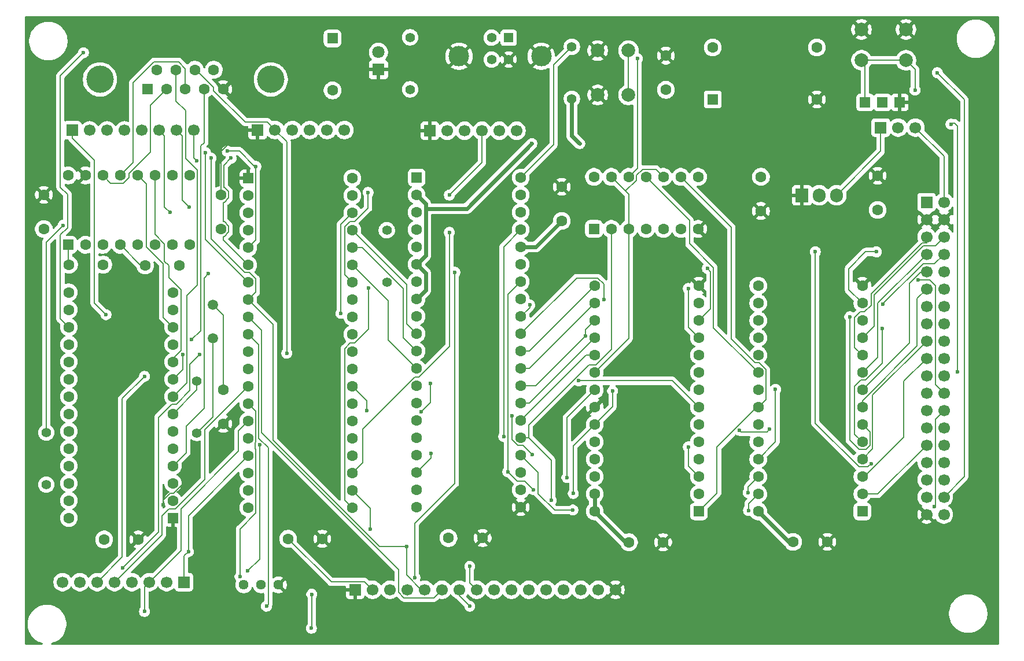
<source format=gbr>
%TF.GenerationSoftware,KiCad,Pcbnew,9.0.2*%
%TF.CreationDate,2025-06-11T12:09:56+01:00*%
%TF.ProjectId,6502pc,36353032-7063-42e6-9b69-6361645f7063,rev?*%
%TF.SameCoordinates,Original*%
%TF.FileFunction,Copper,L2,Bot*%
%TF.FilePolarity,Positive*%
%FSLAX46Y46*%
G04 Gerber Fmt 4.6, Leading zero omitted, Abs format (unit mm)*
G04 Created by KiCad (PCBNEW 9.0.2) date 2025-06-11 12:09:56*
%MOMM*%
%LPD*%
G01*
G04 APERTURE LIST*
G04 Aperture macros list*
%AMRoundRect*
0 Rectangle with rounded corners*
0 $1 Rounding radius*
0 $2 $3 $4 $5 $6 $7 $8 $9 X,Y pos of 4 corners*
0 Add a 4 corners polygon primitive as box body*
4,1,4,$2,$3,$4,$5,$6,$7,$8,$9,$2,$3,0*
0 Add four circle primitives for the rounded corners*
1,1,$1+$1,$2,$3*
1,1,$1+$1,$4,$5*
1,1,$1+$1,$6,$7*
1,1,$1+$1,$8,$9*
0 Add four rect primitives between the rounded corners*
20,1,$1+$1,$2,$3,$4,$5,0*
20,1,$1+$1,$4,$5,$6,$7,0*
20,1,$1+$1,$6,$7,$8,$9,0*
20,1,$1+$1,$8,$9,$2,$3,0*%
G04 Aperture macros list end*
%TA.AperFunction,ComponentPad*%
%ADD10R,1.524000X1.524000*%
%TD*%
%TA.AperFunction,ComponentPad*%
%ADD11C,2.000000*%
%TD*%
%TA.AperFunction,ComponentPad*%
%ADD12C,4.000000*%
%TD*%
%TA.AperFunction,ComponentPad*%
%ADD13R,1.600000X1.600000*%
%TD*%
%TA.AperFunction,ComponentPad*%
%ADD14C,1.600000*%
%TD*%
%TA.AperFunction,ComponentPad*%
%ADD15C,1.400000*%
%TD*%
%TA.AperFunction,ComponentPad*%
%ADD16R,1.700000X1.700000*%
%TD*%
%TA.AperFunction,ComponentPad*%
%ADD17C,1.700000*%
%TD*%
%TA.AperFunction,ComponentPad*%
%ADD18RoundRect,0.250000X0.550000X0.550000X-0.550000X0.550000X-0.550000X-0.550000X0.550000X-0.550000X0*%
%TD*%
%TA.AperFunction,ComponentPad*%
%ADD19RoundRect,0.250000X-0.550000X-0.550000X0.550000X-0.550000X0.550000X0.550000X-0.550000X0.550000X0*%
%TD*%
%TA.AperFunction,ComponentPad*%
%ADD20RoundRect,0.250000X-0.550000X0.550000X-0.550000X-0.550000X0.550000X-0.550000X0.550000X0.550000X0*%
%TD*%
%TA.AperFunction,ComponentPad*%
%ADD21C,1.440000*%
%TD*%
%TA.AperFunction,ComponentPad*%
%ADD22R,1.800000X1.800000*%
%TD*%
%TA.AperFunction,ComponentPad*%
%ADD23C,1.800000*%
%TD*%
%TA.AperFunction,ComponentPad*%
%ADD24RoundRect,0.250000X0.550000X-0.550000X0.550000X0.550000X-0.550000X0.550000X-0.550000X-0.550000X0*%
%TD*%
%TA.AperFunction,ComponentPad*%
%ADD25R,1.905000X2.000000*%
%TD*%
%TA.AperFunction,ComponentPad*%
%ADD26O,1.905000X2.000000*%
%TD*%
%TA.AperFunction,ComponentPad*%
%ADD27C,1.500000*%
%TD*%
%TA.AperFunction,ComponentPad*%
%ADD28R,1.400000X1.400000*%
%TD*%
%TA.AperFunction,ComponentPad*%
%ADD29C,3.000000*%
%TD*%
%TA.AperFunction,ViaPad*%
%ADD30C,0.600000*%
%TD*%
%TA.AperFunction,Conductor*%
%ADD31C,0.200000*%
%TD*%
%TA.AperFunction,Conductor*%
%ADD32C,0.600000*%
%TD*%
G04 APERTURE END LIST*
D10*
%TO.P,U9,1,~R~~S~~T~*%
%TO.N,Reset*%
X143002000Y-44805600D03*
%TO.P,U9,2,VCC*%
%TO.N,VCC*%
X145542000Y-44805600D03*
%TO.P,U9,3,GND*%
%TO.N,GND*%
X148082000Y-44805600D03*
%TD*%
D11*
%TO.P,SW3,1,1*%
%TO.N,GND*%
X142482300Y-34148400D03*
X148982300Y-34148400D03*
%TO.P,SW3,2,2*%
%TO.N,Reset*%
X142482300Y-38648400D03*
X148982300Y-38648400D03*
%TD*%
D12*
%TO.P,J1,0*%
%TO.N,N/C*%
X56025600Y-41468700D03*
X31025600Y-41468700D03*
D13*
%TO.P,J1,1,1*%
%TO.N,unconnected-(J1-Pad1)*%
X37985600Y-42888700D03*
D14*
%TO.P,J1,2,2*%
%TO.N,Net-(J7-Pin_4)*%
X40755600Y-42888700D03*
%TO.P,J1,3,3*%
%TO.N,Net-(J7-Pin_5)*%
X43525600Y-42888700D03*
%TO.P,J1,4,4*%
%TO.N,Net-(J7-Pin_6)*%
X46295600Y-42888700D03*
%TO.P,J1,5,5*%
%TO.N,GND*%
X49065600Y-42888700D03*
%TO.P,J1,6,6*%
%TO.N,Net-(U4-~{DSR})*%
X39370600Y-40048700D03*
%TO.P,J1,7,7*%
%TO.N,Net-(U4-~{RTS})*%
X42140600Y-40048700D03*
%TO.P,J1,8,8*%
%TO.N,Net-(J7-Pin_2)*%
X44910600Y-40048700D03*
%TO.P,J1,9,9*%
%TO.N,unconnected-(J1-Pad9)*%
X47680600Y-40048700D03*
%TD*%
%TO.P,C2,1*%
%TO.N,Net-(U4-XTAL2)*%
X49072800Y-86868000D03*
%TO.P,C2,2*%
%TO.N,GND*%
X49072800Y-91868000D03*
%TD*%
D15*
%TO.P,R2,1*%
%TO.N,Net-(U4-XTAL1)*%
X45212000Y-93218000D03*
%TO.P,R2,2*%
%TO.N,Net-(U4-XTAL2)*%
X45212000Y-85598000D03*
%TD*%
D16*
%TO.P,J6,1,Pin_1*%
%TO.N,GND*%
X79298800Y-48971200D03*
D17*
%TO.P,J6,2,Pin_2*%
%TO.N,Net-(J6-Pin_2)*%
X81838800Y-48971200D03*
%TO.P,J6,3,Pin_3*%
%TO.N,PA0*%
X84378800Y-48971200D03*
%TO.P,J6,4,Pin_4*%
%TO.N,PA1*%
X86918800Y-48971200D03*
%TO.P,J6,5,Pin_5*%
%TO.N,PA2*%
X89458800Y-48971200D03*
%TO.P,J6,6,Pin_6*%
%TO.N,PA3*%
X91998800Y-48971200D03*
%TD*%
D14*
%TO.P,C3,1*%
%TO.N,Net-(U5-VS-)*%
X48768000Y-63358400D03*
%TO.P,C3,2*%
%TO.N,GND*%
X48768000Y-58358400D03*
%TD*%
%TO.P,C14,1*%
%TO.N,3.3v*%
X144830800Y-60564400D03*
%TO.P,C14,2*%
%TO.N,GND*%
X144830800Y-55564400D03*
%TD*%
D15*
%TO.P,D1,1,K*%
%TO.N,Net-(D1-K)*%
X72999600Y-71170800D03*
%TO.P,D1,2,A*%
%TO.N,IRQ*%
X72999600Y-63550800D03*
%TD*%
D18*
%TO.P,U2,1,A14*%
%TO.N,A14*%
X118668800Y-104698800D03*
D14*
%TO.P,U2,2,A12*%
%TO.N,A12*%
X118668800Y-102158800D03*
%TO.P,U2,3,A7*%
%TO.N,A7*%
X118668800Y-99618800D03*
%TO.P,U2,4,A6*%
%TO.N,A6*%
X118668800Y-97078800D03*
%TO.P,U2,5,A5*%
%TO.N,A5*%
X118668800Y-94538800D03*
%TO.P,U2,6,A4*%
%TO.N,A4*%
X118668800Y-91998800D03*
%TO.P,U2,7,A3*%
%TO.N,A3*%
X118668800Y-89458800D03*
%TO.P,U2,8,A2*%
%TO.N,A2*%
X118668800Y-86918800D03*
%TO.P,U2,9,A1*%
%TO.N,A1*%
X118668800Y-84378800D03*
%TO.P,U2,10,A0*%
%TO.N,A0*%
X118668800Y-81838800D03*
%TO.P,U2,11,D0*%
%TO.N,D0*%
X118668800Y-79298800D03*
%TO.P,U2,12,D1*%
%TO.N,D1*%
X118668800Y-76758800D03*
%TO.P,U2,13,D2*%
%TO.N,D2*%
X118668800Y-74218800D03*
%TO.P,U2,14,GND*%
%TO.N,GND*%
X118668800Y-71678800D03*
%TO.P,U2,15,D3*%
%TO.N,D3*%
X103428800Y-71678800D03*
%TO.P,U2,16,D4*%
%TO.N,D4*%
X103428800Y-74218800D03*
%TO.P,U2,17,D5*%
%TO.N,D5*%
X103428800Y-76758800D03*
%TO.P,U2,18,D6*%
%TO.N,D6*%
X103428800Y-79298800D03*
%TO.P,U2,19,D7*%
%TO.N,D7*%
X103428800Y-81838800D03*
%TO.P,U2,20,~{CS}*%
%TO.N,!A15*%
X103428800Y-84378800D03*
%TO.P,U2,21,A10*%
%TO.N,A10*%
X103428800Y-86918800D03*
%TO.P,U2,22,~{OE}*%
%TO.N,GND*%
X103428800Y-89458800D03*
%TO.P,U2,23,A11*%
%TO.N,A11*%
X103428800Y-91998800D03*
%TO.P,U2,24,A9*%
%TO.N,A9*%
X103428800Y-94538800D03*
%TO.P,U2,25,A8*%
%TO.N,A8*%
X103428800Y-97078800D03*
%TO.P,U2,26,A13*%
%TO.N,A13*%
X103428800Y-99618800D03*
%TO.P,U2,27,~{WE}*%
%TO.N,VCC*%
X103428800Y-102158800D03*
%TO.P,U2,28,VCC*%
X103428800Y-104698800D03*
%TD*%
D16*
%TO.P,JP1,1,A*%
%TO.N,VCC*%
X145288000Y-48514000D03*
D17*
%TO.P,JP1,2,C*%
%TO.N,Net-(J6-Pin_2)*%
X147828000Y-48514000D03*
%TO.P,JP1,3,B*%
%TO.N,3.3v*%
X150368000Y-48514000D03*
%TD*%
D14*
%TO.P,C12,1*%
%TO.N,VCC*%
X98602800Y-62190000D03*
%TO.P,C12,2*%
%TO.N,GND*%
X98602800Y-57190000D03*
%TD*%
%TO.P,C7,1*%
%TO.N,VCC*%
X132475600Y-109169200D03*
%TO.P,C7,2*%
%TO.N,GND*%
X137475600Y-109169200D03*
%TD*%
D15*
%TO.P,D2,1,K*%
%TO.N,Net-(D2-K)*%
X23164800Y-100787200D03*
%TO.P,D2,2,A*%
%TO.N,IRQ*%
X23164800Y-93167200D03*
%TD*%
%TO.P,R3,1*%
%TO.N,VCC*%
X76403200Y-42926000D03*
%TO.P,R3,2*%
%TO.N,Net-(D3-A)*%
X76403200Y-35306000D03*
%TD*%
D13*
%TO.P,X1,1,NC*%
%TO.N,unconnected-(X1-NC-Pad1)*%
X120700800Y-44399200D03*
D14*
%TO.P,X1,7,GND*%
%TO.N,GND*%
X135940800Y-44399200D03*
%TO.P,X1,8,OUT*%
%TO.N,clock*%
X135940800Y-36779200D03*
%TO.P,X1,14,Vcc*%
%TO.N,VCC*%
X120700800Y-36779200D03*
%TD*%
%TO.P,C8,1*%
%TO.N,VCC*%
X108447200Y-109220000D03*
%TO.P,C8,2*%
%TO.N,GND*%
X113447200Y-109220000D03*
%TD*%
D19*
%TO.P,U1,1,~{VP}*%
%TO.N,unconnected-(U1-~{VP}-Pad1)*%
X77368400Y-55829200D03*
D14*
%TO.P,U1,2,RDY*%
%TO.N,VCC*%
X77368400Y-58369200D03*
%TO.P,U1,3,\u03D51*%
%TO.N,unconnected-(U1-\u03D51-Pad3)*%
X77368400Y-60909200D03*
%TO.P,U1,4,~{IRQ}*%
%TO.N,IRQ*%
X77368400Y-63449200D03*
%TO.P,U1,5,~{ML}*%
%TO.N,unconnected-(U1-~{ML}-Pad5)*%
X77368400Y-65989200D03*
%TO.P,U1,6,~{NMI}*%
%TO.N,VCC*%
X77368400Y-68529200D03*
%TO.P,U1,7,SYNC*%
%TO.N,unconnected-(U1-SYNC-Pad7)*%
X77368400Y-71069200D03*
%TO.P,U1,8,VDD*%
%TO.N,VCC*%
X77368400Y-73609200D03*
%TO.P,U1,9,A0*%
%TO.N,A0*%
X77368400Y-76149200D03*
%TO.P,U1,10,A1*%
%TO.N,A1*%
X77368400Y-78689200D03*
%TO.P,U1,11,A2*%
%TO.N,A2*%
X77368400Y-81229200D03*
%TO.P,U1,12,A3*%
%TO.N,A3*%
X77368400Y-83769200D03*
%TO.P,U1,13,A4*%
%TO.N,A4*%
X77368400Y-86309200D03*
%TO.P,U1,14,A5*%
%TO.N,A5*%
X77368400Y-88849200D03*
%TO.P,U1,15,A6*%
%TO.N,A6*%
X77368400Y-91389200D03*
%TO.P,U1,16,A7*%
%TO.N,A7*%
X77368400Y-93929200D03*
%TO.P,U1,17,A8*%
%TO.N,A8*%
X77368400Y-96469200D03*
%TO.P,U1,18,A9*%
%TO.N,A9*%
X77368400Y-99009200D03*
%TO.P,U1,19,A10*%
%TO.N,A10*%
X77368400Y-101549200D03*
%TO.P,U1,20,A11*%
%TO.N,A11*%
X77368400Y-104089200D03*
%TO.P,U1,21,VSS*%
%TO.N,GND*%
X92608400Y-104089200D03*
%TO.P,U1,22,A12*%
%TO.N,A12*%
X92608400Y-101549200D03*
%TO.P,U1,23,A13*%
%TO.N,A13*%
X92608400Y-99009200D03*
%TO.P,U1,24,A14*%
%TO.N,A14*%
X92608400Y-96469200D03*
%TO.P,U1,25,A15*%
%TO.N,A15*%
X92608400Y-93929200D03*
%TO.P,U1,26,D7*%
%TO.N,D7*%
X92608400Y-91389200D03*
%TO.P,U1,27,D6*%
%TO.N,D6*%
X92608400Y-88849200D03*
%TO.P,U1,28,D5*%
%TO.N,D5*%
X92608400Y-86309200D03*
%TO.P,U1,29,D4*%
%TO.N,D4*%
X92608400Y-83769200D03*
%TO.P,U1,30,D3*%
%TO.N,D3*%
X92608400Y-81229200D03*
%TO.P,U1,31,D2*%
%TO.N,D2*%
X92608400Y-78689200D03*
%TO.P,U1,32,D1*%
%TO.N,D1*%
X92608400Y-76149200D03*
%TO.P,U1,33,D0*%
%TO.N,D0*%
X92608400Y-73609200D03*
%TO.P,U1,34,R/~{W}*%
%TO.N,RW*%
X92608400Y-71069200D03*
%TO.P,U1,35,nc*%
%TO.N,unconnected-(U1-nc-Pad35)*%
X92608400Y-68529200D03*
%TO.P,U1,36,BE*%
%TO.N,VCC*%
X92608400Y-65989200D03*
%TO.P,U1,37,\u03D50*%
%TO.N,clock*%
X92608400Y-63449200D03*
%TO.P,U1,38,~{SO}*%
%TO.N,unconnected-(U1-~{SO}-Pad38)*%
X92608400Y-60909200D03*
%TO.P,U1,39,\u03D52*%
%TO.N,unconnected-(U1-\u03D52-Pad39)*%
X92608400Y-58369200D03*
%TO.P,U1,40,~{RES}*%
%TO.N,Reset*%
X92608400Y-55829200D03*
%TD*%
D16*
%TO.P,J3,1,Pin_1*%
%TO.N,PB7*%
X43332400Y-115062000D03*
D17*
%TO.P,J3,2,Pin_2*%
%TO.N,PB6*%
X40792400Y-115062000D03*
%TO.P,J3,3,Pin_3*%
%TO.N,PB5*%
X38252400Y-115062000D03*
%TO.P,J3,4,Pin_4*%
%TO.N,PB4*%
X35712400Y-115062000D03*
%TO.P,J3,5,Pin_5*%
%TO.N,PB3*%
X33172400Y-115062000D03*
%TO.P,J3,6,Pin_6*%
%TO.N,PB2*%
X30632400Y-115062000D03*
%TO.P,J3,7,Pin_7*%
%TO.N,PB1*%
X28092400Y-115062000D03*
%TO.P,J3,8,Pin_8*%
%TO.N,PB0*%
X25552400Y-115062000D03*
%TD*%
D20*
%TO.P,SW2,1,A*%
%TO.N,Net-(J2-VBUS)*%
X65062300Y-35450100D03*
D14*
%TO.P,SW2,2,B*%
%TO.N,VCC*%
X65062300Y-43070100D03*
%TD*%
%TO.P,C6,1*%
%TO.N,Net-(U5-C2+)*%
X37632000Y-68681600D03*
%TO.P,C6,2*%
%TO.N,Net-(U5-C2-)*%
X42632000Y-68681600D03*
%TD*%
D21*
%TO.P,RV1,1,1*%
%TO.N,GND*%
X57150000Y-115468400D03*
%TO.P,RV1,2,2*%
%TO.N,Net-(J5-Pin_3)*%
X54610000Y-115468400D03*
%TO.P,RV1,3,3*%
%TO.N,unconnected-(RV1-Pad3)*%
X52070000Y-115468400D03*
%TD*%
D22*
%TO.P,D3,1,K*%
%TO.N,GND*%
X71780400Y-40030400D03*
D23*
%TO.P,D3,2,A*%
%TO.N,Net-(D3-A)*%
X71780400Y-37490400D03*
%TD*%
D19*
%TO.P,U7,1,VSS*%
%TO.N,GND*%
X52730400Y-55930800D03*
D14*
%TO.P,U7,2,PA0*%
%TO.N,PA0*%
X52730400Y-58470800D03*
%TO.P,U7,3,PA1*%
%TO.N,PA1*%
X52730400Y-61010800D03*
%TO.P,U7,4,PA2*%
%TO.N,PA2*%
X52730400Y-63550800D03*
%TO.P,U7,5,PA3*%
%TO.N,PA3*%
X52730400Y-66090800D03*
%TO.P,U7,6,PA4*%
%TO.N,PA4*%
X52730400Y-68630800D03*
%TO.P,U7,7,PA5*%
%TO.N,PA5*%
X52730400Y-71170800D03*
%TO.P,U7,8,PA6*%
%TO.N,PA6*%
X52730400Y-73710800D03*
%TO.P,U7,9,PA7*%
%TO.N,PA7*%
X52730400Y-76250800D03*
%TO.P,U7,10,PB0*%
%TO.N,PB0*%
X52730400Y-78790800D03*
%TO.P,U7,11,PB1*%
%TO.N,PB1*%
X52730400Y-81330800D03*
%TO.P,U7,12,PB2*%
%TO.N,PB2*%
X52730400Y-83870800D03*
%TO.P,U7,13,PB3*%
%TO.N,PB3*%
X52730400Y-86410800D03*
%TO.P,U7,14,PB4*%
%TO.N,PB4*%
X52730400Y-88950800D03*
%TO.P,U7,15,PB5*%
%TO.N,PB5*%
X52730400Y-91490800D03*
%TO.P,U7,16,PB6*%
%TO.N,PB6*%
X52730400Y-94030800D03*
%TO.P,U7,17,PB7*%
%TO.N,PB7*%
X52730400Y-96570800D03*
%TO.P,U7,18,CB1*%
%TO.N,unconnected-(U7-CB1-Pad18)*%
X52730400Y-99110800D03*
%TO.P,U7,19,CB2*%
%TO.N,unconnected-(U7-CB2-Pad19)*%
X52730400Y-101650800D03*
%TO.P,U7,20,VCC*%
%TO.N,VCC*%
X52730400Y-104190800D03*
%TO.P,U7,21,~{IRQ}*%
%TO.N,Net-(D1-K)*%
X67970400Y-104190800D03*
%TO.P,U7,22,R/~{W}*%
%TO.N,RW*%
X67970400Y-101650800D03*
%TO.P,U7,23,~{CS2}*%
%TO.N,Net-(U4-~{CS2})*%
X67970400Y-99110800D03*
%TO.P,U7,24,CS1*%
%TO.N,A13*%
X67970400Y-96570800D03*
%TO.P,U7,25,\u03D52*%
%TO.N,clock*%
X67970400Y-94030800D03*
%TO.P,U7,26,D7*%
%TO.N,D7*%
X67970400Y-91490800D03*
%TO.P,U7,27,D6*%
%TO.N,D6*%
X67970400Y-88950800D03*
%TO.P,U7,28,D5*%
%TO.N,D5*%
X67970400Y-86410800D03*
%TO.P,U7,29,D4*%
%TO.N,D4*%
X67970400Y-83870800D03*
%TO.P,U7,30,D3*%
%TO.N,D3*%
X67970400Y-81330800D03*
%TO.P,U7,31,D2*%
%TO.N,D2*%
X67970400Y-78790800D03*
%TO.P,U7,32,D1*%
%TO.N,D1*%
X67970400Y-76250800D03*
%TO.P,U7,33,D0*%
%TO.N,D0*%
X67970400Y-73710800D03*
%TO.P,U7,34,~{RES}*%
%TO.N,Reset*%
X67970400Y-71170800D03*
%TO.P,U7,35,RS3*%
%TO.N,A3*%
X67970400Y-68630800D03*
%TO.P,U7,36,RS2*%
%TO.N,A2*%
X67970400Y-66090800D03*
%TO.P,U7,37,RS1*%
%TO.N,A1*%
X67970400Y-63550800D03*
%TO.P,U7,38,RS0*%
%TO.N,A0*%
X67970400Y-61010800D03*
%TO.P,U7,39,CA2*%
%TO.N,unconnected-(U7-CA2-Pad39)*%
X67970400Y-58470800D03*
%TO.P,U7,40,CA1*%
%TO.N,unconnected-(U7-CA1-Pad40)*%
X67970400Y-55930800D03*
%TD*%
%TO.P,C9,1*%
%TO.N,VCC*%
X82031200Y-108610400D03*
%TO.P,C9,2*%
%TO.N,GND*%
X87031200Y-108610400D03*
%TD*%
D24*
%TO.P,U5,1,C1+*%
%TO.N,Net-(U5-C1+)*%
X26365200Y-65684400D03*
D14*
%TO.P,U5,2,VS+*%
%TO.N,Net-(U5-VS+)*%
X28905200Y-65684400D03*
%TO.P,U5,3,C1-*%
%TO.N,Net-(U5-C1-)*%
X31445200Y-65684400D03*
%TO.P,U5,4,C2+*%
%TO.N,Net-(U5-C2+)*%
X33985200Y-65684400D03*
%TO.P,U5,5,C2-*%
%TO.N,Net-(U5-C2-)*%
X36525200Y-65684400D03*
%TO.P,U5,6,VS-*%
%TO.N,Net-(U5-VS-)*%
X39065200Y-65684400D03*
%TO.P,U5,7,T2OUT*%
%TO.N,unconnected-(U5-T2OUT-Pad7)*%
X41605200Y-65684400D03*
%TO.P,U5,8,R2IN*%
%TO.N,unconnected-(U5-R2IN-Pad8)*%
X44145200Y-65684400D03*
%TO.P,U5,9,R2OUT*%
%TO.N,unconnected-(U5-R2OUT-Pad9)*%
X44145200Y-55524400D03*
%TO.P,U5,10,T2IN*%
%TO.N,unconnected-(U5-T2IN-Pad10)*%
X41605200Y-55524400D03*
%TO.P,U5,11,T1IN*%
%TO.N,TXD*%
X39065200Y-55524400D03*
%TO.P,U5,12,R1OUT*%
%TO.N,RXD*%
X36525200Y-55524400D03*
%TO.P,U5,13,R1IN*%
%TO.N,Net-(J7-Pin_5)*%
X33985200Y-55524400D03*
%TO.P,U5,14,T1OUT*%
%TO.N,Net-(J7-Pin_4)*%
X31445200Y-55524400D03*
%TO.P,U5,15,GND*%
%TO.N,GND*%
X28905200Y-55524400D03*
%TO.P,U5,16,VCC*%
%TO.N,VCC*%
X26365200Y-55524400D03*
%TD*%
D25*
%TO.P,U8,1,ADJ*%
%TO.N,GND*%
X133756400Y-58420000D03*
D26*
%TO.P,U8,2,VO*%
%TO.N,3.3v*%
X136296400Y-58420000D03*
%TO.P,U8,3,VI*%
%TO.N,VCC*%
X138836400Y-58420000D03*
%TD*%
D16*
%TO.P,J5,1,Pin_1*%
%TO.N,GND*%
X68376800Y-116179600D03*
D17*
%TO.P,J5,2,Pin_2*%
%TO.N,VCC*%
X70916800Y-116179600D03*
%TO.P,J5,3,Pin_3*%
%TO.N,Net-(J5-Pin_3)*%
X73456800Y-116179600D03*
%TO.P,J5,4,Pin_4*%
%TO.N,PA5*%
X75996800Y-116179600D03*
%TO.P,J5,5,Pin_5*%
%TO.N,PA6*%
X78536800Y-116179600D03*
%TO.P,J5,6,Pin_6*%
%TO.N,PA7*%
X81076800Y-116179600D03*
%TO.P,J5,7,Pin_7*%
%TO.N,PB0*%
X83616800Y-116179600D03*
%TO.P,J5,8,Pin_8*%
%TO.N,PB1*%
X86156800Y-116179600D03*
%TO.P,J5,9,Pin_9*%
%TO.N,PB2*%
X88696800Y-116179600D03*
%TO.P,J5,10,Pin_10*%
%TO.N,PB3*%
X91236800Y-116179600D03*
%TO.P,J5,11,Pin_11*%
%TO.N,PB4*%
X93776800Y-116179600D03*
%TO.P,J5,12,Pin_12*%
%TO.N,PB5*%
X96316800Y-116179600D03*
%TO.P,J5,13,Pin_13*%
%TO.N,PB6*%
X98856800Y-116179600D03*
%TO.P,J5,14,Pin_14*%
%TO.N,PB7*%
X101396800Y-116179600D03*
%TO.P,J5,15,Pin_15*%
%TO.N,VCC*%
X103936800Y-116179600D03*
%TO.P,J5,16,Pin_16*%
%TO.N,GND*%
X106476800Y-116179600D03*
%TD*%
D15*
%TO.P,R1,1*%
%TO.N,VCC*%
X100086800Y-44298000D03*
%TO.P,R1,2*%
%TO.N,Reset*%
X100086800Y-36678000D03*
%TD*%
D27*
%TO.P,Y1,1,1*%
%TO.N,Net-(U4-XTAL2)*%
X47548800Y-74472800D03*
%TO.P,Y1,2,2*%
%TO.N,Net-(U4-XTAL1)*%
X47548800Y-79372800D03*
%TD*%
D14*
%TO.P,C1,1*%
%TO.N,Reset*%
X113842800Y-42987600D03*
%TO.P,C1,2*%
%TO.N,GND*%
X113842800Y-37987600D03*
%TD*%
D18*
%TO.P,U3,1,A14*%
%TO.N,A14*%
X142595600Y-104698800D03*
D14*
%TO.P,U3,2,A12*%
%TO.N,A12*%
X142595600Y-102158800D03*
%TO.P,U3,3,A7*%
%TO.N,A7*%
X142595600Y-99618800D03*
%TO.P,U3,4,A6*%
%TO.N,A6*%
X142595600Y-97078800D03*
%TO.P,U3,5,A5*%
%TO.N,A5*%
X142595600Y-94538800D03*
%TO.P,U3,6,A4*%
%TO.N,A4*%
X142595600Y-91998800D03*
%TO.P,U3,7,A3*%
%TO.N,A3*%
X142595600Y-89458800D03*
%TO.P,U3,8,A2*%
%TO.N,A2*%
X142595600Y-86918800D03*
%TO.P,U3,9,A1*%
%TO.N,A1*%
X142595600Y-84378800D03*
%TO.P,U3,10,A0*%
%TO.N,A0*%
X142595600Y-81838800D03*
%TO.P,U3,11,Q0*%
%TO.N,D0*%
X142595600Y-79298800D03*
%TO.P,U3,12,Q1*%
%TO.N,D1*%
X142595600Y-76758800D03*
%TO.P,U3,13,Q2*%
%TO.N,D2*%
X142595600Y-74218800D03*
%TO.P,U3,14,GND*%
%TO.N,GND*%
X142595600Y-71678800D03*
%TO.P,U3,15,Q3*%
%TO.N,D3*%
X127355600Y-71678800D03*
%TO.P,U3,16,Q4*%
%TO.N,D4*%
X127355600Y-74218800D03*
%TO.P,U3,17,Q5*%
%TO.N,D5*%
X127355600Y-76758800D03*
%TO.P,U3,18,Q6*%
%TO.N,D6*%
X127355600Y-79298800D03*
%TO.P,U3,19,Q7*%
%TO.N,D7*%
X127355600Y-81838800D03*
%TO.P,U3,20,~{CS}*%
%TO.N,Net-(U3-~{CS})*%
X127355600Y-84378800D03*
%TO.P,U3,21,A10*%
%TO.N,A10*%
X127355600Y-86918800D03*
%TO.P,U3,22,~{OE}*%
%TO.N,A14*%
X127355600Y-89458800D03*
%TO.P,U3,23,A11*%
%TO.N,A11*%
X127355600Y-91998800D03*
%TO.P,U3,24,A9*%
%TO.N,A9*%
X127355600Y-94538800D03*
%TO.P,U3,25,A8*%
%TO.N,A8*%
X127355600Y-97078800D03*
%TO.P,U3,26,A13*%
%TO.N,A13*%
X127355600Y-99618800D03*
%TO.P,U3,27,~{WE}*%
%TO.N,RW*%
X127355600Y-102158800D03*
%TO.P,U3,28,VCC*%
%TO.N,VCC*%
X127355600Y-104698800D03*
%TD*%
D28*
%TO.P,J2,1,VBUS*%
%TO.N,Net-(J2-VBUS)*%
X90841200Y-35357200D03*
D15*
%TO.P,J2,2,D-*%
%TO.N,unconnected-(J2-D--Pad2)*%
X88341200Y-35357200D03*
%TO.P,J2,3,D+*%
%TO.N,unconnected-(J2-D+-Pad3)*%
X88341200Y-38557200D03*
%TO.P,J2,4,GND*%
%TO.N,GND*%
X90841200Y-38557200D03*
D29*
%TO.P,J2,5,Shield*%
X83571200Y-38067200D03*
X95611200Y-38067200D03*
%TD*%
D14*
%TO.P,C13,1*%
%TO.N,VCC*%
X127762000Y-55716800D03*
%TO.P,C13,2*%
%TO.N,GND*%
X127762000Y-60716800D03*
%TD*%
D24*
%TO.P,U6,1*%
%TO.N,A15*%
X103327200Y-63347600D03*
D14*
%TO.P,U6,2*%
X105867200Y-63347600D03*
%TO.P,U6,3*%
%TO.N,!A15*%
X108407200Y-63347600D03*
%TO.P,U6,4*%
%TO.N,unconnected-(U6-Pad4)*%
X110947200Y-63347600D03*
%TO.P,U6,5*%
%TO.N,unconnected-(U6-Pad5)*%
X113487200Y-63347600D03*
%TO.P,U6,6*%
%TO.N,unconnected-(U6-Pad6)*%
X116027200Y-63347600D03*
%TO.P,U6,7,GND*%
%TO.N,GND*%
X118567200Y-63347600D03*
%TO.P,U6,8*%
%TO.N,Net-(U4-~{CS2})*%
X118567200Y-55727600D03*
%TO.P,U6,9*%
%TO.N,A14*%
X116027200Y-55727600D03*
%TO.P,U6,10*%
%TO.N,!A15*%
X113487200Y-55727600D03*
%TO.P,U6,11*%
%TO.N,Net-(U3-~{CS})*%
X110947200Y-55727600D03*
%TO.P,U6,12*%
%TO.N,clock*%
X108407200Y-55727600D03*
%TO.P,U6,13*%
%TO.N,!A15*%
X105867200Y-55727600D03*
%TO.P,U6,14,VCC*%
%TO.N,VCC*%
X103327200Y-55727600D03*
%TD*%
D11*
%TO.P,SW1,1,1*%
%TO.N,GND*%
X103867200Y-43736800D03*
X103867200Y-37236800D03*
%TO.P,SW1,2,2*%
%TO.N,Reset*%
X108367200Y-43736800D03*
X108367200Y-37236800D03*
%TD*%
D14*
%TO.P,C10,1*%
%TO.N,VCC*%
X58561600Y-108712000D03*
%TO.P,C10,2*%
%TO.N,GND*%
X63561600Y-108712000D03*
%TD*%
%TO.P,C5,1*%
%TO.N,Net-(U5-C1+)*%
X26506800Y-68580000D03*
%TO.P,C5,2*%
%TO.N,Net-(U5-C1-)*%
X31506800Y-68580000D03*
%TD*%
D16*
%TO.P,J4,1,Pin_1*%
%TO.N,PA7*%
X26974800Y-48920400D03*
D17*
%TO.P,J4,2,Pin_2*%
%TO.N,PA6*%
X29514800Y-48920400D03*
%TO.P,J4,3,Pin_3*%
%TO.N,PA5*%
X32054800Y-48920400D03*
%TO.P,J4,4,Pin_4*%
%TO.N,PA4*%
X34594800Y-48920400D03*
%TO.P,J4,5,Pin_5*%
%TO.N,PA3*%
X37134800Y-48920400D03*
%TO.P,J4,6,Pin_6*%
%TO.N,PA2*%
X39674800Y-48920400D03*
%TO.P,J4,7,Pin_7*%
%TO.N,PA1*%
X42214800Y-48920400D03*
%TO.P,J4,8,Pin_8*%
%TO.N,PA0*%
X44754800Y-48920400D03*
%TD*%
D14*
%TO.P,C4,1*%
%TO.N,Net-(U5-VS+)*%
X22809200Y-63358400D03*
%TO.P,C4,2*%
%TO.N,GND*%
X22809200Y-58358400D03*
%TD*%
D16*
%TO.P,J9,1,Pin_1*%
%TO.N,VCC*%
X151993600Y-59436000D03*
D17*
%TO.P,J9,2,Pin_2*%
%TO.N,3.3v*%
X154533600Y-59436000D03*
%TO.P,J9,3,Pin_3*%
%TO.N,GND*%
X151993600Y-61976000D03*
%TO.P,J9,4,Pin_4*%
X154533600Y-61976000D03*
%TO.P,J9,5,Pin_5*%
%TO.N,A0*%
X151993600Y-64516000D03*
%TO.P,J9,6,Pin_6*%
%TO.N,D0*%
X154533600Y-64516000D03*
%TO.P,J9,7,Pin_7*%
%TO.N,A1*%
X151993600Y-67056000D03*
%TO.P,J9,8,Pin_8*%
%TO.N,D1*%
X154533600Y-67056000D03*
%TO.P,J9,9,Pin_9*%
%TO.N,A2*%
X151993600Y-69596000D03*
%TO.P,J9,10,Pin_10*%
%TO.N,D2*%
X154533600Y-69596000D03*
%TO.P,J9,11,Pin_11*%
%TO.N,A3*%
X151993600Y-72136000D03*
%TO.P,J9,12,Pin_12*%
%TO.N,D3*%
X154533600Y-72136000D03*
%TO.P,J9,13,Pin_13*%
%TO.N,A4*%
X151993600Y-74676000D03*
%TO.P,J9,14,Pin_14*%
%TO.N,D4*%
X154533600Y-74676000D03*
%TO.P,J9,15,Pin_15*%
%TO.N,A5*%
X151993600Y-77216000D03*
%TO.P,J9,16,Pin_16*%
%TO.N,D5*%
X154533600Y-77216000D03*
%TO.P,J9,17,Pin_17*%
%TO.N,A6*%
X151993600Y-79756000D03*
%TO.P,J9,18,Pin_18*%
%TO.N,D6*%
X154533600Y-79756000D03*
%TO.P,J9,19,Pin_19*%
%TO.N,A7*%
X151993600Y-82296000D03*
%TO.P,J9,20,Pin_20*%
%TO.N,D7*%
X154533600Y-82296000D03*
%TO.P,J9,21,Pin_21*%
%TO.N,A8*%
X151993600Y-84836000D03*
%TO.P,J9,22,Pin_22*%
%TO.N,PA4*%
X154533600Y-84836000D03*
%TO.P,J9,23,Pin_23*%
%TO.N,A9*%
X151993600Y-87376000D03*
%TO.P,J9,24,Pin_24*%
%TO.N,PA5*%
X154533600Y-87376000D03*
%TO.P,J9,25,Pin_25*%
%TO.N,A10*%
X151993600Y-89916000D03*
%TO.P,J9,26,Pin_26*%
%TO.N,PA6*%
X154533600Y-89916000D03*
%TO.P,J9,27,Pin_27*%
%TO.N,A11*%
X151993600Y-92456000D03*
%TO.P,J9,28,Pin_28*%
%TO.N,Reset*%
X154533600Y-92456000D03*
%TO.P,J9,29,Pin_29*%
%TO.N,A12*%
X151993600Y-94996000D03*
%TO.P,J9,30,Pin_30*%
%TO.N,IRQ*%
X154533600Y-94996000D03*
%TO.P,J9,31,Pin_31*%
%TO.N,A13*%
X151993600Y-97536000D03*
%TO.P,J9,32,Pin_32*%
%TO.N,RW*%
X154533600Y-97536000D03*
%TO.P,J9,33,Pin_33*%
%TO.N,A14*%
X151993600Y-100076000D03*
%TO.P,J9,34,Pin_34*%
%TO.N,unconnected-(J9-Pin_34-Pad34)*%
X154533600Y-100076000D03*
%TO.P,J9,35,Pin_35*%
%TO.N,A15*%
X151993600Y-102616000D03*
%TO.P,J9,36,Pin_36*%
%TO.N,clock*%
X154533600Y-102616000D03*
%TO.P,J9,37,Pin_37*%
%TO.N,GND*%
X151993600Y-105156000D03*
%TO.P,J9,38,Pin_38*%
%TO.N,unconnected-(J9-Pin_38-Pad38)*%
X154533600Y-105156000D03*
%TD*%
D14*
%TO.P,C11,1*%
%TO.N,VCC*%
X31637600Y-108813600D03*
%TO.P,C11,2*%
%TO.N,GND*%
X36637600Y-108813600D03*
%TD*%
D16*
%TO.P,J7,1,Pin_1*%
%TO.N,GND*%
X54102000Y-48869600D03*
D17*
%TO.P,J7,2,Pin_2*%
%TO.N,Net-(J7-Pin_2)*%
X56642000Y-48869600D03*
%TO.P,J7,3,Pin_3*%
%TO.N,Net-(J6-Pin_2)*%
X59182000Y-48869600D03*
%TO.P,J7,4,Pin_4*%
%TO.N,Net-(J7-Pin_4)*%
X61722000Y-48869600D03*
%TO.P,J7,5,Pin_5*%
%TO.N,Net-(J7-Pin_5)*%
X64262000Y-48869600D03*
%TO.P,J7,6,Pin_6*%
%TO.N,Net-(J7-Pin_6)*%
X66802000Y-48869600D03*
%TD*%
D18*
%TO.P,U4,1,VSS*%
%TO.N,GND*%
X41706800Y-105664000D03*
D14*
%TO.P,U4,2,CS1*%
%TO.N,A12*%
X41706800Y-103124000D03*
%TO.P,U4,3,~{CS2}*%
%TO.N,Net-(U4-~{CS2})*%
X41706800Y-100584000D03*
%TO.P,U4,4,~{RES}*%
%TO.N,Reset*%
X41706800Y-98044000D03*
%TO.P,U4,5,RxC*%
%TO.N,unconnected-(U4-RxC-Pad5)*%
X41706800Y-95504000D03*
%TO.P,U4,6,XTAL1*%
%TO.N,Net-(U4-XTAL1)*%
X41706800Y-92964000D03*
%TO.P,U4,7,XTAL2*%
%TO.N,Net-(U4-XTAL2)*%
X41706800Y-90424000D03*
%TO.P,U4,8,~{RTS}*%
%TO.N,Net-(U4-~{RTS})*%
X41706800Y-87884000D03*
%TO.P,U4,9,~{CTS}*%
%TO.N,Net-(J7-Pin_2)*%
X41706800Y-85344000D03*
%TO.P,U4,10,TxD*%
%TO.N,TXD*%
X41706800Y-82804000D03*
%TO.P,U4,11,~{DTR}*%
%TO.N,Net-(J7-Pin_6)*%
X41706800Y-80264000D03*
%TO.P,U4,12,RxD*%
%TO.N,RXD*%
X41706800Y-77724000D03*
%TO.P,U4,13,RS0*%
%TO.N,A0*%
X41706800Y-75184000D03*
%TO.P,U4,14,RS1*%
%TO.N,A1*%
X41706800Y-72644000D03*
%TO.P,U4,15,VCC*%
%TO.N,VCC*%
X26466800Y-72644000D03*
%TO.P,U4,16,~{DCD}*%
%TO.N,unconnected-(U4-~{DCD}-Pad16)*%
X26466800Y-75184000D03*
%TO.P,U4,17,~{DSR}*%
%TO.N,Net-(U4-~{DSR})*%
X26466800Y-77724000D03*
%TO.P,U4,18,D0*%
%TO.N,D0*%
X26466800Y-80264000D03*
%TO.P,U4,19,D1*%
%TO.N,D1*%
X26466800Y-82804000D03*
%TO.P,U4,20,D2*%
%TO.N,D2*%
X26466800Y-85344000D03*
%TO.P,U4,21,D3*%
%TO.N,D3*%
X26466800Y-87884000D03*
%TO.P,U4,22,D4*%
%TO.N,D4*%
X26466800Y-90424000D03*
%TO.P,U4,23,D5*%
%TO.N,D5*%
X26466800Y-92964000D03*
%TO.P,U4,24,D6*%
%TO.N,D6*%
X26466800Y-95504000D03*
%TO.P,U4,25,D7*%
%TO.N,D7*%
X26466800Y-98044000D03*
%TO.P,U4,26,~{IRQ}*%
%TO.N,Net-(D2-K)*%
X26466800Y-100584000D03*
%TO.P,U4,27,\u03D52*%
%TO.N,clock*%
X26466800Y-103124000D03*
%TO.P,U4,28,R/~{W}*%
%TO.N,RW*%
X26466800Y-105664000D03*
%TD*%
D30*
%TO.N,Reset*%
X150302550Y-43042250D03*
%TO.N,GND*%
X108508800Y-89408000D03*
X50850800Y-54457600D03*
X55016400Y-53594000D03*
X55981600Y-57048400D03*
X40233600Y-103733600D03*
X44805600Y-96266000D03*
X115163600Y-65532000D03*
X120650000Y-65532000D03*
X121361200Y-63500000D03*
X100685600Y-91643200D03*
X37693600Y-105206800D03*
X124612400Y-61722000D03*
X97485200Y-91592400D03*
X48107600Y-95504000D03*
%TO.N,Reset*%
X70266300Y-58004000D03*
X46906100Y-69891300D03*
%TO.N,VCC*%
X61976000Y-121818400D03*
X94234000Y-50850800D03*
X101244400Y-50850800D03*
X62026800Y-116840000D03*
%TO.N,Net-(D1-K)*%
X70347200Y-71993800D03*
%TO.N,IRQ*%
X25635300Y-62822500D03*
X143902800Y-97715800D03*
X135725100Y-66708000D03*
%TO.N,PB4*%
X51529000Y-114271600D03*
%TO.N,PB7*%
X43969500Y-110594600D03*
%TO.N,PB0*%
X85143300Y-118579300D03*
X55389300Y-118579300D03*
%TO.N,PB1*%
X34374400Y-112952500D03*
X45573200Y-81772300D03*
X85143300Y-112754300D03*
%TO.N,PB6*%
X52672100Y-113388100D03*
X54379100Y-94947500D03*
%TO.N,PB2*%
X37536900Y-84942300D03*
%TO.N,PB5*%
X37536900Y-119359700D03*
%TO.N,PA1*%
X44053700Y-60145300D03*
X82167900Y-58390500D03*
%TO.N,PA2*%
X41292200Y-60925700D03*
%TO.N,PA4*%
X156514300Y-84299300D03*
X50215800Y-52986900D03*
X155570600Y-48012600D03*
%TO.N,PA5*%
X46464200Y-52163300D03*
X82961800Y-69690800D03*
X150768100Y-70853900D03*
X77127800Y-114410100D03*
%TO.N,PA3*%
X49644300Y-51954800D03*
X53848000Y-54194000D03*
%TO.N,PA7*%
X31913400Y-75902600D03*
%TO.N,PA6*%
X47289500Y-52976000D03*
X75878600Y-109814200D03*
X153098800Y-104006900D03*
%TO.N,PA0*%
X45159600Y-53348700D03*
%TO.N,Net-(J7-Pin_2)*%
X43136000Y-81712200D03*
X58364700Y-81542100D03*
%TO.N,Net-(J7-Pin_6)*%
X44457500Y-79576100D03*
%TO.N,RW*%
X94482800Y-101553000D03*
X70592500Y-107346800D03*
X90707400Y-98909400D03*
X125933400Y-104560200D03*
%TO.N,D5*%
X102068400Y-79022800D03*
X70091600Y-89968000D03*
X79424300Y-85984700D03*
X78059400Y-90106900D03*
%TO.N,A14*%
X100231800Y-104506100D03*
%TO.N,D2*%
X104759000Y-73691100D03*
X144651300Y-66708000D03*
%TO.N,A15*%
X97046500Y-103104800D03*
%TO.N,D1*%
X119929600Y-69131100D03*
X145628300Y-74336500D03*
X93915400Y-74492300D03*
%TO.N,A5*%
X145544300Y-77913500D03*
%TO.N,A13*%
X125888000Y-101956500D03*
%TO.N,A7*%
X117126900Y-95251500D03*
%TO.N,A3*%
X101077800Y-85590500D03*
%TO.N,D0*%
X117126900Y-72069700D03*
%TO.N,A10*%
X99364300Y-99738900D03*
%TO.N,A8*%
X129891300Y-86849600D03*
%TO.N,clock*%
X153577500Y-40473800D03*
X109681100Y-38405300D03*
X90106900Y-93724700D03*
%TO.N,A6*%
X94300800Y-96383200D03*
X91308500Y-90733400D03*
%TO.N,A11*%
X106049500Y-87070500D03*
X100296000Y-102090800D03*
%TO.N,A9*%
X79469500Y-96254400D03*
%TO.N,A0*%
X66266900Y-75726700D03*
%TO.N,A4*%
X129039000Y-92693400D03*
X124638100Y-92842100D03*
X140764800Y-76221400D03*
%TO.N,Net-(U4-~{DSR})*%
X28610700Y-37552100D03*
%TO.N,Net-(U4-~{CS2})*%
X82167900Y-63847400D03*
%TD*%
D31*
%TO.N,Reset*%
X148982300Y-38648400D02*
X142482300Y-38648400D01*
X150302550Y-43042250D02*
X150302550Y-39968650D01*
X150302550Y-39968650D02*
X148982300Y-38648400D01*
X143002000Y-39168100D02*
X142482300Y-38648400D01*
X143002000Y-44805600D02*
X143002000Y-39168100D01*
%TO.N,GND*%
X44805600Y-99042250D02*
X41824850Y-102023000D01*
X48768000Y-51981157D02*
X51879557Y-48869600D01*
X40233600Y-103040150D02*
X40233600Y-103733600D01*
X41824850Y-102023000D02*
X41250750Y-102023000D01*
X51879557Y-48869600D02*
X54102000Y-48869600D01*
X41250750Y-102023000D02*
X40233600Y-103040150D01*
X44805600Y-96266000D02*
X44805600Y-99042250D01*
X48768000Y-58358400D02*
X48768000Y-51981157D01*
%TO.N,Reset*%
X92608400Y-55829200D02*
X97411400Y-51026200D01*
X67641100Y-62280800D02*
X66868700Y-63053200D01*
X66868700Y-63053200D02*
X66868700Y-70069100D01*
X46271000Y-70526400D02*
X46906100Y-69891300D01*
X66868700Y-70069100D02*
X67970400Y-71170800D01*
X70266300Y-58004000D02*
X70266300Y-60281000D01*
X97411400Y-51026200D02*
X97411400Y-39353400D01*
X108367200Y-37236800D02*
X108367200Y-43736800D01*
X68266500Y-62280800D02*
X67641100Y-62280800D01*
X43657100Y-96093700D02*
X43657100Y-92217800D01*
X70266300Y-60281000D02*
X68266500Y-62280800D01*
X46271000Y-89603900D02*
X46271000Y-70526400D01*
X97411400Y-39353400D02*
X100086800Y-36678000D01*
X43657100Y-92217800D02*
X46271000Y-89603900D01*
X41706800Y-98044000D02*
X43657100Y-96093700D01*
%TO.N,Net-(U4-XTAL2)*%
X41706800Y-90424000D02*
X45212000Y-86918800D01*
X49072800Y-75996800D02*
X49072800Y-86868000D01*
X45212000Y-86918800D02*
X45212000Y-85598000D01*
X47548800Y-74472800D02*
X49072800Y-75996800D01*
%TO.N,VCC*%
X70916800Y-116179600D02*
X69765800Y-115028600D01*
D32*
X92608400Y-65989200D02*
X94803600Y-65989200D01*
D31*
X69765800Y-115028600D02*
X64878200Y-115028600D01*
D32*
X100086800Y-44298000D02*
X100086800Y-49693200D01*
X127355600Y-104698800D02*
X131826000Y-109169200D01*
X131826000Y-109169200D02*
X132475600Y-109169200D01*
X78669400Y-72308200D02*
X78669400Y-69830200D01*
X103428800Y-104698800D02*
X103428800Y-102158800D01*
D31*
X145288000Y-51968400D02*
X138836400Y-58420000D01*
D32*
X94803600Y-65989200D02*
X98602800Y-62190000D01*
D31*
X145288000Y-48514000D02*
X145288000Y-51968400D01*
D32*
X78669400Y-67228200D02*
X78669400Y-60401200D01*
X77368400Y-68529200D02*
X78669400Y-67228200D01*
X78669400Y-69830200D02*
X77368400Y-68529200D01*
X77368400Y-73609200D02*
X78669400Y-72308200D01*
D31*
X62026800Y-121767600D02*
X61976000Y-121818400D01*
D32*
X107950000Y-109220000D02*
X108447200Y-109220000D01*
X78669400Y-59670200D02*
X77368400Y-58369200D01*
X100086800Y-49693200D02*
X101244400Y-50850800D01*
X78669400Y-60401200D02*
X84683600Y-60401200D01*
X78669400Y-60401200D02*
X78669400Y-59670200D01*
X84683600Y-60401200D02*
X94234000Y-50850800D01*
X103428800Y-104698800D02*
X107950000Y-109220000D01*
D31*
X62026800Y-116840000D02*
X62026800Y-121767600D01*
X64878200Y-115028600D02*
X58561600Y-108712000D01*
%TO.N,Net-(U5-C1+)*%
X26506800Y-68580000D02*
X26365200Y-68438400D01*
X26365200Y-68438400D02*
X26365200Y-65684400D01*
%TO.N,Net-(U5-C2+)*%
X37632000Y-68681600D02*
X36982400Y-68681600D01*
X36982400Y-68681600D02*
X33985200Y-65684400D01*
%TO.N,3.3v*%
X150368000Y-48514000D02*
X154533600Y-52679600D01*
X154533600Y-52679600D02*
X154533600Y-59436000D01*
%TO.N,Net-(D1-K)*%
X66864400Y-103084800D02*
X67970400Y-104190800D01*
X70347200Y-77979000D02*
X68265400Y-80060800D01*
X70347200Y-71993800D02*
X70347200Y-77979000D01*
X66864400Y-80851400D02*
X66864400Y-103084800D01*
X67655000Y-80060800D02*
X66864400Y-80851400D01*
X68265400Y-80060800D02*
X67655000Y-80060800D01*
%TO.N,IRQ*%
X23164800Y-65293000D02*
X23164800Y-93167200D01*
X142147300Y-98201600D02*
X143417000Y-98201600D01*
X135725100Y-66708000D02*
X135725100Y-91779400D01*
X25635300Y-62822500D02*
X23164800Y-65293000D01*
X135725100Y-91779400D02*
X142147300Y-98201600D01*
X143417000Y-98201600D02*
X143902800Y-97715800D01*
%TO.N,Net-(U4-XTAL1)*%
X47548800Y-90881200D02*
X45212000Y-93218000D01*
X47548800Y-79372800D02*
X47548800Y-90881200D01*
%TO.N,PB4*%
X51529000Y-107286100D02*
X53855000Y-104960100D01*
X53847400Y-90067800D02*
X52730400Y-88950800D01*
X53855000Y-104960100D02*
X53855000Y-95644100D01*
X53855000Y-95644100D02*
X53731100Y-95520200D01*
X53731100Y-94654800D02*
X53847400Y-94538500D01*
X53731100Y-95520200D02*
X53731100Y-94654800D01*
X53847400Y-94538500D02*
X53847400Y-90067800D01*
X51529000Y-114271600D02*
X51529000Y-107286100D01*
%TO.N,PB7*%
X43969500Y-105331700D02*
X52730400Y-96570800D01*
X43332400Y-115062000D02*
X43332400Y-111231700D01*
X43332400Y-111231700D02*
X43969500Y-110594600D01*
X43969500Y-110594600D02*
X43969500Y-105331700D01*
%TO.N,PB3*%
X46396800Y-92744400D02*
X52730400Y-86410800D01*
X42076100Y-104330000D02*
X46396800Y-100009300D01*
X41136300Y-104330000D02*
X42076100Y-104330000D01*
X40072700Y-105393600D02*
X41136300Y-104330000D01*
X33172400Y-115062000D02*
X40072700Y-108161700D01*
X46396800Y-100009300D02*
X46396800Y-92744400D01*
X40072700Y-108161700D02*
X40072700Y-105393600D01*
%TO.N,PB0*%
X83616800Y-116179600D02*
X83616800Y-117052800D01*
X55661300Y-118307300D02*
X55661300Y-95378800D01*
X54264300Y-93981800D02*
X54264300Y-80324700D01*
X54264300Y-80324700D02*
X52730400Y-78790800D01*
X55389300Y-118579300D02*
X55661300Y-118307300D01*
X55661300Y-95378800D02*
X54264300Y-93981800D01*
X83616800Y-117052800D02*
X85143300Y-118579300D01*
%TO.N,PB1*%
X44174900Y-83170600D02*
X45573200Y-81772300D01*
X39571100Y-107755800D02*
X39571100Y-90965900D01*
X86156800Y-116179600D02*
X85143300Y-115166100D01*
X44174900Y-86999000D02*
X44174900Y-83170600D01*
X41551300Y-88985700D02*
X42188200Y-88985700D01*
X85143300Y-115166100D02*
X85143300Y-112754300D01*
X42188200Y-88985700D02*
X44174900Y-86999000D01*
X39571100Y-90965900D02*
X41551300Y-88985700D01*
X34374400Y-112952500D02*
X39571100Y-107755800D01*
%TO.N,PB6*%
X52672100Y-113388100D02*
X54379100Y-111681100D01*
X54379100Y-111681100D02*
X54379100Y-94947500D01*
%TO.N,PB2*%
X37536900Y-84942300D02*
X34290000Y-88189200D01*
X34290000Y-111404400D02*
X30632400Y-115062000D01*
X34290000Y-88189200D02*
X34290000Y-111404400D01*
%TO.N,PB5*%
X51290600Y-95888900D02*
X51290600Y-92930600D01*
X51290600Y-92930600D02*
X52730400Y-91490800D01*
X38252400Y-115062000D02*
X42863500Y-110450900D01*
X37536900Y-115777500D02*
X38252400Y-115062000D01*
X42863500Y-104316000D02*
X51290600Y-95888900D01*
X37536900Y-119359700D02*
X37536900Y-115777500D01*
X42863500Y-110450900D02*
X42863500Y-104316000D01*
%TO.N,PA1*%
X43031900Y-59123500D02*
X44053700Y-60145300D01*
X43031900Y-49737500D02*
X43031900Y-59123500D01*
X86918800Y-53639600D02*
X82167900Y-58390500D01*
X42214800Y-48920400D02*
X43031900Y-49737500D01*
X86918800Y-48971200D02*
X86918800Y-53639600D01*
%TO.N,PA2*%
X40484400Y-60117900D02*
X41292200Y-60925700D01*
X40484400Y-49730000D02*
X40484400Y-60117900D01*
X39674800Y-48920400D02*
X40484400Y-49730000D01*
%TO.N,PA4*%
X155570600Y-48012600D02*
X155704700Y-47878500D01*
X49224050Y-62257400D02*
X49869000Y-62902350D01*
X49072800Y-64459400D02*
X49072800Y-64973200D01*
X49869000Y-57902350D02*
X49869000Y-58814450D01*
X156105300Y-47878500D02*
X156514300Y-48287500D01*
X156514300Y-48287500D02*
X156514300Y-84299300D01*
X49869000Y-58814450D02*
X49224050Y-59459400D01*
X49072800Y-64973200D02*
X52730400Y-68630800D01*
X49869000Y-62902350D02*
X49869000Y-63814450D01*
X49869000Y-63814450D02*
X49224050Y-64459400D01*
X49169000Y-57257400D02*
X49224050Y-57257400D01*
X49169000Y-54033700D02*
X49169000Y-57257400D01*
X49224050Y-64459400D02*
X49072800Y-64459400D01*
X50215800Y-52986900D02*
X49169000Y-54033700D01*
X155704700Y-47878500D02*
X156105300Y-47878500D01*
X49224050Y-57257400D02*
X49869000Y-57902350D01*
X49072800Y-59459400D02*
X49072800Y-62257400D01*
X49072800Y-62257400D02*
X49224050Y-62257400D01*
X49224050Y-59459400D02*
X49072800Y-59459400D01*
%TO.N,PA5*%
X77127800Y-114410100D02*
X77127800Y-106425100D01*
X82961800Y-100591100D02*
X82961800Y-69690800D01*
X46464200Y-64904600D02*
X46464200Y-52163300D01*
X52730400Y-71170800D02*
X46464200Y-64904600D01*
X153263600Y-86106000D02*
X153263600Y-71694800D01*
X77127800Y-106425100D02*
X82961800Y-100591100D01*
X154533600Y-87376000D02*
X153263600Y-86106000D01*
X153263600Y-71694800D02*
X152422700Y-70853900D01*
X152422700Y-70853900D02*
X150768100Y-70853900D01*
%TO.N,PA3*%
X53848000Y-54194000D02*
X53686000Y-54194000D01*
X53836200Y-64985000D02*
X52730400Y-66090800D01*
X53848000Y-55089500D02*
X53836200Y-55101300D01*
X53686000Y-54194000D02*
X51446800Y-51954800D01*
X53836200Y-55101300D02*
X53836200Y-64985000D01*
X53848000Y-54194000D02*
X53848000Y-55089500D01*
X51446800Y-51954800D02*
X49644300Y-51954800D01*
%TO.N,PA7*%
X54666000Y-93170700D02*
X74726800Y-113231500D01*
X26974800Y-50072100D02*
X30227600Y-53324900D01*
X79889900Y-117366500D02*
X81076800Y-116179600D01*
X30227600Y-53324900D02*
X30227600Y-74216800D01*
X75532200Y-117366500D02*
X79889900Y-117366500D01*
X52730400Y-76250800D02*
X54666000Y-78186400D01*
X26974800Y-48920400D02*
X26974800Y-50072100D01*
X74726800Y-113231500D02*
X74726800Y-116561100D01*
X30227600Y-74216800D02*
X31913400Y-75902600D01*
X74726800Y-116561100D02*
X75532200Y-117366500D01*
X54666000Y-78186400D02*
X54666000Y-93170700D01*
%TO.N,PA6*%
X75878600Y-114011700D02*
X75878600Y-109814200D01*
X153098800Y-104006900D02*
X153263600Y-103842100D01*
X47289500Y-64771300D02*
X47289500Y-52976000D01*
X52730400Y-73710800D02*
X53832100Y-72609100D01*
X52890300Y-69732500D02*
X52250700Y-69732500D01*
X71926800Y-109814200D02*
X75878600Y-109814200D01*
X56389200Y-77369600D02*
X56389200Y-94276600D01*
X52250700Y-69732500D02*
X47289500Y-64771300D01*
X53832100Y-70674300D02*
X52890300Y-69732500D01*
X78536800Y-116179600D02*
X78046500Y-116179600D01*
X153263600Y-103842100D02*
X153263600Y-91186000D01*
X53832100Y-72609100D02*
X53832100Y-70674300D01*
X153263600Y-91186000D02*
X154533600Y-89916000D01*
X78046500Y-116179600D02*
X75878600Y-114011700D01*
X52730400Y-73710800D02*
X56389200Y-77369600D01*
X56389200Y-94276600D02*
X71926800Y-109814200D01*
%TO.N,PA0*%
X45159600Y-53348700D02*
X44754800Y-52943900D01*
X44754800Y-52943900D02*
X44754800Y-48920400D01*
%TO.N,Net-(J7-Pin_5)*%
X38945000Y-38899900D02*
X35864800Y-41980100D01*
X35864800Y-53644800D02*
X33985200Y-55524400D01*
X42551200Y-38899900D02*
X38945000Y-38899900D01*
X43525600Y-42888700D02*
X43525600Y-39874300D01*
X43525600Y-39874300D02*
X42551200Y-38899900D01*
X35864800Y-41980100D02*
X35864800Y-53644800D01*
%TO.N,Net-(J7-Pin_2)*%
X56642000Y-48869600D02*
X58364700Y-50592300D01*
X47680600Y-42639100D02*
X47680600Y-43113700D01*
X55472200Y-47699800D02*
X56642000Y-48869600D01*
X45090200Y-40048700D02*
X47680600Y-42639100D01*
X43136000Y-83914800D02*
X41706800Y-85344000D01*
X43136000Y-81712200D02*
X43136000Y-83914800D01*
X44910600Y-40048700D02*
X45090200Y-40048700D01*
X52266700Y-47699800D02*
X55472200Y-47699800D01*
X47680600Y-43113700D02*
X52266700Y-47699800D01*
X58364700Y-50592300D02*
X58364700Y-81542100D01*
%TO.N,Net-(J7-Pin_4)*%
X35255200Y-55229700D02*
X35255200Y-55840000D01*
X38404800Y-45239500D02*
X38404800Y-52080100D01*
X40755600Y-42888700D02*
X38404800Y-45239500D01*
X35255200Y-55840000D02*
X34417700Y-56677500D01*
X32598300Y-56677500D02*
X31445200Y-55524400D01*
X34417700Y-56677500D02*
X32598300Y-56677500D01*
X38404800Y-52080100D02*
X35255200Y-55229700D01*
%TO.N,Net-(J7-Pin_6)*%
X46295600Y-50714700D02*
X46295600Y-42888700D01*
X45795100Y-51215200D02*
X46295600Y-50714700D01*
X45795100Y-78238500D02*
X45795100Y-51215200D01*
X44457500Y-79576100D02*
X45795100Y-78238500D01*
%TO.N,RW*%
X90706800Y-90982500D02*
X90708600Y-90984300D01*
X92608400Y-71069200D02*
X90706800Y-72970800D01*
X90708600Y-98908200D02*
X90707400Y-98909400D01*
X125933400Y-103581000D02*
X125933400Y-104560200D01*
X90708600Y-90984300D02*
X90708600Y-98908200D01*
X93209000Y-100279200D02*
X92077200Y-100279200D01*
X94482800Y-101553000D02*
X93209000Y-100279200D01*
X70592500Y-104272900D02*
X70592500Y-107346800D01*
X92077200Y-100279200D02*
X90707400Y-98909400D01*
X127355600Y-102158800D02*
X125933400Y-103581000D01*
X90706800Y-72970800D02*
X90706800Y-90982500D01*
X67970400Y-101650800D02*
X70592500Y-104272900D01*
%TO.N,D5*%
X67970400Y-86410800D02*
X70091600Y-88532000D01*
X92608400Y-86309200D02*
X94782000Y-86309200D01*
X78059400Y-90106900D02*
X79424300Y-88742000D01*
X102068400Y-79022800D02*
X102068400Y-78119200D01*
X70091600Y-88532000D02*
X70091600Y-89968000D01*
X79424300Y-88742000D02*
X79424300Y-85984700D01*
X102068400Y-78119200D02*
X103428800Y-76758800D01*
X94782000Y-86309200D02*
X102068400Y-79022800D01*
%TO.N,A14*%
X92608400Y-96469200D02*
X95167600Y-99028400D01*
X127170600Y-89458800D02*
X121334700Y-95294700D01*
X128460800Y-88353600D02*
X128460800Y-83907500D01*
X95167600Y-99028400D02*
X95167600Y-102107400D01*
X127493800Y-82940500D02*
X126867800Y-82940500D01*
X95167600Y-102107400D02*
X97566300Y-104506100D01*
X123421400Y-79494100D02*
X123421400Y-63121800D01*
X121334700Y-95294700D02*
X121334700Y-102032900D01*
X127355600Y-89458800D02*
X127170600Y-89458800D01*
X128460800Y-83907500D02*
X127493800Y-82940500D01*
X97566300Y-104506100D02*
X100231800Y-104506100D01*
X127355600Y-89458800D02*
X128460800Y-88353600D01*
X123421400Y-63121800D02*
X116027200Y-55727600D01*
X126867800Y-82940500D02*
X123421400Y-79494100D01*
X121334700Y-102032900D02*
X118668800Y-104698800D01*
%TO.N,A12*%
X151993600Y-94996000D02*
X144830800Y-102158800D01*
X144830800Y-102158800D02*
X142595600Y-102158800D01*
%TO.N,D2*%
X140614400Y-69189600D02*
X143096000Y-66708000D01*
X103867300Y-70528000D02*
X104759000Y-71419700D01*
X104759000Y-71419700D02*
X104759000Y-73691100D01*
X140614400Y-72237600D02*
X140614400Y-69189600D01*
X92608400Y-78689200D02*
X100769600Y-70528000D01*
X143096000Y-66708000D02*
X144651300Y-66708000D01*
X100769600Y-70528000D02*
X103867300Y-70528000D01*
X142595600Y-74218800D02*
X140614400Y-72237600D01*
%TO.N,D4*%
X103428800Y-74218800D02*
X93878400Y-83769200D01*
X93878400Y-83769200D02*
X92608400Y-83769200D01*
%TO.N,A15*%
X93784700Y-93929200D02*
X92608400Y-93929200D01*
X97046500Y-103104800D02*
X97046500Y-97191000D01*
X105867200Y-81001500D02*
X103643800Y-83224900D01*
X105867200Y-63347600D02*
X105867200Y-81001500D01*
X103643800Y-83224900D02*
X102592600Y-83224900D01*
X97046500Y-97191000D02*
X93784700Y-93929200D01*
X93784700Y-92032800D02*
X93784700Y-93929200D01*
X102592600Y-83224900D02*
X93784700Y-92032800D01*
%TO.N,D1*%
X120409300Y-75018300D02*
X118668800Y-76758800D01*
X151511300Y-68444300D02*
X145628300Y-74327300D01*
X153145300Y-68444300D02*
X151511300Y-68444300D01*
X93915400Y-74842200D02*
X92608400Y-76149200D01*
X145628300Y-74327300D02*
X145628300Y-74336500D01*
X120409300Y-69610800D02*
X120409300Y-75018300D01*
X154533600Y-67056000D02*
X153145300Y-68444300D01*
X93915400Y-74492300D02*
X93915400Y-74842200D01*
X119929600Y-69131100D02*
X120409300Y-69610800D01*
%TO.N,A1*%
X144849600Y-74200000D02*
X144849600Y-82124800D01*
X75928600Y-77249400D02*
X77368400Y-78689200D01*
X67970400Y-63550800D02*
X75928600Y-71509000D01*
X144849600Y-82124800D02*
X142595600Y-84378800D01*
X75928600Y-71509000D02*
X75928600Y-77249400D01*
X151993600Y-67056000D02*
X144849600Y-74200000D01*
%TO.N,A5*%
X142595600Y-94538800D02*
X141472900Y-93416100D01*
X143052000Y-85480500D02*
X145544300Y-82988200D01*
X142417100Y-85480500D02*
X143052000Y-85480500D01*
X141472900Y-93416100D02*
X141472900Y-86424700D01*
X141472900Y-86424700D02*
X142417100Y-85480500D01*
X145544300Y-82988200D02*
X145544300Y-77913500D01*
%TO.N,A13*%
X125888000Y-101086400D02*
X125888000Y-101956500D01*
X127355600Y-99618800D02*
X125888000Y-101086400D01*
%TO.N,A7*%
X142595600Y-99618800D02*
X142850700Y-99618800D01*
X117126900Y-95251500D02*
X117126900Y-98076900D01*
X142850700Y-99618800D02*
X148615100Y-93854400D01*
X148615100Y-85674500D02*
X151993600Y-82296000D01*
X148615100Y-93854400D02*
X148615100Y-85674500D01*
X117126900Y-98076900D02*
X118668800Y-99618800D01*
%TO.N,A3*%
X142595600Y-89458800D02*
X142595600Y-88476900D01*
X150603800Y-73525800D02*
X151993600Y-72136000D01*
X73241700Y-73902100D02*
X73241700Y-79642500D01*
X118668800Y-89458800D02*
X114800500Y-85590500D01*
X114800500Y-85590500D02*
X101077800Y-85590500D01*
X67970400Y-68630800D02*
X73241700Y-73902100D01*
X142595600Y-88476900D02*
X150603800Y-80468700D01*
X150603800Y-80468700D02*
X150603800Y-73525800D01*
X73241700Y-79642500D02*
X77368400Y-83769200D01*
%TO.N,D0*%
X142595600Y-79298800D02*
X144307700Y-77586700D01*
X117126900Y-77756900D02*
X117126900Y-72069700D01*
X153263600Y-65786000D02*
X154533600Y-64516000D01*
X144307700Y-73028500D02*
X151550200Y-65786000D01*
X144307700Y-77586700D02*
X144307700Y-73028500D01*
X118668800Y-79298800D02*
X117126900Y-77756900D01*
X151550200Y-65786000D02*
X153263600Y-65786000D01*
%TO.N,A10*%
X103428800Y-86918800D02*
X99364300Y-90983300D01*
X99364300Y-90983300D02*
X99364300Y-99738900D01*
%TO.N,A8*%
X129891300Y-94543100D02*
X127355600Y-97078800D01*
X129891300Y-86849600D02*
X129891300Y-94543100D01*
%TO.N,D6*%
X103428800Y-79298800D02*
X93878400Y-88849200D01*
X93878400Y-88849200D02*
X92608400Y-88849200D01*
%TO.N,D3*%
X103428800Y-71678800D02*
X93878400Y-81229200D01*
X93878400Y-81229200D02*
X92608400Y-81229200D01*
%TO.N,clock*%
X109681100Y-38405300D02*
X109681100Y-54453700D01*
X157517700Y-99631900D02*
X157517700Y-44414000D01*
X92608400Y-63449200D02*
X90106900Y-65950700D01*
X157517700Y-44414000D02*
X153577500Y-40473800D01*
X90106900Y-65950700D02*
X90106900Y-93724700D01*
X154533600Y-102616000D02*
X157517700Y-99631900D01*
X109681100Y-54453700D02*
X108407200Y-55727600D01*
%TO.N,A6*%
X144100400Y-87649200D02*
X151993600Y-79756000D01*
X142595600Y-97078800D02*
X144100400Y-95574000D01*
X91308500Y-90733400D02*
X91308500Y-94205600D01*
X91308500Y-94205600D02*
X92133800Y-95030900D01*
X92948500Y-95030900D02*
X94300800Y-96383200D01*
X144100400Y-95574000D02*
X144100400Y-87649200D01*
X92133800Y-95030900D02*
X92948500Y-95030900D01*
%TO.N,A11*%
X106049500Y-89378100D02*
X103428800Y-91998800D01*
X103428800Y-91998800D02*
X100296000Y-95131600D01*
X100296000Y-95131600D02*
X100296000Y-102090800D01*
X106049500Y-87070500D02*
X106049500Y-89378100D01*
%TO.N,A9*%
X79469500Y-96908100D02*
X77368400Y-99009200D01*
X79469500Y-96254400D02*
X79469500Y-96908100D01*
%TO.N,D7*%
X103428800Y-81838800D02*
X102158800Y-81838800D01*
X102158800Y-81838800D02*
X92608400Y-91389200D01*
%TO.N,A0*%
X142595600Y-81838800D02*
X141441400Y-80684600D01*
X142923000Y-75488800D02*
X143906700Y-74505100D01*
X141441400Y-80684600D02*
X141441400Y-76345800D01*
X143906700Y-72862400D02*
X151384100Y-65385000D01*
X141441400Y-76345800D02*
X142298400Y-75488800D01*
X151993600Y-65385000D02*
X151993600Y-64516000D01*
X143906700Y-74505100D02*
X143906700Y-72862400D01*
X67970400Y-61010800D02*
X66266900Y-62714300D01*
X142298400Y-75488800D02*
X142923000Y-75488800D01*
X66266900Y-62714300D02*
X66266900Y-75726700D01*
X151384100Y-65385000D02*
X151993600Y-65385000D01*
%TO.N,A2*%
X69357300Y-66090800D02*
X75382100Y-72115600D01*
X149460200Y-71311000D02*
X149460200Y-80054200D01*
X151993600Y-69596000D02*
X151175200Y-69596000D01*
X149460200Y-80054200D02*
X142595600Y-86918800D01*
X67970400Y-66090800D02*
X69357300Y-66090800D01*
X151175200Y-69596000D02*
X149460200Y-71311000D01*
X75382100Y-79242900D02*
X77368400Y-81229200D01*
X75382100Y-72115600D02*
X75382100Y-79242900D01*
%TO.N,A4*%
X143697300Y-95050100D02*
X143106900Y-95640500D01*
X143106900Y-95640500D02*
X142100600Y-95640500D01*
X128631900Y-93100500D02*
X129039000Y-92693400D01*
X143697300Y-93100500D02*
X143697300Y-95050100D01*
X140764800Y-94304700D02*
X140764800Y-76221400D01*
X142595600Y-91998800D02*
X143697300Y-93100500D01*
X124638100Y-92842100D02*
X124896500Y-93100500D01*
X124896500Y-93100500D02*
X128631900Y-93100500D01*
X142100600Y-95640500D02*
X140764800Y-94304700D01*
%TO.N,!A15*%
X109535700Y-55508300D02*
X110426300Y-54617700D01*
X107948600Y-57808900D02*
X108407200Y-58267600D01*
X108407200Y-58267600D02*
X108407200Y-63347600D01*
X112377300Y-54617700D02*
X113487200Y-55727600D01*
X109535700Y-56221800D02*
X109535700Y-55508300D01*
X107948600Y-57808900D02*
X109535700Y-56221800D01*
X103428800Y-84378800D02*
X108407200Y-79400400D01*
X110426300Y-54617700D02*
X112377300Y-54617700D01*
X108407200Y-79400400D02*
X108407200Y-63347600D01*
X105867200Y-55727600D02*
X107948600Y-57808900D01*
%TO.N,Net-(U3-~{CS})*%
X120810300Y-69034700D02*
X117297300Y-65521700D01*
X127355600Y-84378800D02*
X120810300Y-77833500D01*
X117297300Y-62077700D02*
X110947200Y-55727600D01*
X117297300Y-65521700D02*
X117297300Y-62077700D01*
X120810300Y-77833500D02*
X120810300Y-69034700D01*
%TO.N,Net-(U4-~{DSR})*%
X25244300Y-64179200D02*
X26267800Y-63155700D01*
X25234100Y-40928700D02*
X28610700Y-37552100D01*
X25244300Y-76501500D02*
X25244300Y-64179200D01*
X26466800Y-77724000D02*
X25244300Y-76501500D01*
X26267800Y-63155700D02*
X26267800Y-58261000D01*
X25234100Y-57227300D02*
X25234100Y-40928700D01*
X26267800Y-58261000D02*
X25234100Y-57227300D01*
%TO.N,RXD*%
X36525200Y-55524400D02*
X37795200Y-56794400D01*
X40267000Y-76284200D02*
X41706800Y-77724000D01*
X37795200Y-56794400D02*
X37795200Y-65986500D01*
X37795200Y-65986500D02*
X40267000Y-68458300D01*
X40267000Y-68458300D02*
X40267000Y-76284200D01*
%TO.N,TXD*%
X41706800Y-82290600D02*
X41706800Y-82804000D01*
X39065200Y-55524400D02*
X39065200Y-64126300D01*
X40467000Y-65528100D02*
X40467000Y-68072300D01*
X42876600Y-72255700D02*
X42876600Y-81120800D01*
X41127900Y-68733200D02*
X41127900Y-70507000D01*
X41127900Y-70507000D02*
X42876600Y-72255700D01*
X42876600Y-81120800D02*
X41706800Y-82290600D01*
X40467000Y-68072300D02*
X41127900Y-68733200D01*
X39065200Y-64126300D02*
X40467000Y-65528100D01*
%TO.N,Net-(U4-~{CS2})*%
X69472300Y-97608900D02*
X69472300Y-92628900D01*
X77062000Y-85039200D02*
X77679400Y-85039200D01*
X77679400Y-85039200D02*
X82167900Y-80550700D01*
X82167900Y-80550700D02*
X82167900Y-63847400D01*
X67970400Y-99110800D02*
X69472300Y-97608900D01*
X69472300Y-92628900D02*
X77062000Y-85039200D01*
%TO.N,Net-(U4-~{RTS})*%
X42140600Y-40048700D02*
X42140600Y-44617900D01*
X43544800Y-46022100D02*
X43544800Y-53020400D01*
X43737700Y-85853100D02*
X41706800Y-87884000D01*
X42140600Y-44617900D02*
X43544800Y-46022100D01*
X45251200Y-54726800D02*
X45251200Y-71553600D01*
X43544800Y-53020400D02*
X45251200Y-54726800D01*
X45251200Y-71553600D02*
X43737700Y-73067100D01*
X43737700Y-73067100D02*
X43737700Y-85853100D01*
%TD*%
%TA.AperFunction,Conductor*%
%TO.N,GND*%
G36*
X41956800Y-106963999D02*
G01*
X42139000Y-106963999D01*
X42206039Y-106983684D01*
X42251794Y-107036488D01*
X42263000Y-107087999D01*
X42263000Y-110150802D01*
X42243315Y-110217841D01*
X42226681Y-110238483D01*
X38736922Y-113728241D01*
X38675599Y-113761726D01*
X38610923Y-113758491D01*
X38568645Y-113744754D01*
X38428672Y-113722584D01*
X38358687Y-113711500D01*
X38146113Y-113711500D01*
X38097442Y-113719208D01*
X37936160Y-113744753D01*
X37733985Y-113810444D01*
X37544579Y-113906951D01*
X37372613Y-114031890D01*
X37222290Y-114182213D01*
X37097349Y-114354182D01*
X37092884Y-114362946D01*
X37044909Y-114413742D01*
X36977088Y-114430536D01*
X36910953Y-114407998D01*
X36871916Y-114362946D01*
X36867450Y-114354182D01*
X36742509Y-114182213D01*
X36592186Y-114031890D01*
X36420220Y-113906951D01*
X36230814Y-113810444D01*
X36230813Y-113810443D01*
X36230812Y-113810443D01*
X36028643Y-113744754D01*
X36028641Y-113744753D01*
X36028640Y-113744753D01*
X35867357Y-113719208D01*
X35818687Y-113711500D01*
X35671496Y-113711500D01*
X35604457Y-113691815D01*
X35558702Y-113639011D01*
X35548758Y-113569853D01*
X35577783Y-113506297D01*
X35583815Y-113499819D01*
X37979332Y-111104302D01*
X40431206Y-108652428D01*
X40431211Y-108652424D01*
X40441414Y-108642220D01*
X40441416Y-108642220D01*
X40553220Y-108530416D01*
X40624205Y-108407466D01*
X40632277Y-108393485D01*
X40673201Y-108240757D01*
X40673201Y-108082643D01*
X40673201Y-108075048D01*
X40673200Y-108075030D01*
X40673200Y-107015575D01*
X40692885Y-106948536D01*
X40745689Y-106902781D01*
X40814847Y-106892837D01*
X40836204Y-106897869D01*
X41004102Y-106953505D01*
X41004109Y-106953506D01*
X41106819Y-106963999D01*
X41456799Y-106963999D01*
X41456800Y-106963998D01*
X41456800Y-105979686D01*
X41461194Y-105984080D01*
X41552406Y-106036741D01*
X41654139Y-106064000D01*
X41759461Y-106064000D01*
X41861194Y-106036741D01*
X41952406Y-105984080D01*
X41956800Y-105979686D01*
X41956800Y-106963999D01*
G37*
%TD.AperFunction*%
%TA.AperFunction,Conductor*%
G36*
X40376803Y-103226367D02*
G01*
X40414577Y-103285145D01*
X40418073Y-103300682D01*
X40438322Y-103428534D01*
X40501581Y-103623223D01*
X40559229Y-103736361D01*
X40589976Y-103796706D01*
X40594515Y-103805613D01*
X40623553Y-103845581D01*
X40647033Y-103911387D01*
X40631208Y-103979441D01*
X40610916Y-104006147D01*
X40383281Y-104233783D01*
X40321958Y-104267268D01*
X40252267Y-104262284D01*
X40196333Y-104220413D01*
X40171916Y-104154948D01*
X40171600Y-104146102D01*
X40171600Y-103320080D01*
X40191285Y-103253041D01*
X40244089Y-103207286D01*
X40313247Y-103197342D01*
X40376803Y-103226367D01*
G37*
%TD.AperFunction*%
%TA.AperFunction,Conductor*%
G36*
X40376803Y-100686367D02*
G01*
X40414577Y-100745145D01*
X40418073Y-100760682D01*
X40438322Y-100888534D01*
X40501581Y-101083223D01*
X40565491Y-101208653D01*
X40586851Y-101250573D01*
X40594515Y-101265613D01*
X40714828Y-101431213D01*
X40859586Y-101575971D01*
X40974661Y-101659576D01*
X41025190Y-101696287D01*
X41103549Y-101736213D01*
X41117880Y-101743515D01*
X41168676Y-101791490D01*
X41185471Y-101859311D01*
X41162934Y-101925446D01*
X41117880Y-101964485D01*
X41025186Y-102011715D01*
X40859586Y-102132028D01*
X40714828Y-102276786D01*
X40594515Y-102442386D01*
X40501581Y-102624776D01*
X40438322Y-102819465D01*
X40418073Y-102947317D01*
X40388144Y-103010452D01*
X40328832Y-103047383D01*
X40258970Y-103046385D01*
X40200737Y-103007775D01*
X40172623Y-102943811D01*
X40171600Y-102927919D01*
X40171600Y-100780080D01*
X40191285Y-100713041D01*
X40244089Y-100667286D01*
X40313247Y-100657342D01*
X40376803Y-100686367D01*
G37*
%TD.AperFunction*%
%TA.AperFunction,Conductor*%
G36*
X44412370Y-94134438D02*
G01*
X44423271Y-94135062D01*
X44454479Y-94151528D01*
X44582801Y-94244760D01*
X44627700Y-94267637D01*
X44751163Y-94330545D01*
X44751165Y-94330545D01*
X44751168Y-94330547D01*
X44824961Y-94354524D01*
X44930881Y-94388940D01*
X45117514Y-94418500D01*
X45117519Y-94418500D01*
X45306486Y-94418500D01*
X45493118Y-94388940D01*
X45494435Y-94388512D01*
X45633982Y-94343169D01*
X45703822Y-94341175D01*
X45763655Y-94377255D01*
X45794484Y-94439955D01*
X45796300Y-94461101D01*
X45796300Y-99709202D01*
X45776615Y-99776241D01*
X45759981Y-99796883D01*
X43039474Y-102517389D01*
X42978151Y-102550874D01*
X42908459Y-102545890D01*
X42852526Y-102504018D01*
X42841312Y-102486009D01*
X42819087Y-102442390D01*
X42819085Y-102442387D01*
X42819084Y-102442385D01*
X42698771Y-102276786D01*
X42554013Y-102132028D01*
X42388414Y-102011715D01*
X42381806Y-102008348D01*
X42295717Y-101964483D01*
X42244923Y-101916511D01*
X42228128Y-101848690D01*
X42250665Y-101782555D01*
X42295717Y-101743516D01*
X42388410Y-101696287D01*
X42449983Y-101651552D01*
X42554013Y-101575971D01*
X42554015Y-101575968D01*
X42554019Y-101575966D01*
X42698766Y-101431219D01*
X42698768Y-101431215D01*
X42698771Y-101431213D01*
X42774080Y-101327557D01*
X42819087Y-101265610D01*
X42912020Y-101083219D01*
X42975277Y-100888534D01*
X43007300Y-100686352D01*
X43007300Y-100481648D01*
X42988141Y-100360686D01*
X42975277Y-100279465D01*
X42935810Y-100158000D01*
X42912020Y-100084781D01*
X42912018Y-100084778D01*
X42912018Y-100084776D01*
X42871433Y-100005124D01*
X42819087Y-99902390D01*
X42811356Y-99891749D01*
X42698771Y-99736786D01*
X42554013Y-99592028D01*
X42388414Y-99471715D01*
X42381806Y-99468348D01*
X42295717Y-99424483D01*
X42244923Y-99376511D01*
X42228128Y-99308690D01*
X42250665Y-99242555D01*
X42295717Y-99203516D01*
X42388410Y-99156287D01*
X42449983Y-99111552D01*
X42554013Y-99035971D01*
X42554015Y-99035968D01*
X42554019Y-99035966D01*
X42698766Y-98891219D01*
X42698768Y-98891215D01*
X42698771Y-98891213D01*
X42764537Y-98800692D01*
X42819087Y-98725610D01*
X42912020Y-98543219D01*
X42975277Y-98348534D01*
X43007300Y-98146352D01*
X43007300Y-97941648D01*
X42975277Y-97739466D01*
X42970625Y-97725151D01*
X42968632Y-97655312D01*
X43000875Y-97599158D01*
X44137620Y-96462416D01*
X44216677Y-96325484D01*
X44257601Y-96172757D01*
X44257601Y-96014642D01*
X44257601Y-96007047D01*
X44257600Y-96007029D01*
X44257600Y-94251850D01*
X44261147Y-94239769D01*
X44260070Y-94227224D01*
X44270805Y-94206878D01*
X44277285Y-94184811D01*
X44286799Y-94176567D01*
X44292676Y-94165429D01*
X44312708Y-94154116D01*
X44330089Y-94139056D01*
X44342549Y-94137264D01*
X44353515Y-94131072D01*
X44376480Y-94132385D01*
X44399247Y-94129112D01*
X44412370Y-94134438D01*
G37*
%TD.AperFunction*%
%TA.AperFunction,Conductor*%
G36*
X51335798Y-88742752D02*
G01*
X51349234Y-88743713D01*
X51366960Y-88756983D01*
X51387103Y-88766182D01*
X51394385Y-88777513D01*
X51405167Y-88785585D01*
X51412904Y-88806330D01*
X51424877Y-88824960D01*
X51428028Y-88846878D01*
X51429584Y-88851049D01*
X51429900Y-88859895D01*
X51429900Y-89053151D01*
X51461922Y-89255334D01*
X51525181Y-89450023D01*
X51576226Y-89550202D01*
X51606638Y-89609890D01*
X51618115Y-89632413D01*
X51738428Y-89798013D01*
X51883186Y-89942771D01*
X52026421Y-90046835D01*
X52048790Y-90063087D01*
X52131351Y-90105154D01*
X52141480Y-90110315D01*
X52192276Y-90158290D01*
X52209071Y-90226111D01*
X52186534Y-90292246D01*
X52141480Y-90331285D01*
X52048786Y-90378515D01*
X51883186Y-90498828D01*
X51738428Y-90643586D01*
X51618115Y-90809186D01*
X51525181Y-90991576D01*
X51461922Y-91186265D01*
X51429900Y-91388448D01*
X51429900Y-91593151D01*
X51461923Y-91795335D01*
X51466572Y-91809645D01*
X51468565Y-91879487D01*
X51436321Y-91935641D01*
X50921886Y-92450078D01*
X50810081Y-92561882D01*
X50810079Y-92561885D01*
X50809847Y-92562287D01*
X50771504Y-92628700D01*
X50731023Y-92698815D01*
X50690099Y-92851543D01*
X50690099Y-92851545D01*
X50690099Y-93019646D01*
X50690100Y-93019659D01*
X50690100Y-95588803D01*
X50670415Y-95655842D01*
X50653781Y-95676484D01*
X47208981Y-99121284D01*
X47147658Y-99154769D01*
X47077966Y-99149785D01*
X47022033Y-99107913D01*
X46997616Y-99042449D01*
X46997300Y-99033603D01*
X46997300Y-93044496D01*
X47005944Y-93015055D01*
X47012468Y-92985069D01*
X47016222Y-92980053D01*
X47016985Y-92977457D01*
X47033614Y-92956820D01*
X47665170Y-92325264D01*
X47726489Y-92291782D01*
X47796180Y-92296766D01*
X47852114Y-92338637D01*
X47865813Y-92362694D01*
X47865831Y-92362686D01*
X47866018Y-92363053D01*
X47867408Y-92365494D01*
X47868043Y-92367028D01*
X47960941Y-92549350D01*
X47960947Y-92549359D01*
X47993323Y-92593921D01*
X47993324Y-92593922D01*
X48672800Y-91914446D01*
X48672800Y-91920661D01*
X48700059Y-92022394D01*
X48752720Y-92113606D01*
X48827194Y-92188080D01*
X48918406Y-92240741D01*
X49020139Y-92268000D01*
X49026353Y-92268000D01*
X48346876Y-92947474D01*
X48391450Y-92979859D01*
X48573768Y-93072755D01*
X48768382Y-93135990D01*
X48970483Y-93168000D01*
X49175117Y-93168000D01*
X49377217Y-93135990D01*
X49571831Y-93072755D01*
X49754149Y-92979859D01*
X49798721Y-92947474D01*
X49119247Y-92268000D01*
X49125461Y-92268000D01*
X49227194Y-92240741D01*
X49318406Y-92188080D01*
X49392880Y-92113606D01*
X49445541Y-92022394D01*
X49472800Y-91920661D01*
X49472800Y-91914447D01*
X50152274Y-92593921D01*
X50184659Y-92549349D01*
X50277555Y-92367031D01*
X50340790Y-92172417D01*
X50372800Y-91970317D01*
X50372800Y-91765682D01*
X50340790Y-91563582D01*
X50277555Y-91368968D01*
X50184659Y-91186650D01*
X50152274Y-91142077D01*
X50152274Y-91142076D01*
X49472800Y-91821551D01*
X49472800Y-91815339D01*
X49445541Y-91713606D01*
X49392880Y-91622394D01*
X49318406Y-91547920D01*
X49227194Y-91495259D01*
X49125461Y-91468000D01*
X49119246Y-91468000D01*
X49798722Y-90788524D01*
X49798721Y-90788523D01*
X49754159Y-90756147D01*
X49754150Y-90756141D01*
X49571832Y-90663245D01*
X49570300Y-90662611D01*
X49569806Y-90662213D01*
X49567486Y-90661031D01*
X49567734Y-90660543D01*
X49515894Y-90618772D01*
X49493826Y-90552479D01*
X49511102Y-90484779D01*
X49530057Y-90460376D01*
X51218221Y-88772212D01*
X51237655Y-88761601D01*
X51254389Y-88747101D01*
X51267720Y-88745184D01*
X51279542Y-88738729D01*
X51301628Y-88740308D01*
X51323547Y-88737157D01*
X51335798Y-88742752D01*
G37*
%TD.AperFunction*%
%TA.AperFunction,Conductor*%
G36*
X51213742Y-52574985D02*
G01*
X51234384Y-52591619D01*
X53061884Y-54419119D01*
X53095369Y-54480442D01*
X53090385Y-54550134D01*
X53048513Y-54606067D01*
X52983049Y-54630484D01*
X52980629Y-54630570D01*
X52980400Y-54630800D01*
X52980400Y-55615114D01*
X52976006Y-55610720D01*
X52884794Y-55558059D01*
X52783061Y-55530800D01*
X52677739Y-55530800D01*
X52576006Y-55558059D01*
X52484794Y-55610720D01*
X52480400Y-55615114D01*
X52480400Y-54630800D01*
X52130428Y-54630800D01*
X52130412Y-54630801D01*
X52027702Y-54641294D01*
X51861280Y-54696441D01*
X51861275Y-54696443D01*
X51712054Y-54788484D01*
X51588084Y-54912454D01*
X51496043Y-55061675D01*
X51496041Y-55061680D01*
X51440894Y-55228102D01*
X51440893Y-55228109D01*
X51430400Y-55330813D01*
X51430400Y-55680800D01*
X52414714Y-55680800D01*
X52410320Y-55685194D01*
X52357659Y-55776406D01*
X52330400Y-55878139D01*
X52330400Y-55983461D01*
X52357659Y-56085194D01*
X52410320Y-56176406D01*
X52414714Y-56180800D01*
X51430401Y-56180800D01*
X51430401Y-56530786D01*
X51440894Y-56633497D01*
X51496041Y-56799919D01*
X51496043Y-56799924D01*
X51588084Y-56949145D01*
X51712054Y-57073115D01*
X51861275Y-57165156D01*
X51861282Y-57165159D01*
X51943467Y-57192392D01*
X52000912Y-57232164D01*
X52027736Y-57296680D01*
X52015421Y-57365456D01*
X51977349Y-57410416D01*
X51883187Y-57478828D01*
X51883182Y-57478832D01*
X51738428Y-57623586D01*
X51618115Y-57789186D01*
X51525181Y-57971576D01*
X51461922Y-58166265D01*
X51429900Y-58368448D01*
X51429900Y-58573151D01*
X51461922Y-58775334D01*
X51525181Y-58970023D01*
X51575442Y-59068664D01*
X51601475Y-59119757D01*
X51618115Y-59152413D01*
X51738428Y-59318013D01*
X51883186Y-59462771D01*
X51992633Y-59542287D01*
X52048790Y-59583087D01*
X52133777Y-59626390D01*
X52141480Y-59630315D01*
X52192276Y-59678290D01*
X52209071Y-59746111D01*
X52186534Y-59812246D01*
X52141480Y-59851285D01*
X52048786Y-59898515D01*
X51883186Y-60018828D01*
X51738428Y-60163586D01*
X51618115Y-60329186D01*
X51525181Y-60511576D01*
X51461922Y-60706265D01*
X51429900Y-60908448D01*
X51429900Y-61113151D01*
X51461922Y-61315334D01*
X51525181Y-61510023D01*
X51588907Y-61635090D01*
X51617280Y-61690776D01*
X51618115Y-61692413D01*
X51738428Y-61858013D01*
X51883186Y-62002771D01*
X52003143Y-62089923D01*
X52048790Y-62123087D01*
X52107851Y-62153180D01*
X52141480Y-62170315D01*
X52192276Y-62218290D01*
X52209071Y-62286111D01*
X52186534Y-62352246D01*
X52141480Y-62391285D01*
X52048786Y-62438515D01*
X51883186Y-62558828D01*
X51738428Y-62703586D01*
X51618115Y-62869186D01*
X51525181Y-63051576D01*
X51461922Y-63246265D01*
X51429900Y-63448448D01*
X51429900Y-63653151D01*
X51461922Y-63855334D01*
X51525181Y-64050023D01*
X51587444Y-64172219D01*
X51615138Y-64226572D01*
X51618115Y-64232413D01*
X51738428Y-64398013D01*
X51883186Y-64542771D01*
X52028162Y-64648100D01*
X52048790Y-64663087D01*
X52106379Y-64692430D01*
X52141480Y-64710315D01*
X52192276Y-64758290D01*
X52209071Y-64826111D01*
X52186534Y-64892246D01*
X52141480Y-64931285D01*
X52048786Y-64978515D01*
X51883186Y-65098828D01*
X51738428Y-65243586D01*
X51618115Y-65409186D01*
X51525181Y-65591576D01*
X51461922Y-65786265D01*
X51429900Y-65988448D01*
X51429900Y-66181702D01*
X51410215Y-66248741D01*
X51357411Y-66294496D01*
X51288253Y-66304440D01*
X51224697Y-66275415D01*
X51218219Y-66269383D01*
X49828441Y-64879605D01*
X49794956Y-64818282D01*
X49799940Y-64748590D01*
X49828441Y-64704243D01*
X50022522Y-64510162D01*
X50227506Y-64305178D01*
X50227511Y-64305174D01*
X50237714Y-64294970D01*
X50237716Y-64294970D01*
X50349520Y-64183166D01*
X50402914Y-64090684D01*
X50428577Y-64046235D01*
X50469501Y-63893507D01*
X50469501Y-63735393D01*
X50469501Y-63727798D01*
X50469500Y-63727780D01*
X50469500Y-62991409D01*
X50469501Y-62991396D01*
X50469501Y-62823295D01*
X50469501Y-62823293D01*
X50428577Y-62670565D01*
X50388980Y-62601981D01*
X50388980Y-62601980D01*
X50349524Y-62533640D01*
X50349521Y-62533636D01*
X50349520Y-62533634D01*
X50237716Y-62421830D01*
X50237715Y-62421829D01*
X50233385Y-62417499D01*
X50233374Y-62417489D01*
X49711640Y-61895755D01*
X49709597Y-61893712D01*
X49699264Y-61874778D01*
X49696147Y-61876857D01*
X49696145Y-61876854D01*
X49699262Y-61874775D01*
X49691885Y-61861256D01*
X49676134Y-61832410D01*
X49676131Y-61832388D01*
X49676127Y-61832380D01*
X49676128Y-61832358D01*
X49673300Y-61806052D01*
X49673300Y-59910748D01*
X49692985Y-59843709D01*
X49709619Y-59823067D01*
X49714774Y-59817911D01*
X49714778Y-59817906D01*
X50227506Y-59305178D01*
X50227511Y-59305174D01*
X50237714Y-59294970D01*
X50237716Y-59294970D01*
X50349520Y-59183166D01*
X50415627Y-59068664D01*
X50428577Y-59046235D01*
X50469501Y-58893507D01*
X50469501Y-58735393D01*
X50469501Y-58727798D01*
X50469500Y-58727780D01*
X50469500Y-57991409D01*
X50469501Y-57991396D01*
X50469501Y-57823295D01*
X50469501Y-57823293D01*
X50428577Y-57670565D01*
X50394165Y-57610962D01*
X50349520Y-57533634D01*
X50237716Y-57421830D01*
X50237715Y-57421829D01*
X50233385Y-57417499D01*
X50233374Y-57417489D01*
X49805819Y-56989934D01*
X49772334Y-56928611D01*
X49769500Y-56902253D01*
X49769500Y-54333797D01*
X49789185Y-54266758D01*
X49805819Y-54246116D01*
X49993812Y-54058123D01*
X50230465Y-53821470D01*
X50291784Y-53787988D01*
X50293951Y-53787537D01*
X50294640Y-53787400D01*
X50294642Y-53787400D01*
X50449297Y-53756637D01*
X50594979Y-53696294D01*
X50726089Y-53608689D01*
X50837589Y-53497189D01*
X50925194Y-53366079D01*
X50985537Y-53220397D01*
X51016300Y-53065742D01*
X51016300Y-52908058D01*
X51016300Y-52908055D01*
X51016299Y-52908053D01*
X51008929Y-52871003D01*
X50985537Y-52753403D01*
X50974497Y-52726752D01*
X50970990Y-52694124D01*
X50966321Y-52661653D01*
X50967274Y-52659565D01*
X50967029Y-52657283D01*
X50981717Y-52627939D01*
X50995346Y-52598097D01*
X50997276Y-52596856D01*
X50998304Y-52594804D01*
X51026519Y-52578063D01*
X51054124Y-52560323D01*
X51057153Y-52559887D01*
X51058393Y-52559152D01*
X51089059Y-52555300D01*
X51146703Y-52555300D01*
X51213742Y-52574985D01*
G37*
%TD.AperFunction*%
%TA.AperFunction,Conductor*%
G36*
X28505200Y-55577061D02*
G01*
X28532459Y-55678794D01*
X28585120Y-55770006D01*
X28659594Y-55844480D01*
X28750806Y-55897141D01*
X28852539Y-55924400D01*
X28858752Y-55924400D01*
X28179276Y-56603874D01*
X28223850Y-56636259D01*
X28406168Y-56729155D01*
X28600782Y-56792390D01*
X28802883Y-56824400D01*
X29007517Y-56824400D01*
X29209617Y-56792390D01*
X29404233Y-56729154D01*
X29446804Y-56707463D01*
X29515473Y-56694566D01*
X29580214Y-56720842D01*
X29620471Y-56777948D01*
X29627100Y-56817947D01*
X29627100Y-64390291D01*
X29607415Y-64457330D01*
X29554611Y-64503085D01*
X29485453Y-64513029D01*
X29446806Y-64500776D01*
X29404426Y-64479182D01*
X29209734Y-64415922D01*
X29035195Y-64388278D01*
X29007552Y-64383900D01*
X28802848Y-64383900D01*
X28778529Y-64387751D01*
X28600665Y-64415922D01*
X28405976Y-64479181D01*
X28223586Y-64572115D01*
X28057986Y-64692428D01*
X27913232Y-64837182D01*
X27913228Y-64837187D01*
X27845178Y-64930851D01*
X27789848Y-64973517D01*
X27720235Y-64979496D01*
X27658440Y-64946890D01*
X27627154Y-64896970D01*
X27600014Y-64815066D01*
X27507912Y-64665744D01*
X27383856Y-64541688D01*
X27278274Y-64476565D01*
X27234536Y-64449587D01*
X27234531Y-64449585D01*
X27209124Y-64441166D01*
X27067997Y-64394401D01*
X27067995Y-64394400D01*
X26965216Y-64383900D01*
X26965209Y-64383900D01*
X26188196Y-64383900D01*
X26121157Y-64364215D01*
X26075402Y-64311411D01*
X26065458Y-64242253D01*
X26094483Y-64178697D01*
X26100515Y-64172219D01*
X26748320Y-63524416D01*
X26827377Y-63387484D01*
X26868301Y-63234757D01*
X26868301Y-63076642D01*
X26868301Y-63069047D01*
X26868300Y-63069029D01*
X26868300Y-58350060D01*
X26868301Y-58350047D01*
X26868301Y-58181944D01*
X26868301Y-58181943D01*
X26827377Y-58029216D01*
X26817049Y-58011327D01*
X26748324Y-57892290D01*
X26748318Y-57892282D01*
X25870919Y-57014883D01*
X25856215Y-56987955D01*
X25839623Y-56962137D01*
X25838731Y-56955936D01*
X25837434Y-56953560D01*
X25834600Y-56927202D01*
X25834600Y-56890095D01*
X25854285Y-56823056D01*
X25907089Y-56777301D01*
X25976247Y-56767357D01*
X25996915Y-56772163D01*
X26014938Y-56778019D01*
X26060665Y-56792877D01*
X26105158Y-56799924D01*
X26262848Y-56824900D01*
X26262849Y-56824900D01*
X26467551Y-56824900D01*
X26467552Y-56824900D01*
X26669734Y-56792877D01*
X26864419Y-56729620D01*
X27046810Y-56636687D01*
X27146838Y-56564013D01*
X27212413Y-56516371D01*
X27212415Y-56516368D01*
X27212419Y-56516366D01*
X27357166Y-56371619D01*
X27357168Y-56371615D01*
X27357171Y-56371613D01*
X27445293Y-56250321D01*
X27477487Y-56206010D01*
X27524995Y-56112769D01*
X27572969Y-56061973D01*
X27640790Y-56045178D01*
X27706925Y-56067715D01*
X27745965Y-56112769D01*
X27793341Y-56205750D01*
X27793347Y-56205759D01*
X27825723Y-56250321D01*
X27825724Y-56250322D01*
X28505200Y-55570846D01*
X28505200Y-55577061D01*
G37*
%TD.AperFunction*%
%TA.AperFunction,Conductor*%
G36*
X25973566Y-50252582D02*
G01*
X25976247Y-50252197D01*
X26001935Y-50258754D01*
X26017317Y-50264491D01*
X26076927Y-50270900D01*
X26324587Y-50270899D01*
X26336102Y-50274280D01*
X26348048Y-50273139D01*
X26369003Y-50283940D01*
X26391626Y-50290583D01*
X26401037Y-50300452D01*
X26410152Y-50305151D01*
X26431971Y-50332893D01*
X26434917Y-50337995D01*
X26434920Y-50338001D01*
X26494277Y-50440812D01*
X26494281Y-50440817D01*
X26613149Y-50559685D01*
X26613155Y-50559690D01*
X29590781Y-53537316D01*
X29624266Y-53598639D01*
X29627100Y-53624997D01*
X29627100Y-54230852D01*
X29607415Y-54297891D01*
X29554611Y-54343646D01*
X29485453Y-54353590D01*
X29446806Y-54341337D01*
X29404234Y-54319645D01*
X29209617Y-54256409D01*
X29007517Y-54224400D01*
X28802883Y-54224400D01*
X28600782Y-54256409D01*
X28406168Y-54319644D01*
X28223844Y-54412543D01*
X28179277Y-54444923D01*
X28179277Y-54444924D01*
X28858753Y-55124400D01*
X28852539Y-55124400D01*
X28750806Y-55151659D01*
X28659594Y-55204320D01*
X28585120Y-55278794D01*
X28532459Y-55370006D01*
X28505200Y-55471739D01*
X28505200Y-55477953D01*
X27825724Y-54798477D01*
X27825723Y-54798477D01*
X27793343Y-54843044D01*
X27745965Y-54936030D01*
X27697990Y-54986826D01*
X27630169Y-55003621D01*
X27564034Y-54981083D01*
X27524995Y-54936030D01*
X27524715Y-54935480D01*
X27477487Y-54842790D01*
X27477485Y-54842787D01*
X27477484Y-54842785D01*
X27357171Y-54677186D01*
X27212413Y-54532428D01*
X27046813Y-54412115D01*
X27046812Y-54412114D01*
X27046810Y-54412113D01*
X26982299Y-54379243D01*
X26864423Y-54319181D01*
X26669734Y-54255922D01*
X26495195Y-54228278D01*
X26467552Y-54223900D01*
X26262848Y-54223900D01*
X26222308Y-54230321D01*
X26060664Y-54255923D01*
X26060661Y-54255923D01*
X25996918Y-54276635D01*
X25927076Y-54278630D01*
X25867244Y-54242549D01*
X25836416Y-54179848D01*
X25834600Y-54158704D01*
X25834600Y-50374935D01*
X25843244Y-50345497D01*
X25849768Y-50315507D01*
X25852998Y-50312276D01*
X25854285Y-50307896D01*
X25877466Y-50287809D01*
X25899174Y-50266102D01*
X25903638Y-50265130D01*
X25907089Y-50262141D01*
X25937457Y-50257774D01*
X25967447Y-50251251D01*
X25973566Y-50252582D01*
G37*
%TD.AperFunction*%
%TA.AperFunction,Conductor*%
G36*
X102048134Y-89251214D02*
G01*
X102104067Y-89293086D01*
X102128484Y-89358550D01*
X102128800Y-89367396D01*
X102128800Y-89561117D01*
X102160809Y-89763217D01*
X102224044Y-89957831D01*
X102316941Y-90140150D01*
X102316947Y-90140159D01*
X102349323Y-90184721D01*
X102349324Y-90184722D01*
X103028800Y-89505246D01*
X103028800Y-89511461D01*
X103056059Y-89613194D01*
X103108720Y-89704406D01*
X103183194Y-89778880D01*
X103274406Y-89831541D01*
X103376139Y-89858800D01*
X103382353Y-89858800D01*
X102702876Y-90538274D01*
X102747452Y-90570661D01*
X102840428Y-90618034D01*
X102891225Y-90666008D01*
X102908020Y-90733829D01*
X102885483Y-90799964D01*
X102840430Y-90839003D01*
X102747188Y-90886513D01*
X102581586Y-91006828D01*
X102436828Y-91151586D01*
X102316515Y-91317186D01*
X102223581Y-91499576D01*
X102160322Y-91694265D01*
X102128300Y-91896448D01*
X102128300Y-92101151D01*
X102160322Y-92303334D01*
X102164973Y-92317648D01*
X102166965Y-92387490D01*
X102134721Y-92443642D01*
X100176481Y-94401883D01*
X100115158Y-94435368D01*
X100045466Y-94430384D01*
X99989533Y-94388512D01*
X99965116Y-94323048D01*
X99964800Y-94314202D01*
X99964800Y-91283396D01*
X99984485Y-91216357D01*
X100001114Y-91195720D01*
X101917119Y-89279714D01*
X101978442Y-89246230D01*
X102048134Y-89251214D01*
G37*
%TD.AperFunction*%
%TA.AperFunction,Conductor*%
G36*
X105583168Y-86210685D02*
G01*
X105628923Y-86263489D01*
X105638867Y-86332647D01*
X105609842Y-86396203D01*
X105585020Y-86418102D01*
X105539211Y-86448710D01*
X105539207Y-86448713D01*
X105427713Y-86560207D01*
X105427710Y-86560211D01*
X105340109Y-86691314D01*
X105340102Y-86691327D01*
X105279764Y-86836998D01*
X105279761Y-86837010D01*
X105249000Y-86991653D01*
X105249000Y-87149346D01*
X105279761Y-87303989D01*
X105279764Y-87304001D01*
X105340102Y-87449672D01*
X105340109Y-87449685D01*
X105428102Y-87581374D01*
X105448980Y-87648051D01*
X105449000Y-87650265D01*
X105449000Y-89078002D01*
X105429315Y-89145041D01*
X105412681Y-89165683D01*
X104940481Y-89637883D01*
X104879158Y-89671368D01*
X104809466Y-89666384D01*
X104753533Y-89624512D01*
X104729116Y-89559048D01*
X104728800Y-89550202D01*
X104728800Y-89356482D01*
X104696790Y-89154382D01*
X104633555Y-88959768D01*
X104540659Y-88777450D01*
X104508274Y-88732877D01*
X104508274Y-88732876D01*
X103828800Y-89412353D01*
X103828800Y-89406139D01*
X103801541Y-89304406D01*
X103748880Y-89213194D01*
X103674406Y-89138720D01*
X103583194Y-89086059D01*
X103481461Y-89058800D01*
X103475246Y-89058800D01*
X104154722Y-88379324D01*
X104154721Y-88379323D01*
X104110159Y-88346947D01*
X104110150Y-88346941D01*
X104017169Y-88299565D01*
X103966373Y-88251590D01*
X103949578Y-88183769D01*
X103972115Y-88117635D01*
X104017170Y-88078595D01*
X104024116Y-88075056D01*
X104110410Y-88031087D01*
X104211812Y-87957415D01*
X104276013Y-87910771D01*
X104276015Y-87910768D01*
X104276019Y-87910766D01*
X104420766Y-87766019D01*
X104420768Y-87766015D01*
X104420771Y-87766013D01*
X104504225Y-87651146D01*
X104541087Y-87600410D01*
X104632253Y-87421487D01*
X104634018Y-87418023D01*
X104634018Y-87418022D01*
X104634020Y-87418019D01*
X104697277Y-87223334D01*
X104729300Y-87021152D01*
X104729300Y-86816448D01*
X104710564Y-86698156D01*
X104697277Y-86614265D01*
X104658712Y-86495574D01*
X104634020Y-86419581D01*
X104634018Y-86419578D01*
X104634018Y-86419576D01*
X104609417Y-86371295D01*
X104596521Y-86302626D01*
X104622797Y-86237885D01*
X104679903Y-86197628D01*
X104719902Y-86191000D01*
X105516129Y-86191000D01*
X105583168Y-86210685D01*
G37*
%TD.AperFunction*%
%TA.AperFunction,Conductor*%
G36*
X114774427Y-63872989D02*
G01*
X114787008Y-63872450D01*
X114806873Y-63884045D01*
X114828645Y-63891465D01*
X114837919Y-63902168D01*
X114847350Y-63907673D01*
X114867683Y-63936516D01*
X114873340Y-63947618D01*
X114914915Y-64029214D01*
X115035228Y-64194813D01*
X115179986Y-64339571D01*
X115319829Y-64441171D01*
X115345590Y-64459887D01*
X115426699Y-64501214D01*
X115527976Y-64552818D01*
X115527978Y-64552818D01*
X115527981Y-64552820D01*
X115587359Y-64572113D01*
X115722665Y-64616077D01*
X115790847Y-64626876D01*
X115924848Y-64648100D01*
X115924849Y-64648100D01*
X116129551Y-64648100D01*
X116129552Y-64648100D01*
X116331734Y-64616077D01*
X116526419Y-64552820D01*
X116526422Y-64552818D01*
X116531052Y-64551314D01*
X116531472Y-64552609D01*
X116594796Y-64545791D01*
X116657281Y-64577055D01*
X116692943Y-64637138D01*
X116696800Y-64667824D01*
X116696800Y-65435030D01*
X116696799Y-65435048D01*
X116696799Y-65600754D01*
X116696798Y-65600754D01*
X116737723Y-65753485D01*
X116756930Y-65786752D01*
X116756929Y-65786752D01*
X116756930Y-65786753D01*
X116816775Y-65890409D01*
X116816781Y-65890417D01*
X116935649Y-66009285D01*
X116935655Y-66009290D01*
X119339812Y-68413447D01*
X119373297Y-68474770D01*
X119368313Y-68544462D01*
X119339812Y-68588809D01*
X119307813Y-68620807D01*
X119307810Y-68620811D01*
X119220209Y-68751914D01*
X119220202Y-68751927D01*
X119159864Y-68897598D01*
X119159861Y-68897610D01*
X119129100Y-69052253D01*
X119129100Y-69209946D01*
X119159861Y-69364589D01*
X119159864Y-69364601D01*
X119220202Y-69510272D01*
X119220209Y-69510285D01*
X119307810Y-69641388D01*
X119307813Y-69641392D01*
X119419307Y-69752886D01*
X119419311Y-69752889D01*
X119550414Y-69840490D01*
X119550427Y-69840497D01*
X119623215Y-69870646D01*
X119696103Y-69900837D01*
X119708987Y-69903399D01*
X119770898Y-69935781D01*
X119805475Y-69996495D01*
X119808800Y-70025017D01*
X119808800Y-70840989D01*
X119789115Y-70908028D01*
X119772481Y-70928670D01*
X119068800Y-71632351D01*
X119068800Y-71626139D01*
X119041541Y-71524406D01*
X118988880Y-71433194D01*
X118914406Y-71358720D01*
X118823194Y-71306059D01*
X118721461Y-71278800D01*
X118715246Y-71278800D01*
X119394722Y-70599324D01*
X119394721Y-70599323D01*
X119350159Y-70566947D01*
X119350150Y-70566941D01*
X119167831Y-70474044D01*
X118973217Y-70410809D01*
X118771117Y-70378800D01*
X118566483Y-70378800D01*
X118364382Y-70410809D01*
X118169768Y-70474044D01*
X117987444Y-70566943D01*
X117942877Y-70599323D01*
X117942877Y-70599324D01*
X118622354Y-71278800D01*
X118616139Y-71278800D01*
X118514406Y-71306059D01*
X118423194Y-71358720D01*
X118348720Y-71433194D01*
X118296059Y-71524406D01*
X118268800Y-71626139D01*
X118268800Y-71632353D01*
X117589324Y-70952877D01*
X117589323Y-70952877D01*
X117556943Y-70997444D01*
X117464045Y-71179768D01*
X117455118Y-71207240D01*
X117415678Y-71264914D01*
X117351318Y-71292109D01*
X117312996Y-71290534D01*
X117205744Y-71269200D01*
X117205742Y-71269200D01*
X117048058Y-71269200D01*
X117048055Y-71269200D01*
X116893410Y-71299961D01*
X116893398Y-71299964D01*
X116747727Y-71360302D01*
X116747714Y-71360309D01*
X116616611Y-71447910D01*
X116616607Y-71447913D01*
X116505113Y-71559407D01*
X116505110Y-71559411D01*
X116417509Y-71690514D01*
X116417502Y-71690527D01*
X116357164Y-71836198D01*
X116357161Y-71836210D01*
X116326400Y-71990853D01*
X116326400Y-72148546D01*
X116357161Y-72303189D01*
X116357164Y-72303201D01*
X116417502Y-72448872D01*
X116417509Y-72448885D01*
X116505502Y-72580574D01*
X116526380Y-72647251D01*
X116526400Y-72649465D01*
X116526400Y-77670230D01*
X116526399Y-77670248D01*
X116526399Y-77835954D01*
X116526398Y-77835954D01*
X116526399Y-77835957D01*
X116567323Y-77988685D01*
X116567324Y-77988687D01*
X116567323Y-77988687D01*
X116577733Y-78006716D01*
X116577734Y-78006717D01*
X116646377Y-78125612D01*
X116646381Y-78125617D01*
X116765249Y-78244485D01*
X116765255Y-78244490D01*
X117374722Y-78853957D01*
X117408207Y-78915280D01*
X117404973Y-78979954D01*
X117403165Y-78985517D01*
X117400322Y-78994268D01*
X117368300Y-79196448D01*
X117368300Y-79401151D01*
X117400322Y-79603334D01*
X117463581Y-79798023D01*
X117509303Y-79887755D01*
X117545841Y-79959466D01*
X117556515Y-79980413D01*
X117676828Y-80146013D01*
X117821586Y-80290771D01*
X117955146Y-80387806D01*
X117987190Y-80411087D01*
X118056953Y-80446633D01*
X118079880Y-80458315D01*
X118130676Y-80506290D01*
X118147471Y-80574111D01*
X118124934Y-80640246D01*
X118079880Y-80679285D01*
X117987186Y-80726515D01*
X117821586Y-80846828D01*
X117676828Y-80991586D01*
X117556515Y-81157186D01*
X117463581Y-81339576D01*
X117400322Y-81534265D01*
X117375385Y-81691713D01*
X117368300Y-81736448D01*
X117368300Y-81941152D01*
X117369129Y-81946384D01*
X117400322Y-82143334D01*
X117463581Y-82338023D01*
X117496326Y-82402287D01*
X117556490Y-82520365D01*
X117556515Y-82520413D01*
X117676828Y-82686013D01*
X117821586Y-82830771D01*
X117976549Y-82943356D01*
X117987190Y-82951087D01*
X118056953Y-82986633D01*
X118079880Y-82998315D01*
X118130676Y-83046290D01*
X118147471Y-83114111D01*
X118124934Y-83180246D01*
X118079880Y-83219285D01*
X117987186Y-83266515D01*
X117821586Y-83386828D01*
X117676828Y-83531586D01*
X117556515Y-83697186D01*
X117463581Y-83879576D01*
X117400322Y-84074265D01*
X117368300Y-84276448D01*
X117368300Y-84481151D01*
X117400322Y-84683334D01*
X117463581Y-84878023D01*
X117517113Y-84983084D01*
X117556232Y-85059859D01*
X117556515Y-85060413D01*
X117676828Y-85226013D01*
X117821586Y-85370771D01*
X117964232Y-85474407D01*
X117987190Y-85491087D01*
X118071256Y-85533921D01*
X118079880Y-85538315D01*
X118130676Y-85586290D01*
X118147471Y-85654111D01*
X118124934Y-85720246D01*
X118079880Y-85759285D01*
X117987186Y-85806515D01*
X117821586Y-85926828D01*
X117676828Y-86071586D01*
X117556515Y-86237186D01*
X117463581Y-86419576D01*
X117400322Y-86614265D01*
X117368300Y-86816448D01*
X117368300Y-87009703D01*
X117348615Y-87076742D01*
X117295811Y-87122497D01*
X117226653Y-87132441D01*
X117163097Y-87103416D01*
X117156619Y-87097384D01*
X115288090Y-85228855D01*
X115288088Y-85228852D01*
X115169217Y-85109981D01*
X115169216Y-85109980D01*
X115082404Y-85059860D01*
X115082404Y-85059859D01*
X115082400Y-85059858D01*
X115032285Y-85030923D01*
X114879557Y-84989999D01*
X114721443Y-84989999D01*
X114713847Y-84989999D01*
X114713831Y-84990000D01*
X104768306Y-84990000D01*
X104701267Y-84970315D01*
X104655512Y-84917511D01*
X104645568Y-84848353D01*
X104650372Y-84827689D01*
X104697277Y-84683334D01*
X104729300Y-84481152D01*
X104729300Y-84276448D01*
X104697277Y-84074266D01*
X104692625Y-84059951D01*
X104690632Y-83990112D01*
X104722875Y-83933958D01*
X108887720Y-79769116D01*
X108966777Y-79632185D01*
X109007701Y-79479457D01*
X109007701Y-79321342D01*
X109007701Y-79313747D01*
X109007700Y-79313729D01*
X109007700Y-64577201D01*
X109027385Y-64510162D01*
X109075406Y-64466716D01*
X109088810Y-64459887D01*
X109254419Y-64339566D01*
X109399166Y-64194819D01*
X109399168Y-64194815D01*
X109399171Y-64194813D01*
X109519484Y-64029214D01*
X109519483Y-64029214D01*
X109519487Y-64029210D01*
X109566716Y-63936517D01*
X109614689Y-63885723D01*
X109682510Y-63868928D01*
X109748645Y-63891465D01*
X109787683Y-63936517D01*
X109793340Y-63947618D01*
X109834915Y-64029214D01*
X109955228Y-64194813D01*
X110099986Y-64339571D01*
X110239829Y-64441171D01*
X110265590Y-64459887D01*
X110346699Y-64501214D01*
X110447976Y-64552818D01*
X110447978Y-64552818D01*
X110447981Y-64552820D01*
X110507359Y-64572113D01*
X110642665Y-64616077D01*
X110710847Y-64626876D01*
X110844848Y-64648100D01*
X110844849Y-64648100D01*
X111049551Y-64648100D01*
X111049552Y-64648100D01*
X111251734Y-64616077D01*
X111446419Y-64552820D01*
X111628810Y-64459887D01*
X111742087Y-64377587D01*
X111794413Y-64339571D01*
X111794415Y-64339568D01*
X111794419Y-64339566D01*
X111939166Y-64194819D01*
X111939168Y-64194815D01*
X111939171Y-64194813D01*
X112059484Y-64029214D01*
X112059483Y-64029214D01*
X112059487Y-64029210D01*
X112106716Y-63936517D01*
X112154689Y-63885723D01*
X112222510Y-63868928D01*
X112288645Y-63891465D01*
X112327683Y-63936517D01*
X112333340Y-63947618D01*
X112374915Y-64029214D01*
X112495228Y-64194813D01*
X112639986Y-64339571D01*
X112779829Y-64441171D01*
X112805590Y-64459887D01*
X112886699Y-64501214D01*
X112987976Y-64552818D01*
X112987978Y-64552818D01*
X112987981Y-64552820D01*
X113047359Y-64572113D01*
X113182665Y-64616077D01*
X113250847Y-64626876D01*
X113384848Y-64648100D01*
X113384849Y-64648100D01*
X113589551Y-64648100D01*
X113589552Y-64648100D01*
X113791734Y-64616077D01*
X113986419Y-64552820D01*
X114168810Y-64459887D01*
X114282087Y-64377587D01*
X114334413Y-64339571D01*
X114334415Y-64339568D01*
X114334419Y-64339566D01*
X114479166Y-64194819D01*
X114479168Y-64194815D01*
X114479171Y-64194813D01*
X114599484Y-64029214D01*
X114599483Y-64029214D01*
X114599487Y-64029210D01*
X114646716Y-63936517D01*
X114655361Y-63927364D01*
X114660096Y-63915699D01*
X114678893Y-63902447D01*
X114694689Y-63885723D01*
X114706911Y-63882696D01*
X114717202Y-63875442D01*
X114740182Y-63874456D01*
X114762510Y-63868928D01*
X114774427Y-63872989D01*
G37*
%TD.AperFunction*%
%TA.AperFunction,Conductor*%
G36*
X114774427Y-56252989D02*
G01*
X114787008Y-56252450D01*
X114806873Y-56264045D01*
X114828645Y-56271465D01*
X114837919Y-56282168D01*
X114847350Y-56287673D01*
X114867683Y-56316516D01*
X114905843Y-56391410D01*
X114914915Y-56409214D01*
X115035228Y-56574813D01*
X115179986Y-56719571D01*
X115319829Y-56821171D01*
X115345590Y-56839887D01*
X115455478Y-56895878D01*
X115527976Y-56932818D01*
X115527978Y-56932818D01*
X115527981Y-56932820D01*
X115632337Y-56966727D01*
X115722665Y-56996077D01*
X115790468Y-57006816D01*
X115924848Y-57028100D01*
X115924849Y-57028100D01*
X116129551Y-57028100D01*
X116129552Y-57028100D01*
X116331734Y-56996077D01*
X116346042Y-56991427D01*
X116415882Y-56989431D01*
X116472042Y-57021677D01*
X122784581Y-63334216D01*
X122818066Y-63395539D01*
X122820900Y-63421897D01*
X122820900Y-78695503D01*
X122801215Y-78762542D01*
X122748411Y-78808297D01*
X122679253Y-78818241D01*
X122615697Y-78789216D01*
X122609219Y-78783184D01*
X121447119Y-77621084D01*
X121413634Y-77559761D01*
X121410800Y-77533403D01*
X121410800Y-68955644D01*
X121410799Y-68955637D01*
X121401535Y-68921063D01*
X121369877Y-68802915D01*
X121319945Y-68716431D01*
X121290820Y-68665984D01*
X121179016Y-68554180D01*
X121179015Y-68554179D01*
X121174685Y-68549849D01*
X121174674Y-68549839D01*
X117934119Y-65309284D01*
X117900634Y-65247961D01*
X117897800Y-65221603D01*
X117897800Y-64667365D01*
X117917485Y-64600326D01*
X117970289Y-64554571D01*
X118039447Y-64544627D01*
X118063424Y-64551205D01*
X118063540Y-64550851D01*
X118262782Y-64615590D01*
X118464883Y-64647600D01*
X118669517Y-64647600D01*
X118871617Y-64615590D01*
X119066231Y-64552355D01*
X119248549Y-64459459D01*
X119293121Y-64427074D01*
X118613647Y-63747600D01*
X118619861Y-63747600D01*
X118721594Y-63720341D01*
X118812806Y-63667680D01*
X118887280Y-63593206D01*
X118939941Y-63501994D01*
X118967200Y-63400261D01*
X118967200Y-63394048D01*
X119646674Y-64073522D01*
X119646674Y-64073521D01*
X119679059Y-64028949D01*
X119771955Y-63846631D01*
X119835190Y-63652017D01*
X119867200Y-63449917D01*
X119867200Y-63245282D01*
X119835190Y-63043182D01*
X119771955Y-62848568D01*
X119679059Y-62666250D01*
X119646674Y-62621677D01*
X119646674Y-62621676D01*
X118967200Y-63301151D01*
X118967200Y-63294939D01*
X118939941Y-63193206D01*
X118887280Y-63101994D01*
X118812806Y-63027520D01*
X118721594Y-62974859D01*
X118619861Y-62947600D01*
X118613646Y-62947600D01*
X119293122Y-62268124D01*
X119293121Y-62268123D01*
X119248559Y-62235747D01*
X119248550Y-62235741D01*
X119066231Y-62142844D01*
X118871617Y-62079609D01*
X118669517Y-62047600D01*
X118464883Y-62047600D01*
X118262782Y-62079609D01*
X118063540Y-62144349D01*
X118063120Y-62143058D01*
X117999766Y-62149860D01*
X117937291Y-62118576D01*
X117901648Y-62058482D01*
X117897801Y-62027834D01*
X117897801Y-61998644D01*
X117894089Y-61984790D01*
X117856877Y-61845916D01*
X117833862Y-61806052D01*
X117777824Y-61708990D01*
X117777818Y-61708982D01*
X115550320Y-59481484D01*
X113308615Y-57239780D01*
X113275131Y-57178458D01*
X113280115Y-57108766D01*
X113321987Y-57052833D01*
X113387451Y-57028416D01*
X113396297Y-57028100D01*
X113589551Y-57028100D01*
X113589552Y-57028100D01*
X113791734Y-56996077D01*
X113986419Y-56932820D01*
X114168810Y-56839887D01*
X114293638Y-56749195D01*
X114334413Y-56719571D01*
X114334415Y-56719568D01*
X114334419Y-56719566D01*
X114479166Y-56574819D01*
X114479168Y-56574815D01*
X114479171Y-56574813D01*
X114599484Y-56409214D01*
X114599485Y-56409213D01*
X114599487Y-56409210D01*
X114646716Y-56316517D01*
X114655361Y-56307364D01*
X114660096Y-56295699D01*
X114678893Y-56282447D01*
X114694689Y-56265723D01*
X114706911Y-56262696D01*
X114717202Y-56255442D01*
X114740182Y-56254456D01*
X114762510Y-56248928D01*
X114774427Y-56252989D01*
G37*
%TD.AperFunction*%
%TA.AperFunction,Conductor*%
G36*
X119772481Y-72428928D02*
G01*
X119805966Y-72490251D01*
X119808800Y-72516609D01*
X119808800Y-73220253D01*
X119789115Y-73287292D01*
X119736311Y-73333047D01*
X119667153Y-73342991D01*
X119603597Y-73313966D01*
X119597119Y-73307934D01*
X119516013Y-73226828D01*
X119350411Y-73106513D01*
X119257169Y-73059003D01*
X119206374Y-73011029D01*
X119189579Y-72943207D01*
X119212117Y-72877073D01*
X119257171Y-72838034D01*
X119350146Y-72790661D01*
X119350147Y-72790661D01*
X119394721Y-72758274D01*
X118715246Y-72078800D01*
X118721461Y-72078800D01*
X118823194Y-72051541D01*
X118914406Y-71998880D01*
X118988880Y-71924406D01*
X119041541Y-71833194D01*
X119068800Y-71731461D01*
X119068800Y-71725247D01*
X119772481Y-72428928D01*
G37*
%TD.AperFunction*%
%TA.AperFunction,Conductor*%
G36*
X154067675Y-62168993D02*
G01*
X154133501Y-62283007D01*
X154226593Y-62376099D01*
X154340607Y-62441925D01*
X154404190Y-62458962D01*
X153771882Y-63091269D01*
X153771882Y-63091270D01*
X153826052Y-63130626D01*
X153826051Y-63130626D01*
X153835095Y-63135234D01*
X153885892Y-63183208D01*
X153902687Y-63251029D01*
X153880150Y-63317164D01*
X153835099Y-63356202D01*
X153825782Y-63360949D01*
X153653813Y-63485890D01*
X153503490Y-63636213D01*
X153378549Y-63808182D01*
X153374084Y-63816946D01*
X153326109Y-63867742D01*
X153258288Y-63884536D01*
X153192153Y-63861998D01*
X153153116Y-63816946D01*
X153148650Y-63808182D01*
X153023709Y-63636213D01*
X152873386Y-63485890D01*
X152701417Y-63360949D01*
X152692104Y-63356204D01*
X152641307Y-63308230D01*
X152624512Y-63240409D01*
X152647049Y-63174274D01*
X152692107Y-63135232D01*
X152701155Y-63130622D01*
X152755316Y-63091270D01*
X152755317Y-63091270D01*
X152123008Y-62458962D01*
X152186593Y-62441925D01*
X152300607Y-62376099D01*
X152393699Y-62283007D01*
X152459525Y-62168993D01*
X152476562Y-62105408D01*
X153108870Y-62737717D01*
X153108870Y-62737716D01*
X153148222Y-62683554D01*
X153153114Y-62673954D01*
X153201088Y-62623157D01*
X153268908Y-62606361D01*
X153335044Y-62628897D01*
X153374086Y-62673954D01*
X153378975Y-62683550D01*
X153418328Y-62737716D01*
X154050637Y-62105408D01*
X154067675Y-62168993D01*
G37*
%TD.AperFunction*%
%TA.AperFunction,Conductor*%
G36*
X155648870Y-62737717D02*
G01*
X155648870Y-62737716D01*
X155689482Y-62681821D01*
X155744812Y-62639156D01*
X155814426Y-62633177D01*
X155876221Y-62665783D01*
X155910578Y-62726622D01*
X155913800Y-62754707D01*
X155913800Y-63736441D01*
X155894115Y-63803480D01*
X155841311Y-63849235D01*
X155772153Y-63859179D01*
X155708597Y-63830154D01*
X155689482Y-63809326D01*
X155563709Y-63636214D01*
X155563705Y-63636209D01*
X155413386Y-63485890D01*
X155241417Y-63360949D01*
X155232104Y-63356204D01*
X155181307Y-63308230D01*
X155164512Y-63240409D01*
X155187049Y-63174274D01*
X155232107Y-63135232D01*
X155241155Y-63130622D01*
X155295316Y-63091270D01*
X155295317Y-63091270D01*
X154663008Y-62458962D01*
X154726593Y-62441925D01*
X154840607Y-62376099D01*
X154933699Y-62283007D01*
X154999525Y-62168993D01*
X155016562Y-62105408D01*
X155648870Y-62737717D01*
G37*
%TD.AperFunction*%
%TA.AperFunction,Conductor*%
G36*
X153512018Y-60331417D02*
G01*
X153540273Y-60352569D01*
X153653813Y-60466109D01*
X153825779Y-60591048D01*
X153825781Y-60591049D01*
X153825784Y-60591051D01*
X153835093Y-60595794D01*
X153885890Y-60643766D01*
X153902687Y-60711587D01*
X153880152Y-60777722D01*
X153835105Y-60816760D01*
X153826046Y-60821376D01*
X153826040Y-60821380D01*
X153771882Y-60860727D01*
X153771882Y-60860728D01*
X154404191Y-61493037D01*
X154340607Y-61510075D01*
X154226593Y-61575901D01*
X154133501Y-61668993D01*
X154067675Y-61783007D01*
X154050637Y-61846591D01*
X153418328Y-61214282D01*
X153418327Y-61214282D01*
X153378980Y-61268440D01*
X153374083Y-61278051D01*
X153326106Y-61328845D01*
X153258284Y-61345638D01*
X153192150Y-61323098D01*
X153153116Y-61278048D01*
X153148226Y-61268452D01*
X153108870Y-61214282D01*
X153108869Y-61214282D01*
X152476562Y-61846590D01*
X152459525Y-61783007D01*
X152393699Y-61668993D01*
X152300607Y-61575901D01*
X152186593Y-61510075D01*
X152123009Y-61493037D01*
X152793227Y-60822818D01*
X152854550Y-60789333D01*
X152880907Y-60786499D01*
X152891472Y-60786499D01*
X152951083Y-60780091D01*
X153085931Y-60729796D01*
X153201146Y-60643546D01*
X153287396Y-60528331D01*
X153336410Y-60396916D01*
X153378281Y-60340984D01*
X153443745Y-60316566D01*
X153512018Y-60331417D01*
G37*
%TD.AperFunction*%
%TA.AperFunction,Conductor*%
G36*
X155876220Y-60126633D02*
G01*
X155910577Y-60187472D01*
X155913800Y-60215558D01*
X155913800Y-61197293D01*
X155894115Y-61264332D01*
X155841311Y-61310087D01*
X155772153Y-61320031D01*
X155708597Y-61291006D01*
X155689482Y-61270178D01*
X155648871Y-61214282D01*
X155648869Y-61214282D01*
X155016562Y-61846590D01*
X154999525Y-61783007D01*
X154933699Y-61668993D01*
X154840607Y-61575901D01*
X154726593Y-61510075D01*
X154663009Y-61493037D01*
X155295316Y-60860728D01*
X155241147Y-60821373D01*
X155241147Y-60821372D01*
X155232100Y-60816763D01*
X155181306Y-60768788D01*
X155164512Y-60700966D01*
X155187051Y-60634832D01*
X155232108Y-60595793D01*
X155241416Y-60591051D01*
X155347442Y-60514019D01*
X155413386Y-60466109D01*
X155413388Y-60466106D01*
X155413392Y-60466104D01*
X155563704Y-60315792D01*
X155563706Y-60315788D01*
X155563709Y-60315786D01*
X155689482Y-60142673D01*
X155744811Y-60100007D01*
X155814425Y-60094028D01*
X155876220Y-60126633D01*
G37*
%TD.AperFunction*%
%TA.AperFunction,Conductor*%
G36*
X162553839Y-32226885D02*
G01*
X162599594Y-32279689D01*
X162610800Y-32331200D01*
X162610800Y-124082000D01*
X162591115Y-124149039D01*
X162538311Y-124194794D01*
X162486800Y-124206000D01*
X23988532Y-124206000D01*
X23921493Y-124186315D01*
X23875738Y-124133511D01*
X23865794Y-124064353D01*
X23894819Y-124000797D01*
X23953597Y-123963023D01*
X23960939Y-123961109D01*
X23970407Y-123958947D01*
X24053256Y-123940038D01*
X24354110Y-123834765D01*
X24354114Y-123834762D01*
X24354117Y-123834762D01*
X24641280Y-123696472D01*
X24641280Y-123696471D01*
X24641286Y-123696469D01*
X24911171Y-123526888D01*
X24911175Y-123526885D01*
X25160366Y-123328163D01*
X25160368Y-123328160D01*
X25160373Y-123328157D01*
X25385757Y-123102773D01*
X25509048Y-122948171D01*
X25584485Y-122853575D01*
X25584486Y-122853573D01*
X25584488Y-122853571D01*
X25754069Y-122583686D01*
X25876867Y-122328692D01*
X25892362Y-122296517D01*
X25892362Y-122296514D01*
X25892365Y-122296510D01*
X25997638Y-121995656D01*
X26056092Y-121739553D01*
X61175500Y-121739553D01*
X61175500Y-121897246D01*
X61206261Y-122051889D01*
X61206264Y-122051901D01*
X61266602Y-122197572D01*
X61266609Y-122197585D01*
X61354210Y-122328688D01*
X61354213Y-122328692D01*
X61465707Y-122440186D01*
X61465711Y-122440189D01*
X61596814Y-122527790D01*
X61596827Y-122527797D01*
X61731743Y-122583680D01*
X61742503Y-122588137D01*
X61897153Y-122618899D01*
X61897156Y-122618900D01*
X61897158Y-122618900D01*
X62054844Y-122618900D01*
X62054845Y-122618899D01*
X62209497Y-122588137D01*
X62355179Y-122527794D01*
X62486289Y-122440189D01*
X62597789Y-122328689D01*
X62685394Y-122197579D01*
X62745737Y-122051897D01*
X62776500Y-121897242D01*
X62776500Y-121739558D01*
X62776500Y-121739555D01*
X62776499Y-121739553D01*
X62745738Y-121584910D01*
X62745737Y-121584903D01*
X62695116Y-121462691D01*
X62685395Y-121439223D01*
X62648198Y-121383553D01*
X62627320Y-121316875D01*
X62627300Y-121314662D01*
X62627300Y-119526780D01*
X155275878Y-119526780D01*
X155275878Y-119842819D01*
X155311261Y-120156846D01*
X155311263Y-120156862D01*
X155381585Y-120464964D01*
X155381589Y-120464976D01*
X155485965Y-120763264D01*
X155623083Y-121047992D01*
X155623085Y-121047995D01*
X155791223Y-121315585D01*
X155988265Y-121562668D01*
X156211732Y-121786135D01*
X156458815Y-121983177D01*
X156726405Y-122151315D01*
X157011139Y-122288436D01*
X157235171Y-122366828D01*
X157309423Y-122392810D01*
X157309435Y-122392814D01*
X157617541Y-122463137D01*
X157931580Y-122498521D01*
X157931581Y-122498522D01*
X157931585Y-122498522D01*
X158247619Y-122498522D01*
X158247619Y-122498521D01*
X158561659Y-122463137D01*
X158869765Y-122392814D01*
X159168061Y-122288436D01*
X159452795Y-122151315D01*
X159720385Y-121983177D01*
X159967468Y-121786135D01*
X160190935Y-121562668D01*
X160387977Y-121315585D01*
X160556115Y-121047995D01*
X160693236Y-120763261D01*
X160797614Y-120464965D01*
X160867937Y-120156859D01*
X160903322Y-119842815D01*
X160903322Y-119526785D01*
X160867937Y-119212741D01*
X160797614Y-118904635D01*
X160792742Y-118890713D01*
X160711363Y-118658144D01*
X160693236Y-118606339D01*
X160556115Y-118321605D01*
X160387977Y-118054015D01*
X160190935Y-117806932D01*
X159967468Y-117583465D01*
X159720385Y-117386423D01*
X159478141Y-117234211D01*
X159452792Y-117218283D01*
X159168064Y-117081165D01*
X158869776Y-116976789D01*
X158869764Y-116976785D01*
X158561662Y-116906463D01*
X158561646Y-116906461D01*
X158247619Y-116871078D01*
X158247615Y-116871078D01*
X157931585Y-116871078D01*
X157931581Y-116871078D01*
X157617553Y-116906461D01*
X157617537Y-116906463D01*
X157309435Y-116976785D01*
X157309423Y-116976789D01*
X157011135Y-117081165D01*
X156726407Y-117218283D01*
X156458816Y-117386422D01*
X156211732Y-117583464D01*
X155988264Y-117806932D01*
X155791222Y-118054016D01*
X155623083Y-118321607D01*
X155485965Y-118606335D01*
X155381589Y-118904623D01*
X155381585Y-118904635D01*
X155311263Y-119212737D01*
X155311261Y-119212753D01*
X155275878Y-119526780D01*
X62627300Y-119526780D01*
X62627300Y-117419765D01*
X62646985Y-117352726D01*
X62648198Y-117350874D01*
X62685620Y-117294869D01*
X62736194Y-117219179D01*
X62796537Y-117073497D01*
X62827300Y-116918842D01*
X62827300Y-116761158D01*
X62827300Y-116761155D01*
X62827299Y-116761153D01*
X62814739Y-116698012D01*
X62796537Y-116606503D01*
X62757503Y-116512265D01*
X62736197Y-116460827D01*
X62736190Y-116460814D01*
X62727046Y-116447129D01*
X62648589Y-116329711D01*
X62648586Y-116329707D01*
X62537092Y-116218213D01*
X62537088Y-116218210D01*
X62405985Y-116130609D01*
X62405972Y-116130602D01*
X62260301Y-116070264D01*
X62260289Y-116070261D01*
X62105645Y-116039500D01*
X62105642Y-116039500D01*
X61947958Y-116039500D01*
X61947955Y-116039500D01*
X61793310Y-116070261D01*
X61793298Y-116070264D01*
X61647627Y-116130602D01*
X61647614Y-116130609D01*
X61516511Y-116218210D01*
X61516507Y-116218213D01*
X61405013Y-116329707D01*
X61405010Y-116329711D01*
X61317409Y-116460814D01*
X61317402Y-116460827D01*
X61257064Y-116606498D01*
X61257061Y-116606510D01*
X61226300Y-116761153D01*
X61226300Y-116918846D01*
X61257061Y-117073489D01*
X61257064Y-117073501D01*
X61317402Y-117219172D01*
X61317409Y-117219185D01*
X61405402Y-117350874D01*
X61426280Y-117417551D01*
X61426300Y-117419765D01*
X61426300Y-121184659D01*
X61406615Y-121251698D01*
X61389981Y-121272340D01*
X61354213Y-121308107D01*
X61354210Y-121308111D01*
X61266609Y-121439214D01*
X61266602Y-121439227D01*
X61206264Y-121584898D01*
X61206261Y-121584910D01*
X61175500Y-121739553D01*
X26056092Y-121739553D01*
X26068565Y-121684907D01*
X26104252Y-121368170D01*
X26104252Y-121049430D01*
X26092356Y-120943851D01*
X26068567Y-120732707D01*
X26068566Y-120732702D01*
X26068565Y-120732693D01*
X25997638Y-120421944D01*
X25892365Y-120121090D01*
X25892364Y-120121088D01*
X25892362Y-120121082D01*
X25754072Y-119833919D01*
X25658308Y-119681513D01*
X25584488Y-119564029D01*
X25584486Y-119564026D01*
X25584485Y-119564024D01*
X25385763Y-119314833D01*
X25160366Y-119089436D01*
X24911175Y-118890714D01*
X24911173Y-118890713D01*
X24641280Y-118721127D01*
X24354117Y-118582837D01*
X24053253Y-118477561D01*
X23873003Y-118436420D01*
X23742507Y-118406635D01*
X23742504Y-118406634D01*
X23742492Y-118406632D01*
X23425776Y-118370948D01*
X23425770Y-118370948D01*
X23107030Y-118370948D01*
X23107023Y-118370948D01*
X22790307Y-118406632D01*
X22790293Y-118406635D01*
X22479546Y-118477561D01*
X22178682Y-118582837D01*
X21891519Y-118721127D01*
X21621626Y-118890713D01*
X21621624Y-118890714D01*
X21372433Y-119089436D01*
X21147036Y-119314833D01*
X20948314Y-119564024D01*
X20948313Y-119564026D01*
X20778727Y-119833919D01*
X20640437Y-120121082D01*
X20535161Y-120421946D01*
X20464235Y-120732693D01*
X20464232Y-120732707D01*
X20428548Y-121049423D01*
X20428548Y-121368176D01*
X20464232Y-121684892D01*
X20464235Y-121684906D01*
X20535161Y-121995653D01*
X20640437Y-122296517D01*
X20778727Y-122583680D01*
X20948313Y-122853573D01*
X20948314Y-122853575D01*
X21147036Y-123102766D01*
X21372433Y-123328163D01*
X21621624Y-123526885D01*
X21621626Y-123526886D01*
X21891519Y-123696472D01*
X22178682Y-123834762D01*
X22178688Y-123834764D01*
X22178690Y-123834765D01*
X22479544Y-123940038D01*
X22558350Y-123958025D01*
X22571861Y-123961109D01*
X22632839Y-123995218D01*
X22665697Y-124056879D01*
X22660002Y-124126516D01*
X22617562Y-124182020D01*
X22551852Y-124205768D01*
X22544268Y-124206000D01*
X20190000Y-124206000D01*
X20122961Y-124186315D01*
X20077206Y-124133511D01*
X20066000Y-124082000D01*
X20066000Y-108711248D01*
X30337100Y-108711248D01*
X30337100Y-108915952D01*
X30339401Y-108930480D01*
X30369122Y-109118134D01*
X30432381Y-109312823D01*
X30484345Y-109414806D01*
X30525185Y-109494959D01*
X30525315Y-109495213D01*
X30645628Y-109660813D01*
X30790386Y-109805571D01*
X30910826Y-109893074D01*
X30955990Y-109925887D01*
X31054005Y-109975828D01*
X31138376Y-110018818D01*
X31138378Y-110018818D01*
X31138381Y-110018820D01*
X31186587Y-110034483D01*
X31333065Y-110082077D01*
X31434157Y-110098088D01*
X31535248Y-110114100D01*
X31535249Y-110114100D01*
X31739951Y-110114100D01*
X31739952Y-110114100D01*
X31942134Y-110082077D01*
X32136819Y-110018820D01*
X32319210Y-109925887D01*
X32422544Y-109850811D01*
X32484813Y-109805571D01*
X32484815Y-109805568D01*
X32484819Y-109805566D01*
X32629566Y-109660819D01*
X32629568Y-109660815D01*
X32629571Y-109660813D01*
X32692968Y-109573553D01*
X32749887Y-109495210D01*
X32842820Y-109312819D01*
X32906077Y-109118134D01*
X32938100Y-108915952D01*
X32938100Y-108711248D01*
X32922008Y-108609648D01*
X32906077Y-108509065D01*
X32859009Y-108364205D01*
X32842820Y-108314381D01*
X32842818Y-108314378D01*
X32842818Y-108314376D01*
X32791052Y-108212781D01*
X32749887Y-108131990D01*
X32734904Y-108111368D01*
X32629571Y-107966386D01*
X32484813Y-107821628D01*
X32319213Y-107701315D01*
X32319212Y-107701314D01*
X32319210Y-107701313D01*
X32262253Y-107672291D01*
X32136823Y-107608381D01*
X31942134Y-107545122D01*
X31767595Y-107517478D01*
X31739952Y-107513100D01*
X31535248Y-107513100D01*
X31510929Y-107516951D01*
X31333065Y-107545122D01*
X31138376Y-107608381D01*
X30955986Y-107701315D01*
X30790386Y-107821628D01*
X30645628Y-107966386D01*
X30525315Y-108131986D01*
X30432381Y-108314376D01*
X30369122Y-108509065D01*
X30337100Y-108711248D01*
X20066000Y-108711248D01*
X20066000Y-100692713D01*
X21964300Y-100692713D01*
X21964300Y-100881686D01*
X21993859Y-101068318D01*
X22052254Y-101248036D01*
X22138040Y-101416399D01*
X22249110Y-101569273D01*
X22382727Y-101702890D01*
X22535601Y-101813960D01*
X22574267Y-101833661D01*
X22703963Y-101899745D01*
X22703965Y-101899745D01*
X22703968Y-101899747D01*
X22783061Y-101925446D01*
X22883681Y-101958140D01*
X23070314Y-101987700D01*
X23070319Y-101987700D01*
X23259286Y-101987700D01*
X23445918Y-101958140D01*
X23459155Y-101953839D01*
X23625632Y-101899747D01*
X23793999Y-101813960D01*
X23946873Y-101702890D01*
X24080490Y-101569273D01*
X24191560Y-101416399D01*
X24277347Y-101248032D01*
X24335740Y-101068318D01*
X24345397Y-101007345D01*
X24365300Y-100881686D01*
X24365300Y-100692713D01*
X24335740Y-100506081D01*
X24294538Y-100379277D01*
X24277347Y-100326368D01*
X24277345Y-100326365D01*
X24277345Y-100326363D01*
X24203934Y-100182287D01*
X24191560Y-100158001D01*
X24080490Y-100005127D01*
X23946873Y-99871510D01*
X23793999Y-99760440D01*
X23758639Y-99742423D01*
X23625636Y-99674654D01*
X23445918Y-99616259D01*
X23259286Y-99586700D01*
X23259281Y-99586700D01*
X23070319Y-99586700D01*
X23070314Y-99586700D01*
X22883681Y-99616259D01*
X22703963Y-99674654D01*
X22535600Y-99760440D01*
X22464954Y-99811768D01*
X22382727Y-99871510D01*
X22382725Y-99871512D01*
X22382724Y-99871512D01*
X22249112Y-100005124D01*
X22249112Y-100005125D01*
X22249110Y-100005127D01*
X22206596Y-100063642D01*
X22138040Y-100158000D01*
X22052254Y-100326363D01*
X21993859Y-100506081D01*
X21964300Y-100692713D01*
X20066000Y-100692713D01*
X20066000Y-63256048D01*
X21508700Y-63256048D01*
X21508700Y-63460751D01*
X21540722Y-63662934D01*
X21603981Y-63857623D01*
X21649832Y-63947609D01*
X21691412Y-64029214D01*
X21696915Y-64040013D01*
X21817228Y-64205613D01*
X21961986Y-64350371D01*
X22112136Y-64459459D01*
X22127590Y-64470687D01*
X22210691Y-64513029D01*
X22309976Y-64563618D01*
X22309978Y-64563618D01*
X22309981Y-64563620D01*
X22504666Y-64626877D01*
X22676098Y-64654029D01*
X22680687Y-64656204D01*
X22685763Y-64655956D01*
X22711939Y-64671019D01*
X22739232Y-64683958D01*
X22741918Y-64688272D01*
X22746321Y-64690806D01*
X22760196Y-64717628D01*
X22776163Y-64743270D01*
X22776090Y-64748350D01*
X22778425Y-64752863D01*
X22775596Y-64782936D01*
X22775165Y-64813132D01*
X22772228Y-64818738D01*
X22771882Y-64822426D01*
X22764147Y-64834169D01*
X22754278Y-64853016D01*
X22749664Y-64858899D01*
X22684280Y-64924284D01*
X22649263Y-64984936D01*
X22605223Y-65061215D01*
X22564299Y-65213943D01*
X22564299Y-65213945D01*
X22564299Y-65382046D01*
X22564300Y-65382059D01*
X22564300Y-92056407D01*
X22544615Y-92123446D01*
X22513186Y-92156725D01*
X22382725Y-92251511D01*
X22249112Y-92385124D01*
X22249112Y-92385125D01*
X22249110Y-92385127D01*
X22206596Y-92443642D01*
X22138040Y-92538000D01*
X22052254Y-92706363D01*
X21993859Y-92886081D01*
X21964300Y-93072713D01*
X21964300Y-93261686D01*
X21993859Y-93448318D01*
X22052254Y-93628036D01*
X22111567Y-93744443D01*
X22138040Y-93796399D01*
X22249110Y-93949273D01*
X22382727Y-94082890D01*
X22535601Y-94193960D01*
X22603763Y-94228690D01*
X22703963Y-94279745D01*
X22703965Y-94279745D01*
X22703968Y-94279747D01*
X22783061Y-94305446D01*
X22883681Y-94338140D01*
X23070314Y-94367700D01*
X23070319Y-94367700D01*
X23259286Y-94367700D01*
X23445918Y-94338140D01*
X23468868Y-94330683D01*
X23625632Y-94279747D01*
X23793999Y-94193960D01*
X23946873Y-94082890D01*
X24080490Y-93949273D01*
X24191560Y-93796399D01*
X24277347Y-93628032D01*
X24335740Y-93448318D01*
X24346674Y-93379285D01*
X24365300Y-93261686D01*
X24365300Y-93072713D01*
X24335740Y-92886081D01*
X24285235Y-92730646D01*
X24277347Y-92706368D01*
X24277345Y-92706365D01*
X24277345Y-92706363D01*
X24220053Y-92593922D01*
X24191560Y-92538001D01*
X24080490Y-92385127D01*
X23946873Y-92251510D01*
X23902449Y-92219234D01*
X23816414Y-92156725D01*
X23773748Y-92101394D01*
X23765300Y-92056407D01*
X23765300Y-65593097D01*
X23784985Y-65526058D01*
X23801619Y-65505416D01*
X24432119Y-64874916D01*
X24493442Y-64841431D01*
X24563134Y-64846415D01*
X24619067Y-64888287D01*
X24643484Y-64953751D01*
X24643800Y-64962597D01*
X24643800Y-76414830D01*
X24643799Y-76414848D01*
X24643799Y-76580554D01*
X24643798Y-76580554D01*
X24684724Y-76733289D01*
X24684725Y-76733290D01*
X24702871Y-76764719D01*
X24702872Y-76764720D01*
X24763777Y-76870212D01*
X24763781Y-76870217D01*
X24882649Y-76989085D01*
X24882655Y-76989090D01*
X25172722Y-77279157D01*
X25206207Y-77340480D01*
X25202973Y-77405155D01*
X25198322Y-77419468D01*
X25166300Y-77621648D01*
X25166300Y-77826351D01*
X25198322Y-78028534D01*
X25261581Y-78223223D01*
X25325491Y-78348653D01*
X25346851Y-78390573D01*
X25354515Y-78405613D01*
X25474828Y-78571213D01*
X25619586Y-78715971D01*
X25774549Y-78828556D01*
X25785190Y-78836287D01*
X25876640Y-78882883D01*
X25877880Y-78883515D01*
X25928676Y-78931490D01*
X25945471Y-78999311D01*
X25922934Y-79065446D01*
X25877880Y-79104485D01*
X25785186Y-79151715D01*
X25619586Y-79272028D01*
X25474828Y-79416786D01*
X25354515Y-79582386D01*
X25261581Y-79764776D01*
X25198322Y-79959465D01*
X25171299Y-80130085D01*
X25166300Y-80161648D01*
X25166300Y-80366352D01*
X25167017Y-80370878D01*
X25198322Y-80568534D01*
X25261581Y-80763223D01*
X25303596Y-80845680D01*
X25351888Y-80940459D01*
X25354515Y-80945613D01*
X25474828Y-81111213D01*
X25619586Y-81255971D01*
X25734661Y-81339576D01*
X25785190Y-81376287D01*
X25863541Y-81416209D01*
X25877880Y-81423515D01*
X25928676Y-81471490D01*
X25945471Y-81539311D01*
X25922934Y-81605446D01*
X25877880Y-81644485D01*
X25785186Y-81691715D01*
X25619586Y-81812028D01*
X25474828Y-81956786D01*
X25354515Y-82122386D01*
X25261581Y-82304776D01*
X25198322Y-82499465D01*
X25166300Y-82701648D01*
X25166300Y-82906351D01*
X25198322Y-83108534D01*
X25261581Y-83303223D01*
X25303596Y-83385680D01*
X25350628Y-83477986D01*
X25354515Y-83485613D01*
X25474828Y-83651213D01*
X25619586Y-83795971D01*
X25734661Y-83879576D01*
X25785190Y-83916287D01*
X25876640Y-83962883D01*
X25877880Y-83963515D01*
X25928676Y-84011490D01*
X25945471Y-84079311D01*
X25922934Y-84145446D01*
X25877880Y-84184485D01*
X25785186Y-84231715D01*
X25619586Y-84352028D01*
X25474828Y-84496786D01*
X25354515Y-84662386D01*
X25261581Y-84844776D01*
X25198322Y-85039465D01*
X25166300Y-85241648D01*
X25166300Y-85446351D01*
X25198322Y-85648534D01*
X25261581Y-85843223D01*
X25296412Y-85911581D01*
X25352052Y-86020781D01*
X25354515Y-86025613D01*
X25474828Y-86191213D01*
X25619586Y-86335971D01*
X25732632Y-86418102D01*
X25785190Y-86456287D01*
X25863549Y-86496213D01*
X25877880Y-86503515D01*
X25928676Y-86551490D01*
X25945471Y-86619311D01*
X25922934Y-86685446D01*
X25877880Y-86724485D01*
X25785186Y-86771715D01*
X25619586Y-86892028D01*
X25474828Y-87036786D01*
X25354515Y-87202386D01*
X25261581Y-87384776D01*
X25198322Y-87579465D01*
X25166300Y-87781648D01*
X25166300Y-87986351D01*
X25198322Y-88188534D01*
X25261581Y-88383223D01*
X25317651Y-88493265D01*
X25343841Y-88544666D01*
X25354515Y-88565613D01*
X25474828Y-88731213D01*
X25619586Y-88875971D01*
X25760409Y-88978283D01*
X25785190Y-88996287D01*
X25863549Y-89036213D01*
X25877880Y-89043515D01*
X25928676Y-89091490D01*
X25945471Y-89159311D01*
X25922934Y-89225446D01*
X25877880Y-89264485D01*
X25785186Y-89311715D01*
X25619586Y-89432028D01*
X25474828Y-89576786D01*
X25354515Y-89742386D01*
X25261581Y-89924776D01*
X25198322Y-90119465D01*
X25166300Y-90321648D01*
X25166300Y-90526351D01*
X25198322Y-90728534D01*
X25261581Y-90923223D01*
X25304181Y-91006828D01*
X25343841Y-91084666D01*
X25354515Y-91105613D01*
X25474828Y-91271213D01*
X25619586Y-91415971D01*
X25774549Y-91528556D01*
X25785190Y-91536287D01*
X25863549Y-91576213D01*
X25877880Y-91583515D01*
X25928676Y-91631490D01*
X25945471Y-91699311D01*
X25922934Y-91765446D01*
X25877880Y-91804485D01*
X25785186Y-91851715D01*
X25619586Y-91972028D01*
X25474828Y-92116786D01*
X25354515Y-92282386D01*
X25261581Y-92464776D01*
X25198322Y-92659465D01*
X25167900Y-92851545D01*
X25166300Y-92861648D01*
X25166300Y-93066352D01*
X25167314Y-93072755D01*
X25198322Y-93268534D01*
X25261581Y-93463223D01*
X25299717Y-93538067D01*
X25352979Y-93642600D01*
X25354515Y-93645613D01*
X25474828Y-93811213D01*
X25619586Y-93955971D01*
X25734661Y-94039576D01*
X25785190Y-94076287D01*
X25863549Y-94116213D01*
X25877880Y-94123515D01*
X25928676Y-94171490D01*
X25945471Y-94239311D01*
X25922934Y-94305446D01*
X25877880Y-94344485D01*
X25785186Y-94391715D01*
X25619586Y-94512028D01*
X25474828Y-94656786D01*
X25354515Y-94822386D01*
X25261581Y-95004776D01*
X25198322Y-95199465D01*
X25170717Y-95373760D01*
X25166300Y-95401648D01*
X25166300Y-95606352D01*
X25167426Y-95613463D01*
X25198322Y-95808534D01*
X25261581Y-96003223D01*
X25303667Y-96085819D01*
X25349391Y-96175558D01*
X25354515Y-96185613D01*
X25474828Y-96351213D01*
X25619586Y-96495971D01*
X25761169Y-96598835D01*
X25785190Y-96616287D01*
X25863549Y-96656213D01*
X25877880Y-96663515D01*
X25928676Y-96711490D01*
X25945471Y-96779311D01*
X25922934Y-96845446D01*
X25877880Y-96884485D01*
X25785186Y-96931715D01*
X25619586Y-97052028D01*
X25474828Y-97196786D01*
X25354515Y-97362386D01*
X25261581Y-97544776D01*
X25198322Y-97739465D01*
X25171506Y-97908780D01*
X25166300Y-97941648D01*
X25166300Y-98146352D01*
X25167821Y-98155954D01*
X25198322Y-98348534D01*
X25261581Y-98543223D01*
X25304181Y-98626828D01*
X25346851Y-98710573D01*
X25354515Y-98725613D01*
X25474828Y-98891213D01*
X25619586Y-99035971D01*
X25734661Y-99119576D01*
X25785190Y-99156287D01*
X25863549Y-99196213D01*
X25877880Y-99203515D01*
X25928676Y-99251490D01*
X25945471Y-99319311D01*
X25922934Y-99385446D01*
X25877880Y-99424485D01*
X25785186Y-99471715D01*
X25619586Y-99592028D01*
X25474828Y-99736786D01*
X25354515Y-99902386D01*
X25261581Y-100084776D01*
X25198322Y-100279465D01*
X25171583Y-100448290D01*
X25166300Y-100481648D01*
X25166300Y-100686352D01*
X25168775Y-100701981D01*
X25198322Y-100888534D01*
X25261581Y-101083223D01*
X25325491Y-101208653D01*
X25346851Y-101250573D01*
X25354515Y-101265613D01*
X25474828Y-101431213D01*
X25619586Y-101575971D01*
X25734661Y-101659576D01*
X25785190Y-101696287D01*
X25863549Y-101736213D01*
X25877880Y-101743515D01*
X25928676Y-101791490D01*
X25945471Y-101859311D01*
X25922934Y-101925446D01*
X25877880Y-101964485D01*
X25785186Y-102011715D01*
X25619586Y-102132028D01*
X25474828Y-102276786D01*
X25354515Y-102442386D01*
X25261581Y-102624776D01*
X25198322Y-102819465D01*
X25168497Y-103007775D01*
X25166300Y-103021648D01*
X25166300Y-103226352D01*
X25168775Y-103241981D01*
X25198322Y-103428534D01*
X25261581Y-103623223D01*
X25319229Y-103736361D01*
X25349976Y-103796706D01*
X25354515Y-103805613D01*
X25474828Y-103971213D01*
X25619586Y-104115971D01*
X25734661Y-104199576D01*
X25785190Y-104236287D01*
X25863549Y-104276213D01*
X25877880Y-104283515D01*
X25928676Y-104331490D01*
X25945471Y-104399311D01*
X25922934Y-104465446D01*
X25877880Y-104504485D01*
X25785186Y-104551715D01*
X25619586Y-104672028D01*
X25474828Y-104816786D01*
X25354515Y-104982386D01*
X25261581Y-105164776D01*
X25198322Y-105359465D01*
X25166300Y-105561648D01*
X25166300Y-105766351D01*
X25198322Y-105968534D01*
X25261581Y-106163223D01*
X25354515Y-106345613D01*
X25474828Y-106511213D01*
X25619586Y-106655971D01*
X25772454Y-106767034D01*
X25785190Y-106776287D01*
X25879843Y-106824515D01*
X25967576Y-106869218D01*
X25967578Y-106869218D01*
X25967581Y-106869220D01*
X26040267Y-106892837D01*
X26162265Y-106932477D01*
X26263357Y-106948488D01*
X26364448Y-106964500D01*
X26364449Y-106964500D01*
X26569151Y-106964500D01*
X26569152Y-106964500D01*
X26771334Y-106932477D01*
X26966019Y-106869220D01*
X27148410Y-106776287D01*
X27241390Y-106708732D01*
X27314013Y-106655971D01*
X27314015Y-106655968D01*
X27314019Y-106655966D01*
X27458766Y-106511219D01*
X27458768Y-106511215D01*
X27458771Y-106511213D01*
X27534080Y-106407557D01*
X27579087Y-106345610D01*
X27672020Y-106163219D01*
X27735277Y-105968534D01*
X27767300Y-105766352D01*
X27767300Y-105561648D01*
X27745405Y-105423412D01*
X27735277Y-105359465D01*
X27690555Y-105221826D01*
X27672020Y-105164781D01*
X27672018Y-105164778D01*
X27672018Y-105164776D01*
X27634006Y-105090174D01*
X27579087Y-104982390D01*
X27564988Y-104962984D01*
X27458771Y-104816786D01*
X27314013Y-104672028D01*
X27148414Y-104551715D01*
X27102687Y-104528416D01*
X27055717Y-104504483D01*
X27004923Y-104456511D01*
X26988128Y-104388690D01*
X27010665Y-104322555D01*
X27055717Y-104283516D01*
X27148410Y-104236287D01*
X27209983Y-104191552D01*
X27314013Y-104115971D01*
X27314015Y-104115968D01*
X27314019Y-104115966D01*
X27458766Y-103971219D01*
X27458768Y-103971215D01*
X27458771Y-103971213D01*
X27511532Y-103898590D01*
X27579087Y-103805610D01*
X27672020Y-103623219D01*
X27735277Y-103428534D01*
X27767300Y-103226352D01*
X27767300Y-103021648D01*
X27746655Y-102891300D01*
X27735277Y-102819465D01*
X27702431Y-102718377D01*
X27672020Y-102624781D01*
X27672018Y-102624778D01*
X27672018Y-102624776D01*
X27631823Y-102545890D01*
X27579087Y-102442390D01*
X27571356Y-102431749D01*
X27458771Y-102276786D01*
X27314013Y-102132028D01*
X27148414Y-102011715D01*
X27141806Y-102008348D01*
X27055717Y-101964483D01*
X27004923Y-101916511D01*
X26988128Y-101848690D01*
X27010665Y-101782555D01*
X27055717Y-101743516D01*
X27148410Y-101696287D01*
X27209983Y-101651552D01*
X27314013Y-101575971D01*
X27314015Y-101575968D01*
X27314019Y-101575966D01*
X27458766Y-101431219D01*
X27458768Y-101431215D01*
X27458771Y-101431213D01*
X27534080Y-101327557D01*
X27579087Y-101265610D01*
X27672020Y-101083219D01*
X27735277Y-100888534D01*
X27767300Y-100686352D01*
X27767300Y-100481648D01*
X27748141Y-100360686D01*
X27735277Y-100279465D01*
X27695810Y-100158000D01*
X27672020Y-100084781D01*
X27672018Y-100084778D01*
X27672018Y-100084776D01*
X27631433Y-100005124D01*
X27579087Y-99902390D01*
X27571356Y-99891749D01*
X27458771Y-99736786D01*
X27314013Y-99592028D01*
X27148414Y-99471715D01*
X27141806Y-99468348D01*
X27055717Y-99424483D01*
X27004923Y-99376511D01*
X26988128Y-99308690D01*
X27010665Y-99242555D01*
X27055717Y-99203516D01*
X27148410Y-99156287D01*
X27209983Y-99111552D01*
X27314013Y-99035971D01*
X27314015Y-99035968D01*
X27314019Y-99035966D01*
X27458766Y-98891219D01*
X27458768Y-98891215D01*
X27458771Y-98891213D01*
X27524537Y-98800692D01*
X27579087Y-98725610D01*
X27672020Y-98543219D01*
X27735277Y-98348534D01*
X27767300Y-98146352D01*
X27767300Y-97941648D01*
X27751309Y-97840684D01*
X27735277Y-97739465D01*
X27699292Y-97628715D01*
X27672020Y-97544781D01*
X27672018Y-97544778D01*
X27672018Y-97544776D01*
X27638303Y-97478607D01*
X27579087Y-97362390D01*
X27571356Y-97351749D01*
X27458771Y-97196786D01*
X27314013Y-97052028D01*
X27148414Y-96931715D01*
X27141806Y-96928348D01*
X27055717Y-96884483D01*
X27004923Y-96836511D01*
X26988128Y-96768690D01*
X27010665Y-96702555D01*
X27055717Y-96663516D01*
X27148410Y-96616287D01*
X27198939Y-96579576D01*
X27314013Y-96495971D01*
X27314015Y-96495968D01*
X27314019Y-96495966D01*
X27458766Y-96351219D01*
X27458768Y-96351215D01*
X27458771Y-96351213D01*
X27534080Y-96247557D01*
X27579087Y-96185610D01*
X27672020Y-96003219D01*
X27735277Y-95808534D01*
X27767300Y-95606352D01*
X27767300Y-95401648D01*
X27746551Y-95270646D01*
X27735277Y-95199465D01*
X27688478Y-95055435D01*
X27672020Y-95004781D01*
X27672018Y-95004778D01*
X27672018Y-95004776D01*
X27631870Y-94925982D01*
X27579087Y-94822390D01*
X27557215Y-94792285D01*
X27458771Y-94656786D01*
X27314013Y-94512028D01*
X27148414Y-94391715D01*
X27132790Y-94383754D01*
X27055717Y-94344483D01*
X27004923Y-94296511D01*
X26988128Y-94228690D01*
X27010665Y-94162555D01*
X27055717Y-94123516D01*
X27148410Y-94076287D01*
X27209983Y-94031552D01*
X27314013Y-93955971D01*
X27314015Y-93955968D01*
X27314019Y-93955966D01*
X27458766Y-93811219D01*
X27458768Y-93811215D01*
X27458771Y-93811213D01*
X27542505Y-93695961D01*
X27579087Y-93645610D01*
X27672020Y-93463219D01*
X27735277Y-93268534D01*
X27767300Y-93066352D01*
X27767300Y-92861648D01*
X27765700Y-92851545D01*
X27735277Y-92659465D01*
X27695810Y-92538000D01*
X27672020Y-92464781D01*
X27672018Y-92464778D01*
X27672018Y-92464776D01*
X27631433Y-92385124D01*
X27579087Y-92282390D01*
X27567075Y-92265857D01*
X27458771Y-92116786D01*
X27314013Y-91972028D01*
X27148414Y-91851715D01*
X27139370Y-91847107D01*
X27055717Y-91804483D01*
X27004923Y-91756511D01*
X26988128Y-91688690D01*
X27010665Y-91622555D01*
X27055717Y-91583516D01*
X27148410Y-91536287D01*
X27169570Y-91520913D01*
X27314013Y-91415971D01*
X27314015Y-91415968D01*
X27314019Y-91415966D01*
X27458766Y-91271219D01*
X27458768Y-91271215D01*
X27458771Y-91271213D01*
X27534080Y-91167557D01*
X27579087Y-91105610D01*
X27672020Y-90923219D01*
X27735277Y-90728534D01*
X27767300Y-90526352D01*
X27767300Y-90321648D01*
X27745260Y-90182494D01*
X27735277Y-90119465D01*
X27692404Y-89987516D01*
X27672020Y-89924781D01*
X27672018Y-89924778D01*
X27672018Y-89924776D01*
X27630504Y-89843302D01*
X27579087Y-89742390D01*
X27550217Y-89702653D01*
X27458771Y-89576786D01*
X27314013Y-89432028D01*
X27148414Y-89311715D01*
X27123544Y-89299043D01*
X27055717Y-89264483D01*
X27004923Y-89216511D01*
X26988128Y-89148690D01*
X27010665Y-89082555D01*
X27055717Y-89043516D01*
X27148410Y-88996287D01*
X27209983Y-88951552D01*
X27314013Y-88875971D01*
X27314015Y-88875968D01*
X27314019Y-88875966D01*
X27458766Y-88731219D01*
X27458768Y-88731215D01*
X27458771Y-88731213D01*
X27534080Y-88627557D01*
X27579087Y-88565610D01*
X27672020Y-88383219D01*
X27735277Y-88188534D01*
X27767300Y-87986352D01*
X27767300Y-87781648D01*
X27739938Y-87608896D01*
X27735277Y-87579465D01*
X27699292Y-87468715D01*
X27672020Y-87384781D01*
X27672018Y-87384778D01*
X27672018Y-87384776D01*
X27630854Y-87303989D01*
X27579087Y-87202390D01*
X27557396Y-87172534D01*
X27458771Y-87036786D01*
X27314013Y-86892028D01*
X27148414Y-86771715D01*
X27120152Y-86757315D01*
X27055717Y-86724483D01*
X27004923Y-86676511D01*
X26988128Y-86608690D01*
X27010665Y-86542555D01*
X27055717Y-86503516D01*
X27148410Y-86456287D01*
X27209983Y-86411552D01*
X27314013Y-86335971D01*
X27314015Y-86335968D01*
X27314019Y-86335966D01*
X27458766Y-86191219D01*
X27458768Y-86191215D01*
X27458771Y-86191213D01*
X27539670Y-86079863D01*
X27579087Y-86025610D01*
X27672020Y-85843219D01*
X27735277Y-85648534D01*
X27767300Y-85446352D01*
X27767300Y-85241648D01*
X27735277Y-85039466D01*
X27733465Y-85033890D01*
X27687871Y-84893565D01*
X27672020Y-84844781D01*
X27672018Y-84844778D01*
X27672018Y-84844776D01*
X27630266Y-84762835D01*
X27579087Y-84662390D01*
X27571356Y-84651749D01*
X27458771Y-84496786D01*
X27314013Y-84352028D01*
X27148414Y-84231715D01*
X27141806Y-84228348D01*
X27055717Y-84184483D01*
X27004923Y-84136511D01*
X26988128Y-84068690D01*
X27010665Y-84002555D01*
X27055717Y-83963516D01*
X27148410Y-83916287D01*
X27209983Y-83871552D01*
X27314013Y-83795971D01*
X27314015Y-83795968D01*
X27314019Y-83795966D01*
X27458766Y-83651219D01*
X27458768Y-83651215D01*
X27458771Y-83651213D01*
X27511532Y-83578590D01*
X27579087Y-83485610D01*
X27672020Y-83303219D01*
X27735277Y-83108534D01*
X27767300Y-82906352D01*
X27767300Y-82701648D01*
X27739932Y-82528853D01*
X27735277Y-82499465D01*
X27684168Y-82342169D01*
X27672020Y-82304781D01*
X27672018Y-82304778D01*
X27672018Y-82304776D01*
X27633840Y-82229849D01*
X27579087Y-82122390D01*
X27571356Y-82111749D01*
X27458771Y-81956786D01*
X27314013Y-81812028D01*
X27148414Y-81691715D01*
X27141806Y-81688348D01*
X27055717Y-81644483D01*
X27004923Y-81596511D01*
X26988128Y-81528690D01*
X27010665Y-81462555D01*
X27055717Y-81423516D01*
X27148410Y-81376287D01*
X27209983Y-81331552D01*
X27314013Y-81255971D01*
X27314015Y-81255968D01*
X27314019Y-81255966D01*
X27458766Y-81111219D01*
X27458768Y-81111215D01*
X27458771Y-81111213D01*
X27537708Y-81002564D01*
X27579087Y-80945610D01*
X27672020Y-80763219D01*
X27735277Y-80568534D01*
X27767300Y-80366352D01*
X27767300Y-80161648D01*
X27735277Y-79959466D01*
X27733914Y-79955272D01*
X27686583Y-79809601D01*
X27672020Y-79764781D01*
X27672018Y-79764778D01*
X27672018Y-79764776D01*
X27638303Y-79698607D01*
X27579087Y-79582390D01*
X27559790Y-79555830D01*
X27458771Y-79416786D01*
X27314013Y-79272028D01*
X27148414Y-79151715D01*
X27141806Y-79148348D01*
X27055717Y-79104483D01*
X27004923Y-79056511D01*
X26988128Y-78988690D01*
X27010665Y-78922555D01*
X27055717Y-78883516D01*
X27148410Y-78836287D01*
X27209983Y-78791552D01*
X27314013Y-78715971D01*
X27314015Y-78715968D01*
X27314019Y-78715966D01*
X27458766Y-78571219D01*
X27458768Y-78571215D01*
X27458771Y-78571213D01*
X27534080Y-78467557D01*
X27579087Y-78405610D01*
X27672020Y-78223219D01*
X27735277Y-78028534D01*
X27767300Y-77826352D01*
X27767300Y-77621648D01*
X27757498Y-77559761D01*
X27735277Y-77419465D01*
X27699292Y-77308715D01*
X27672020Y-77224781D01*
X27672018Y-77224778D01*
X27672018Y-77224776D01*
X27630738Y-77143761D01*
X27579087Y-77042390D01*
X27548936Y-77000890D01*
X27458771Y-76876786D01*
X27314013Y-76732028D01*
X27148414Y-76611715D01*
X27126558Y-76600579D01*
X27055717Y-76564483D01*
X27004923Y-76516511D01*
X26988128Y-76448690D01*
X27010665Y-76382555D01*
X27055717Y-76343516D01*
X27148410Y-76296287D01*
X27209983Y-76251552D01*
X27314013Y-76175971D01*
X27314015Y-76175968D01*
X27314019Y-76175966D01*
X27458766Y-76031219D01*
X27458768Y-76031215D01*
X27458771Y-76031213D01*
X27534080Y-75927557D01*
X27579087Y-75865610D01*
X27672020Y-75683219D01*
X27735277Y-75488534D01*
X27767300Y-75286352D01*
X27767300Y-75081648D01*
X27735277Y-74879466D01*
X27733465Y-74873890D01*
X27685344Y-74725789D01*
X27672020Y-74684781D01*
X27672018Y-74684778D01*
X27672018Y-74684776D01*
X27632347Y-74606919D01*
X27579087Y-74502390D01*
X27548897Y-74460837D01*
X27458771Y-74336786D01*
X27314013Y-74192028D01*
X27148414Y-74071715D01*
X27141806Y-74068348D01*
X27055717Y-74024483D01*
X27004923Y-73976511D01*
X26988128Y-73908690D01*
X27010665Y-73842555D01*
X27055717Y-73803516D01*
X27148410Y-73756287D01*
X27194826Y-73722564D01*
X27314013Y-73635971D01*
X27314015Y-73635968D01*
X27314019Y-73635966D01*
X27458766Y-73491219D01*
X27458768Y-73491215D01*
X27458771Y-73491213D01*
X27524537Y-73400692D01*
X27579087Y-73325610D01*
X27672020Y-73143219D01*
X27735277Y-72948534D01*
X27767300Y-72746352D01*
X27767300Y-72541648D01*
X27755855Y-72469386D01*
X27735277Y-72339465D01*
X27689169Y-72197560D01*
X27672020Y-72144781D01*
X27672018Y-72144778D01*
X27672018Y-72144776D01*
X27632347Y-72066919D01*
X27579087Y-71962390D01*
X27551490Y-71924406D01*
X27458771Y-71796786D01*
X27314013Y-71652028D01*
X27148413Y-71531715D01*
X27148412Y-71531714D01*
X27148410Y-71531713D01*
X27088800Y-71501340D01*
X26966023Y-71438781D01*
X26771334Y-71375522D01*
X26596795Y-71347878D01*
X26569152Y-71343500D01*
X26364448Y-71343500D01*
X26297054Y-71354174D01*
X26162264Y-71375523D01*
X26162261Y-71375523D01*
X26007118Y-71425933D01*
X25937277Y-71427928D01*
X25877444Y-71391848D01*
X25846616Y-71329147D01*
X25844800Y-71308002D01*
X25844800Y-69903000D01*
X25864485Y-69835961D01*
X25917289Y-69790206D01*
X25986447Y-69780262D01*
X26007119Y-69785069D01*
X26007576Y-69785217D01*
X26007581Y-69785220D01*
X26142565Y-69829079D01*
X26202265Y-69848477D01*
X26303357Y-69864488D01*
X26404448Y-69880500D01*
X26404449Y-69880500D01*
X26609151Y-69880500D01*
X26609152Y-69880500D01*
X26811334Y-69848477D01*
X27006019Y-69785220D01*
X27188410Y-69692287D01*
X27298974Y-69611958D01*
X27354013Y-69571971D01*
X27354015Y-69571968D01*
X27354019Y-69571966D01*
X27498766Y-69427219D01*
X27498768Y-69427215D01*
X27498771Y-69427213D01*
X27576729Y-69319911D01*
X27619087Y-69261610D01*
X27712020Y-69079219D01*
X27775277Y-68884534D01*
X27807300Y-68682352D01*
X27807300Y-68477648D01*
X27801487Y-68440949D01*
X27775277Y-68275465D01*
X27728524Y-68131576D01*
X27712020Y-68080781D01*
X27712018Y-68080778D01*
X27712018Y-68080776D01*
X27670853Y-67999986D01*
X27619087Y-67898390D01*
X27611356Y-67887749D01*
X27498771Y-67732786D01*
X27354013Y-67588028D01*
X27188414Y-67467715D01*
X27089659Y-67417397D01*
X27033404Y-67388733D01*
X27022340Y-67378284D01*
X27008497Y-67371962D01*
X26997455Y-67354781D01*
X26982609Y-67340759D01*
X26978367Y-67325079D01*
X26970723Y-67313184D01*
X26965700Y-67278249D01*
X26965700Y-67096562D01*
X26985385Y-67029523D01*
X27038189Y-66983768D01*
X27063752Y-66975307D01*
X27067988Y-66974399D01*
X27067997Y-66974399D01*
X27234534Y-66919214D01*
X27383856Y-66827112D01*
X27507912Y-66703056D01*
X27600014Y-66553734D01*
X27627155Y-66471827D01*
X27666926Y-66414384D01*
X27731442Y-66387561D01*
X27800218Y-66399876D01*
X27845177Y-66437947D01*
X27871734Y-66474498D01*
X27913234Y-66531619D01*
X28057986Y-66676371D01*
X28210039Y-66786842D01*
X28223590Y-66796687D01*
X28338285Y-66855127D01*
X28405976Y-66889618D01*
X28405978Y-66889618D01*
X28405981Y-66889620D01*
X28450417Y-66904058D01*
X28600665Y-66952877D01*
X28701757Y-66968888D01*
X28802848Y-66984900D01*
X28802849Y-66984900D01*
X29007551Y-66984900D01*
X29007552Y-66984900D01*
X29209734Y-66952877D01*
X29404419Y-66889620D01*
X29442902Y-66870012D01*
X29446804Y-66868024D01*
X29515474Y-66855127D01*
X29580214Y-66881403D01*
X29620472Y-66938509D01*
X29627100Y-66978508D01*
X29627100Y-74130130D01*
X29627099Y-74130148D01*
X29627099Y-74295854D01*
X29627098Y-74295854D01*
X29628994Y-74302929D01*
X29668023Y-74448585D01*
X29668024Y-74448587D01*
X29668023Y-74448587D01*
X29675097Y-74460838D01*
X29675098Y-74460839D01*
X29747077Y-74585512D01*
X29747081Y-74585517D01*
X29865949Y-74704385D01*
X29865955Y-74704390D01*
X31078825Y-75917260D01*
X31112310Y-75978583D01*
X31112761Y-75980749D01*
X31143661Y-76136091D01*
X31143664Y-76136101D01*
X31204002Y-76281772D01*
X31204009Y-76281785D01*
X31291610Y-76412888D01*
X31291613Y-76412892D01*
X31403107Y-76524386D01*
X31403111Y-76524389D01*
X31534214Y-76611990D01*
X31534227Y-76611997D01*
X31641543Y-76656448D01*
X31679903Y-76672337D01*
X31834553Y-76703099D01*
X31834556Y-76703100D01*
X31834558Y-76703100D01*
X31992244Y-76703100D01*
X31992245Y-76703099D01*
X32146897Y-76672337D01*
X32292579Y-76611994D01*
X32423689Y-76524389D01*
X32535189Y-76412889D01*
X32622794Y-76281779D01*
X32683137Y-76136097D01*
X32713900Y-75981442D01*
X32713900Y-75823758D01*
X32713900Y-75823755D01*
X32713899Y-75823753D01*
X32707687Y-75792525D01*
X32683137Y-75669103D01*
X32682050Y-75666478D01*
X32622797Y-75523427D01*
X32622790Y-75523414D01*
X32535189Y-75392311D01*
X32535186Y-75392307D01*
X32423692Y-75280813D01*
X32423688Y-75280810D01*
X32292585Y-75193209D01*
X32292572Y-75193202D01*
X32146901Y-75132864D01*
X32146891Y-75132861D01*
X31991549Y-75101961D01*
X31929638Y-75069576D01*
X31928060Y-75068025D01*
X30864419Y-74004384D01*
X30830934Y-73943061D01*
X30828100Y-73916703D01*
X30828100Y-69896118D01*
X30847785Y-69829079D01*
X30900589Y-69783324D01*
X30969747Y-69773380D01*
X31002863Y-69783883D01*
X31003082Y-69783356D01*
X31007577Y-69785218D01*
X31007581Y-69785220D01*
X31140564Y-69828428D01*
X31202265Y-69848477D01*
X31303357Y-69864488D01*
X31404448Y-69880500D01*
X31404449Y-69880500D01*
X31609151Y-69880500D01*
X31609152Y-69880500D01*
X31811334Y-69848477D01*
X32006019Y-69785220D01*
X32188410Y-69692287D01*
X32298974Y-69611958D01*
X32354013Y-69571971D01*
X32354015Y-69571968D01*
X32354019Y-69571966D01*
X32498766Y-69427219D01*
X32498768Y-69427215D01*
X32498771Y-69427213D01*
X32576729Y-69319911D01*
X32619087Y-69261610D01*
X32712020Y-69079219D01*
X32775277Y-68884534D01*
X32807300Y-68682352D01*
X32807300Y-68477648D01*
X32801487Y-68440949D01*
X32775277Y-68275465D01*
X32728524Y-68131576D01*
X32712020Y-68080781D01*
X32712018Y-68080778D01*
X32712018Y-68080776D01*
X32670853Y-67999986D01*
X32619087Y-67898390D01*
X32611356Y-67887749D01*
X32498771Y-67732786D01*
X32354013Y-67588028D01*
X32188413Y-67467715D01*
X32188412Y-67467714D01*
X32188410Y-67467713D01*
X32107700Y-67426589D01*
X32006023Y-67374781D01*
X31811334Y-67311522D01*
X31636795Y-67283878D01*
X31609152Y-67279500D01*
X31404448Y-67279500D01*
X31380129Y-67283351D01*
X31202265Y-67311522D01*
X31060477Y-67357593D01*
X31007581Y-67374780D01*
X31007578Y-67374781D01*
X31007570Y-67374784D01*
X31004164Y-67376194D01*
X31003611Y-67376674D01*
X30971559Y-67381282D01*
X30939723Y-67387261D01*
X30937174Y-67386226D01*
X30934453Y-67386618D01*
X30904992Y-67373163D01*
X30874983Y-67360983D01*
X30873398Y-67358735D01*
X30870897Y-67357593D01*
X30853389Y-67330350D01*
X30834727Y-67303876D01*
X30834154Y-67300419D01*
X30833123Y-67298815D01*
X30828100Y-67263880D01*
X30828100Y-67021989D01*
X30847785Y-66954950D01*
X30900589Y-66909195D01*
X30969747Y-66899251D01*
X30990410Y-66904056D01*
X31069818Y-66929857D01*
X31140665Y-66952877D01*
X31241757Y-66968888D01*
X31342848Y-66984900D01*
X31342849Y-66984900D01*
X31547551Y-66984900D01*
X31547552Y-66984900D01*
X31749734Y-66952877D01*
X31944419Y-66889620D01*
X32126810Y-66796687D01*
X32255682Y-66703057D01*
X32292413Y-66676371D01*
X32292415Y-66676368D01*
X32292419Y-66676366D01*
X32437166Y-66531619D01*
X32437168Y-66531615D01*
X32437171Y-66531613D01*
X32557484Y-66366014D01*
X32557483Y-66366014D01*
X32557487Y-66366010D01*
X32604716Y-66273317D01*
X32652689Y-66222523D01*
X32720510Y-66205728D01*
X32786645Y-66228265D01*
X32825683Y-66273317D01*
X32861433Y-66343480D01*
X32872915Y-66366014D01*
X32993228Y-66531613D01*
X33137986Y-66676371D01*
X33290039Y-66786842D01*
X33303590Y-66796687D01*
X33418285Y-66855127D01*
X33485976Y-66889618D01*
X33485978Y-66889618D01*
X33485981Y-66889620D01*
X33530417Y-66904058D01*
X33680665Y-66952877D01*
X33781757Y-66968888D01*
X33882848Y-66984900D01*
X33882849Y-66984900D01*
X34087551Y-66984900D01*
X34087552Y-66984900D01*
X34289734Y-66952877D01*
X34304042Y-66948227D01*
X34373882Y-66946231D01*
X34430042Y-66978477D01*
X36321073Y-68869508D01*
X36354558Y-68930831D01*
X36355865Y-68937789D01*
X36363522Y-68986132D01*
X36385006Y-69052253D01*
X36426780Y-69180819D01*
X36493423Y-69311614D01*
X36519715Y-69363213D01*
X36640028Y-69528813D01*
X36784786Y-69673571D01*
X36894427Y-69753228D01*
X36950390Y-69793887D01*
X37057529Y-69848477D01*
X37132776Y-69886818D01*
X37132778Y-69886818D01*
X37132781Y-69886820D01*
X37211025Y-69912243D01*
X37327465Y-69950077D01*
X37428557Y-69966088D01*
X37529648Y-69982100D01*
X37529649Y-69982100D01*
X37734351Y-69982100D01*
X37734352Y-69982100D01*
X37936534Y-69950077D01*
X38131219Y-69886820D01*
X38313610Y-69793887D01*
X38453456Y-69692284D01*
X38479213Y-69673571D01*
X38479215Y-69673568D01*
X38479219Y-69673566D01*
X38623966Y-69528819D01*
X38623968Y-69528815D01*
X38623971Y-69528813D01*
X38716093Y-69402016D01*
X38744287Y-69363210D01*
X38837220Y-69180819D01*
X38900477Y-68986134D01*
X38932500Y-68783952D01*
X38932500Y-68579248D01*
X38902290Y-68388512D01*
X38900477Y-68377065D01*
X38867465Y-68275466D01*
X38850206Y-68222350D01*
X38848212Y-68152513D01*
X38884292Y-68092680D01*
X38946992Y-68061851D01*
X39016407Y-68069815D01*
X39055819Y-68096354D01*
X39630181Y-68670716D01*
X39663666Y-68732039D01*
X39666500Y-68758397D01*
X39666500Y-76197530D01*
X39666499Y-76197548D01*
X39666499Y-76363254D01*
X39666498Y-76363254D01*
X39707423Y-76515987D01*
X39707425Y-76515990D01*
X39730141Y-76555334D01*
X39730743Y-76556376D01*
X39756267Y-76600585D01*
X39786479Y-76652914D01*
X39786481Y-76652917D01*
X39905349Y-76771785D01*
X39905354Y-76771789D01*
X40412723Y-77279158D01*
X40446207Y-77340480D01*
X40442973Y-77405155D01*
X40438322Y-77419468D01*
X40406300Y-77621648D01*
X40406300Y-77826351D01*
X40438322Y-78028534D01*
X40501581Y-78223223D01*
X40565491Y-78348653D01*
X40586851Y-78390573D01*
X40594515Y-78405613D01*
X40714828Y-78571213D01*
X40859586Y-78715971D01*
X41014549Y-78828556D01*
X41025190Y-78836287D01*
X41116640Y-78882883D01*
X41117880Y-78883515D01*
X41168676Y-78931490D01*
X41185471Y-78999311D01*
X41162934Y-79065446D01*
X41117880Y-79104485D01*
X41025186Y-79151715D01*
X40859586Y-79272028D01*
X40714828Y-79416786D01*
X40594515Y-79582386D01*
X40501581Y-79764776D01*
X40438322Y-79959465D01*
X40411299Y-80130085D01*
X40406300Y-80161648D01*
X40406300Y-80366352D01*
X40407017Y-80370878D01*
X40438322Y-80568534D01*
X40501581Y-80763223D01*
X40543596Y-80845680D01*
X40591888Y-80940459D01*
X40594515Y-80945613D01*
X40714828Y-81111213D01*
X40859586Y-81255971D01*
X40974661Y-81339576D01*
X41025190Y-81376287D01*
X41103541Y-81416209D01*
X41117880Y-81423515D01*
X41168676Y-81471490D01*
X41185471Y-81539311D01*
X41162934Y-81605446D01*
X41117880Y-81644485D01*
X41025186Y-81691715D01*
X40859586Y-81812028D01*
X40714828Y-81956786D01*
X40594515Y-82122386D01*
X40501581Y-82304776D01*
X40438322Y-82499465D01*
X40406300Y-82701648D01*
X40406300Y-82906351D01*
X40438322Y-83108534D01*
X40501581Y-83303223D01*
X40543596Y-83385680D01*
X40590628Y-83477986D01*
X40594515Y-83485613D01*
X40714828Y-83651213D01*
X40859586Y-83795971D01*
X40974661Y-83879576D01*
X41025190Y-83916287D01*
X41116640Y-83962883D01*
X41117880Y-83963515D01*
X41168676Y-84011490D01*
X41185471Y-84079311D01*
X41162934Y-84145446D01*
X41117880Y-84184485D01*
X41025186Y-84231715D01*
X40859586Y-84352028D01*
X40714828Y-84496786D01*
X40594515Y-84662386D01*
X40501581Y-84844776D01*
X40438322Y-85039465D01*
X40406300Y-85241648D01*
X40406300Y-85446351D01*
X40438322Y-85648534D01*
X40501581Y-85843223D01*
X40536412Y-85911581D01*
X40592052Y-86020781D01*
X40594515Y-86025613D01*
X40714828Y-86191213D01*
X40859586Y-86335971D01*
X40972632Y-86418102D01*
X41025190Y-86456287D01*
X41103549Y-86496213D01*
X41117880Y-86503515D01*
X41168676Y-86551490D01*
X41185471Y-86619311D01*
X41162934Y-86685446D01*
X41117880Y-86724485D01*
X41025186Y-86771715D01*
X40859586Y-86892028D01*
X40714828Y-87036786D01*
X40594515Y-87202386D01*
X40501581Y-87384776D01*
X40438322Y-87579465D01*
X40406300Y-87781648D01*
X40406300Y-87986351D01*
X40438322Y-88188534D01*
X40501581Y-88383223D01*
X40557651Y-88493265D01*
X40583841Y-88544666D01*
X40594515Y-88565613D01*
X40714828Y-88731213D01*
X40748008Y-88764393D01*
X40781493Y-88825716D01*
X40776509Y-88895408D01*
X40748008Y-88939755D01*
X39202386Y-90485378D01*
X39090581Y-90597182D01*
X39090580Y-90597184D01*
X39056747Y-90655785D01*
X39035384Y-90692787D01*
X39014592Y-90728800D01*
X39011523Y-90734115D01*
X38970599Y-90886843D01*
X38970599Y-90886845D01*
X38970599Y-91054946D01*
X38970600Y-91054959D01*
X38970600Y-107455701D01*
X38950915Y-107522740D01*
X38934281Y-107543382D01*
X38064095Y-108413567D01*
X38002772Y-108447052D01*
X37933080Y-108442068D01*
X37877147Y-108400196D01*
X37858483Y-108364205D01*
X37842354Y-108314568D01*
X37749459Y-108132250D01*
X37717074Y-108087677D01*
X37717074Y-108087676D01*
X37037600Y-108767153D01*
X37037600Y-108760939D01*
X37010341Y-108659206D01*
X36957680Y-108567994D01*
X36883206Y-108493520D01*
X36791994Y-108440859D01*
X36690261Y-108413600D01*
X36684046Y-108413600D01*
X37363522Y-107734124D01*
X37363521Y-107734123D01*
X37318959Y-107701747D01*
X37318950Y-107701741D01*
X37136631Y-107608844D01*
X36942017Y-107545609D01*
X36739917Y-107513600D01*
X36535283Y-107513600D01*
X36333182Y-107545609D01*
X36138568Y-107608844D01*
X35956244Y-107701743D01*
X35911677Y-107734123D01*
X35911677Y-107734124D01*
X36591154Y-108413600D01*
X36584939Y-108413600D01*
X36483206Y-108440859D01*
X36391994Y-108493520D01*
X36317520Y-108567994D01*
X36264859Y-108659206D01*
X36237600Y-108760939D01*
X36237600Y-108767153D01*
X35558124Y-108087677D01*
X35558123Y-108087677D01*
X35525743Y-108132244D01*
X35432844Y-108314568D01*
X35369609Y-108509182D01*
X35337600Y-108711282D01*
X35337600Y-108915917D01*
X35369609Y-109118017D01*
X35432844Y-109312631D01*
X35525741Y-109494950D01*
X35525747Y-109494959D01*
X35558123Y-109539521D01*
X35558124Y-109539522D01*
X36237600Y-108860046D01*
X36237600Y-108866261D01*
X36264859Y-108967994D01*
X36317520Y-109059206D01*
X36391994Y-109133680D01*
X36483206Y-109186341D01*
X36584939Y-109213600D01*
X36591153Y-109213600D01*
X35911676Y-109893074D01*
X35956250Y-109925459D01*
X36138568Y-110018354D01*
X36188205Y-110034483D01*
X36245880Y-110073921D01*
X36273078Y-110138280D01*
X36261163Y-110207126D01*
X36237567Y-110240095D01*
X35102181Y-111375482D01*
X35040858Y-111408967D01*
X34971166Y-111403983D01*
X34915233Y-111362111D01*
X34890816Y-111296647D01*
X34890500Y-111287801D01*
X34890500Y-88489297D01*
X34910185Y-88422258D01*
X34926819Y-88401616D01*
X36231051Y-87097384D01*
X37551562Y-85776872D01*
X37612883Y-85743389D01*
X37615050Y-85742938D01*
X37672985Y-85731413D01*
X37770397Y-85712037D01*
X37883066Y-85665367D01*
X37916072Y-85651697D01*
X37916072Y-85651696D01*
X37916079Y-85651694D01*
X38047189Y-85564089D01*
X38158689Y-85452589D01*
X38246294Y-85321479D01*
X38306637Y-85175797D01*
X38337400Y-85021142D01*
X38337400Y-84863458D01*
X38337400Y-84863455D01*
X38337399Y-84863453D01*
X38323802Y-84795097D01*
X38306637Y-84708803D01*
X38306635Y-84708798D01*
X38246297Y-84563127D01*
X38246290Y-84563114D01*
X38158689Y-84432011D01*
X38158686Y-84432007D01*
X38047192Y-84320513D01*
X38047188Y-84320510D01*
X37916085Y-84232909D01*
X37916072Y-84232902D01*
X37770401Y-84172564D01*
X37770389Y-84172561D01*
X37615745Y-84141800D01*
X37615742Y-84141800D01*
X37458058Y-84141800D01*
X37458055Y-84141800D01*
X37303410Y-84172561D01*
X37303398Y-84172564D01*
X37157727Y-84232902D01*
X37157714Y-84232909D01*
X37026611Y-84320510D01*
X37026607Y-84320513D01*
X36915113Y-84432007D01*
X36915110Y-84432011D01*
X36827509Y-84563114D01*
X36827502Y-84563127D01*
X36767164Y-84708798D01*
X36767161Y-84708808D01*
X36736261Y-84864150D01*
X36703876Y-84926061D01*
X36702325Y-84927639D01*
X33809481Y-87820482D01*
X33809480Y-87820484D01*
X33774550Y-87880985D01*
X33773816Y-87882257D01*
X33735111Y-87949296D01*
X33730423Y-87957415D01*
X33689499Y-88110143D01*
X33689499Y-88110145D01*
X33689499Y-88278246D01*
X33689500Y-88278259D01*
X33689500Y-111104302D01*
X33669815Y-111171341D01*
X33653181Y-111191983D01*
X31116922Y-113728241D01*
X31055599Y-113761726D01*
X30990923Y-113758491D01*
X30948645Y-113744754D01*
X30808672Y-113722584D01*
X30738687Y-113711500D01*
X30526113Y-113711500D01*
X30477442Y-113719208D01*
X30316160Y-113744753D01*
X30113985Y-113810444D01*
X29924579Y-113906951D01*
X29752613Y-114031890D01*
X29602290Y-114182213D01*
X29477349Y-114354182D01*
X29472884Y-114362946D01*
X29424909Y-114413742D01*
X29357088Y-114430536D01*
X29290953Y-114407998D01*
X29251916Y-114362946D01*
X29247450Y-114354182D01*
X29122509Y-114182213D01*
X28972186Y-114031890D01*
X28800220Y-113906951D01*
X28610814Y-113810444D01*
X28610813Y-113810443D01*
X28610812Y-113810443D01*
X28408643Y-113744754D01*
X28408641Y-113744753D01*
X28408640Y-113744753D01*
X28247357Y-113719208D01*
X28198687Y-113711500D01*
X27986113Y-113711500D01*
X27937442Y-113719208D01*
X27776160Y-113744753D01*
X27573985Y-113810444D01*
X27384579Y-113906951D01*
X27212613Y-114031890D01*
X27062290Y-114182213D01*
X26937349Y-114354182D01*
X26932884Y-114362946D01*
X26884909Y-114413742D01*
X26817088Y-114430536D01*
X26750953Y-114407998D01*
X26711916Y-114362946D01*
X26707450Y-114354182D01*
X26582509Y-114182213D01*
X26432186Y-114031890D01*
X26260220Y-113906951D01*
X26070814Y-113810444D01*
X26070813Y-113810443D01*
X26070812Y-113810443D01*
X25868643Y-113744754D01*
X25868641Y-113744753D01*
X25868640Y-113744753D01*
X25707357Y-113719208D01*
X25658687Y-113711500D01*
X25446113Y-113711500D01*
X25397442Y-113719208D01*
X25236160Y-113744753D01*
X25033985Y-113810444D01*
X24844579Y-113906951D01*
X24672613Y-114031890D01*
X24522290Y-114182213D01*
X24397351Y-114354179D01*
X24300844Y-114543585D01*
X24235153Y-114745760D01*
X24206099Y-114929201D01*
X24201900Y-114955713D01*
X24201900Y-115168287D01*
X24204167Y-115182599D01*
X24234219Y-115372345D01*
X24235154Y-115378243D01*
X24295658Y-115564455D01*
X24300844Y-115580414D01*
X24397351Y-115769820D01*
X24522290Y-115941786D01*
X24672613Y-116092109D01*
X24844579Y-116217048D01*
X24844581Y-116217049D01*
X24844584Y-116217051D01*
X25033988Y-116313557D01*
X25236157Y-116379246D01*
X25446113Y-116412500D01*
X25446114Y-116412500D01*
X25658686Y-116412500D01*
X25658687Y-116412500D01*
X25868643Y-116379246D01*
X26070812Y-116313557D01*
X26260216Y-116217051D01*
X26346538Y-116154335D01*
X26432186Y-116092109D01*
X26432188Y-116092106D01*
X26432192Y-116092104D01*
X26582504Y-115941792D01*
X26582506Y-115941788D01*
X26582509Y-115941786D01*
X26707448Y-115769820D01*
X26707447Y-115769820D01*
X26707451Y-115769816D01*
X26711914Y-115761054D01*
X26759888Y-115710259D01*
X26827708Y-115693463D01*
X26893844Y-115715999D01*
X26932886Y-115761056D01*
X26937351Y-115769820D01*
X27062290Y-115941786D01*
X27212613Y-116092109D01*
X27384579Y-116217048D01*
X27384581Y-116217049D01*
X27384584Y-116217051D01*
X27573988Y-116313557D01*
X27776157Y-116379246D01*
X27986113Y-116412500D01*
X27986114Y-116412500D01*
X28198686Y-116412500D01*
X28198687Y-116412500D01*
X28408643Y-116379246D01*
X28610812Y-116313557D01*
X28800216Y-116217051D01*
X28886538Y-116154335D01*
X28972186Y-116092109D01*
X28972188Y-116092106D01*
X28972192Y-116092104D01*
X29122504Y-115941792D01*
X29122506Y-115941788D01*
X29122509Y-115941786D01*
X29247448Y-115769820D01*
X29247447Y-115769820D01*
X29247451Y-115769816D01*
X29251914Y-115761054D01*
X29299888Y-115710259D01*
X29367708Y-115693463D01*
X29433844Y-115715999D01*
X29472886Y-115761056D01*
X29477351Y-115769820D01*
X29602290Y-115941786D01*
X29752613Y-116092109D01*
X29924579Y-116217048D01*
X29924581Y-116217049D01*
X29924584Y-116217051D01*
X30113988Y-116313557D01*
X30316157Y-116379246D01*
X30526113Y-116412500D01*
X30526114Y-116412500D01*
X30738686Y-116412500D01*
X30738687Y-116412500D01*
X30948643Y-116379246D01*
X31150812Y-116313557D01*
X31340216Y-116217051D01*
X31426538Y-116154335D01*
X31512186Y-116092109D01*
X31512188Y-116092106D01*
X31512192Y-116092104D01*
X31662504Y-115941792D01*
X31662506Y-115941788D01*
X31662509Y-115941786D01*
X31787448Y-115769820D01*
X31787447Y-115769820D01*
X31787451Y-115769816D01*
X31791914Y-115761054D01*
X31839888Y-115710259D01*
X31907708Y-115693463D01*
X31973844Y-115715999D01*
X32012886Y-115761056D01*
X32017351Y-115769820D01*
X32142290Y-115941786D01*
X32292613Y-116092109D01*
X32464579Y-116217048D01*
X32464581Y-116217049D01*
X32464584Y-116217051D01*
X32653988Y-116313557D01*
X32856157Y-116379246D01*
X33066113Y-116412500D01*
X33066114Y-116412500D01*
X33278686Y-116412500D01*
X33278687Y-116412500D01*
X33488643Y-116379246D01*
X33690812Y-116313557D01*
X33880216Y-116217051D01*
X33966538Y-116154335D01*
X34052186Y-116092109D01*
X34052188Y-116092106D01*
X34052192Y-116092104D01*
X34202504Y-115941792D01*
X34202506Y-115941788D01*
X34202509Y-115941786D01*
X34327448Y-115769820D01*
X34327447Y-115769820D01*
X34327451Y-115769816D01*
X34331914Y-115761054D01*
X34379888Y-115710259D01*
X34447708Y-115693463D01*
X34513844Y-115715999D01*
X34552886Y-115761056D01*
X34557351Y-115769820D01*
X34682290Y-115941786D01*
X34832613Y-116092109D01*
X35004579Y-116217048D01*
X35004581Y-116217049D01*
X35004584Y-116217051D01*
X35193988Y-116313557D01*
X35396157Y-116379246D01*
X35606113Y-116412500D01*
X35606114Y-116412500D01*
X35818686Y-116412500D01*
X35818687Y-116412500D01*
X36028643Y-116379246D01*
X36230812Y-116313557D01*
X36420216Y-116217051D01*
X36506538Y-116154335D01*
X36592186Y-116092109D01*
X36592188Y-116092106D01*
X36592192Y-116092104D01*
X36724719Y-115959577D01*
X36786042Y-115926092D01*
X36855734Y-115931076D01*
X36911667Y-115972948D01*
X36936084Y-116038412D01*
X36936400Y-116047258D01*
X36936400Y-118779934D01*
X36916715Y-118846973D01*
X36915502Y-118848825D01*
X36827509Y-118980514D01*
X36827502Y-118980527D01*
X36767164Y-119126198D01*
X36767161Y-119126210D01*
X36736400Y-119280853D01*
X36736400Y-119438546D01*
X36767161Y-119593189D01*
X36767164Y-119593201D01*
X36827502Y-119738872D01*
X36827509Y-119738885D01*
X36915110Y-119869988D01*
X36915113Y-119869992D01*
X37026607Y-119981486D01*
X37026611Y-119981489D01*
X37157714Y-120069090D01*
X37157727Y-120069097D01*
X37283232Y-120121082D01*
X37303403Y-120129437D01*
X37441262Y-120156859D01*
X37458053Y-120160199D01*
X37458056Y-120160200D01*
X37458058Y-120160200D01*
X37615744Y-120160200D01*
X37615745Y-120160199D01*
X37770397Y-120129437D01*
X37916079Y-120069094D01*
X38047189Y-119981489D01*
X38158689Y-119869989D01*
X38246294Y-119738879D01*
X38306637Y-119593197D01*
X38337400Y-119438542D01*
X38337400Y-119280858D01*
X38337400Y-119280855D01*
X38337399Y-119280853D01*
X38323853Y-119212753D01*
X38306637Y-119126203D01*
X38296662Y-119102120D01*
X38246297Y-118980527D01*
X38246290Y-118980514D01*
X38158298Y-118848825D01*
X38137420Y-118782147D01*
X38137400Y-118779934D01*
X38137400Y-116536500D01*
X38157085Y-116469461D01*
X38209889Y-116423706D01*
X38261400Y-116412500D01*
X38358686Y-116412500D01*
X38358687Y-116412500D01*
X38568643Y-116379246D01*
X38770812Y-116313557D01*
X38960216Y-116217051D01*
X39046538Y-116154335D01*
X39132186Y-116092109D01*
X39132188Y-116092106D01*
X39132192Y-116092104D01*
X39282504Y-115941792D01*
X39282506Y-115941788D01*
X39282509Y-115941786D01*
X39407448Y-115769820D01*
X39407447Y-115769820D01*
X39407451Y-115769816D01*
X39411914Y-115761054D01*
X39459888Y-115710259D01*
X39527708Y-115693463D01*
X39593844Y-115715999D01*
X39632886Y-115761056D01*
X39637351Y-115769820D01*
X39762290Y-115941786D01*
X39912613Y-116092109D01*
X40084579Y-116217048D01*
X40084581Y-116217049D01*
X40084584Y-116217051D01*
X40273988Y-116313557D01*
X40476157Y-116379246D01*
X40686113Y-116412500D01*
X40686114Y-116412500D01*
X40898686Y-116412500D01*
X40898687Y-116412500D01*
X41108643Y-116379246D01*
X41310812Y-116313557D01*
X41500216Y-116217051D01*
X41642366Y-116113774D01*
X41672184Y-116092110D01*
X41672184Y-116092109D01*
X41672192Y-116092104D01*
X41785729Y-115978566D01*
X41847048Y-115945084D01*
X41916740Y-115950068D01*
X41972674Y-115991939D01*
X41989589Y-116022917D01*
X42038602Y-116154328D01*
X42038606Y-116154335D01*
X42124852Y-116269544D01*
X42124855Y-116269547D01*
X42240064Y-116355793D01*
X42240071Y-116355797D01*
X42374917Y-116406091D01*
X42374916Y-116406091D01*
X42381844Y-116406835D01*
X42434527Y-116412500D01*
X44230272Y-116412499D01*
X44289883Y-116406091D01*
X44424731Y-116355796D01*
X44539946Y-116269546D01*
X44626196Y-116154331D01*
X44676491Y-116019483D01*
X44682900Y-115959873D01*
X44682899Y-114164128D01*
X44676491Y-114104517D01*
X44675210Y-114101083D01*
X44626197Y-113969671D01*
X44626193Y-113969664D01*
X44539947Y-113854455D01*
X44539944Y-113854452D01*
X44424735Y-113768206D01*
X44424728Y-113768202D01*
X44289882Y-113717908D01*
X44289883Y-113717908D01*
X44230283Y-113711501D01*
X44230281Y-113711500D01*
X44230273Y-113711500D01*
X44230265Y-113711500D01*
X44056900Y-113711500D01*
X43989861Y-113691815D01*
X43944106Y-113639011D01*
X43932900Y-113587500D01*
X43932900Y-111531797D01*
X43941543Y-111502359D01*
X43948066Y-111472374D01*
X43951822Y-111467356D01*
X43952585Y-111464758D01*
X43969216Y-111444119D01*
X43984159Y-111429175D01*
X44045479Y-111395690D01*
X44047650Y-111395238D01*
X44119217Y-111381002D01*
X44202997Y-111364337D01*
X44348679Y-111303994D01*
X44479789Y-111216389D01*
X44591289Y-111104889D01*
X44678894Y-110973779D01*
X44739237Y-110828097D01*
X44770000Y-110673442D01*
X44770000Y-110515758D01*
X44770000Y-110515755D01*
X44769999Y-110515753D01*
X44764573Y-110488477D01*
X44739237Y-110361103D01*
X44713710Y-110299474D01*
X44678897Y-110215427D01*
X44678888Y-110215411D01*
X44590898Y-110083725D01*
X44570020Y-110017047D01*
X44570000Y-110014834D01*
X44570000Y-105631797D01*
X44589685Y-105564758D01*
X44606319Y-105544116D01*
X51218219Y-98932216D01*
X51279542Y-98898731D01*
X51349234Y-98903715D01*
X51405167Y-98945587D01*
X51429584Y-99011051D01*
X51429900Y-99019897D01*
X51429900Y-99213151D01*
X51461922Y-99415334D01*
X51525181Y-99610023D01*
X51581805Y-99721151D01*
X51611772Y-99779966D01*
X51618115Y-99792413D01*
X51738428Y-99958013D01*
X51883186Y-100102771D01*
X51992633Y-100182287D01*
X52048790Y-100223087D01*
X52140240Y-100269683D01*
X52141480Y-100270315D01*
X52192276Y-100318290D01*
X52209071Y-100386111D01*
X52186534Y-100452246D01*
X52141480Y-100491285D01*
X52048786Y-100538515D01*
X51883186Y-100658828D01*
X51738428Y-100803586D01*
X51618115Y-100969186D01*
X51525181Y-101151576D01*
X51461922Y-101346265D01*
X51429900Y-101548448D01*
X51429900Y-101753151D01*
X51461922Y-101955334D01*
X51525181Y-102150023D01*
X51583605Y-102264685D01*
X51614278Y-102324884D01*
X51618115Y-102332413D01*
X51738428Y-102498013D01*
X51883186Y-102642771D01*
X52036861Y-102754420D01*
X52048790Y-102763087D01*
X52140240Y-102809683D01*
X52141480Y-102810315D01*
X52192276Y-102858290D01*
X52209071Y-102926111D01*
X52186534Y-102992246D01*
X52141480Y-103031285D01*
X52048786Y-103078515D01*
X51883186Y-103198828D01*
X51738428Y-103343586D01*
X51618115Y-103509186D01*
X51525181Y-103691576D01*
X51461922Y-103886265D01*
X51429900Y-104088448D01*
X51429900Y-104293151D01*
X51461922Y-104495334D01*
X51525181Y-104690023D01*
X51584989Y-104807400D01*
X51617132Y-104870485D01*
X51618115Y-104872413D01*
X51738428Y-105038013D01*
X51883186Y-105182771D01*
X52032510Y-105291259D01*
X52048790Y-105303087D01*
X52231181Y-105396020D01*
X52294345Y-105416543D01*
X52352021Y-105455981D01*
X52379219Y-105520339D01*
X52367304Y-105589186D01*
X52343708Y-105622155D01*
X51163590Y-106802273D01*
X51163583Y-106802280D01*
X51160286Y-106805578D01*
X51160284Y-106805580D01*
X51048480Y-106917384D01*
X51021278Y-106964500D01*
X51015480Y-106974540D01*
X51015479Y-106974543D01*
X50979715Y-107036488D01*
X50969423Y-107054315D01*
X50928499Y-107207043D01*
X50928499Y-107207045D01*
X50928499Y-107375146D01*
X50928500Y-107375159D01*
X50928500Y-113691834D01*
X50908815Y-113758873D01*
X50907602Y-113760725D01*
X50819609Y-113892414D01*
X50819602Y-113892427D01*
X50759264Y-114038098D01*
X50759261Y-114038110D01*
X50728500Y-114192753D01*
X50728500Y-114350446D01*
X50759261Y-114505089D01*
X50759264Y-114505101D01*
X50819602Y-114650772D01*
X50819609Y-114650785D01*
X50907210Y-114781888D01*
X50907213Y-114781892D01*
X50938094Y-114812772D01*
X50971580Y-114874094D01*
X50966596Y-114943786D01*
X50960900Y-114956747D01*
X50938918Y-114999889D01*
X50938916Y-114999893D01*
X50879553Y-115182597D01*
X50849500Y-115372345D01*
X50849500Y-115564454D01*
X50879553Y-115754202D01*
X50938916Y-115936906D01*
X50991191Y-116039500D01*
X51026135Y-116108081D01*
X51139055Y-116263502D01*
X51274898Y-116399345D01*
X51430319Y-116512265D01*
X51471316Y-116533154D01*
X51601493Y-116599483D01*
X51692845Y-116629164D01*
X51784199Y-116658847D01*
X51973945Y-116688900D01*
X51973946Y-116688900D01*
X52166054Y-116688900D01*
X52166055Y-116688900D01*
X52355801Y-116658847D01*
X52538509Y-116599482D01*
X52709681Y-116512265D01*
X52865102Y-116399345D01*
X53000945Y-116263502D01*
X53113865Y-116108081D01*
X53201082Y-115936909D01*
X53201143Y-115936721D01*
X53222069Y-115872319D01*
X53261506Y-115814643D01*
X53325864Y-115787444D01*
X53394711Y-115799358D01*
X53446187Y-115846602D01*
X53457931Y-115872319D01*
X53478915Y-115936904D01*
X53531191Y-116039500D01*
X53566135Y-116108081D01*
X53679055Y-116263502D01*
X53814898Y-116399345D01*
X53970319Y-116512265D01*
X54011316Y-116533154D01*
X54141493Y-116599483D01*
X54232845Y-116629164D01*
X54324199Y-116658847D01*
X54513945Y-116688900D01*
X54513946Y-116688900D01*
X54706054Y-116688900D01*
X54706055Y-116688900D01*
X54895801Y-116658847D01*
X54898475Y-116657977D01*
X54899547Y-116657947D01*
X54900536Y-116657710D01*
X54900585Y-116657917D01*
X54968315Y-116655978D01*
X55028150Y-116692054D01*
X55058982Y-116754753D01*
X55060800Y-116775906D01*
X55060800Y-117769763D01*
X55041115Y-117836802D01*
X55005691Y-117872865D01*
X54879011Y-117957510D01*
X54879007Y-117957513D01*
X54767513Y-118069007D01*
X54767510Y-118069011D01*
X54679909Y-118200114D01*
X54679902Y-118200127D01*
X54619564Y-118345798D01*
X54619561Y-118345810D01*
X54588800Y-118500453D01*
X54588800Y-118658146D01*
X54619561Y-118812789D01*
X54619564Y-118812801D01*
X54679902Y-118958472D01*
X54679909Y-118958485D01*
X54767510Y-119089588D01*
X54767513Y-119089592D01*
X54879007Y-119201086D01*
X54879011Y-119201089D01*
X55010114Y-119288690D01*
X55010127Y-119288697D01*
X55155798Y-119349035D01*
X55155803Y-119349037D01*
X55290756Y-119375881D01*
X55310453Y-119379799D01*
X55310456Y-119379800D01*
X55310458Y-119379800D01*
X55468144Y-119379800D01*
X55468145Y-119379799D01*
X55622797Y-119349037D01*
X55768479Y-119288694D01*
X55899589Y-119201089D01*
X56011089Y-119089589D01*
X56098694Y-118958479D01*
X56159037Y-118812797D01*
X56189800Y-118658142D01*
X56189800Y-118626136D01*
X56206415Y-118564132D01*
X56209263Y-118559200D01*
X56220877Y-118539085D01*
X56261800Y-118386357D01*
X56261800Y-118228243D01*
X56261800Y-116574451D01*
X56281485Y-116507412D01*
X56334289Y-116461657D01*
X56403447Y-116451713D01*
X56458685Y-116474133D01*
X56510577Y-116511834D01*
X56681678Y-116599016D01*
X56864315Y-116658359D01*
X57053985Y-116688400D01*
X57246015Y-116688400D01*
X57435684Y-116658359D01*
X57618321Y-116599016D01*
X57789419Y-116511836D01*
X57818646Y-116490601D01*
X57818646Y-116490600D01*
X57196446Y-115868400D01*
X57202661Y-115868400D01*
X57304394Y-115841141D01*
X57395606Y-115788480D01*
X57470080Y-115714006D01*
X57522741Y-115622794D01*
X57550000Y-115521061D01*
X57550000Y-115514846D01*
X58172200Y-116137046D01*
X58172201Y-116137046D01*
X58193436Y-116107819D01*
X58280616Y-115936721D01*
X58339959Y-115754084D01*
X58370000Y-115564415D01*
X58370000Y-115372384D01*
X58339959Y-115182715D01*
X58280616Y-115000078D01*
X58193434Y-114828977D01*
X58172201Y-114799752D01*
X58172200Y-114799751D01*
X57550000Y-115421952D01*
X57550000Y-115415739D01*
X57522741Y-115314006D01*
X57470080Y-115222794D01*
X57395606Y-115148320D01*
X57304394Y-115095659D01*
X57202661Y-115068400D01*
X57196444Y-115068400D01*
X57818646Y-114446198D01*
X57789415Y-114424961D01*
X57618321Y-114337783D01*
X57435684Y-114278440D01*
X57246015Y-114248400D01*
X57053985Y-114248400D01*
X56864315Y-114278440D01*
X56681678Y-114337783D01*
X56510578Y-114424964D01*
X56458684Y-114462667D01*
X56392878Y-114486146D01*
X56324824Y-114470320D01*
X56276130Y-114420214D01*
X56261800Y-114362348D01*
X56261800Y-95915097D01*
X56281485Y-95848058D01*
X56334289Y-95802303D01*
X56403447Y-95792359D01*
X56467003Y-95821384D01*
X56473481Y-95827416D01*
X74089981Y-113443916D01*
X74123466Y-113505239D01*
X74126300Y-113531597D01*
X74126300Y-114806463D01*
X74106615Y-114873502D01*
X74053811Y-114919257D01*
X73984653Y-114929201D01*
X73963982Y-114924394D01*
X73773040Y-114862353D01*
X73600849Y-114835081D01*
X73563087Y-114829100D01*
X73350513Y-114829100D01*
X73312751Y-114835081D01*
X73140560Y-114862353D01*
X73140557Y-114862354D01*
X72961945Y-114920389D01*
X72938385Y-114928044D01*
X72748979Y-115024551D01*
X72577013Y-115149490D01*
X72426690Y-115299813D01*
X72301749Y-115471782D01*
X72297284Y-115480546D01*
X72249309Y-115531342D01*
X72181488Y-115548136D01*
X72115353Y-115525598D01*
X72076316Y-115480546D01*
X72071850Y-115471782D01*
X71946909Y-115299813D01*
X71796586Y-115149490D01*
X71624620Y-115024551D01*
X71435214Y-114928044D01*
X71435213Y-114928043D01*
X71435212Y-114928043D01*
X71233043Y-114862354D01*
X71233041Y-114862353D01*
X71233040Y-114862353D01*
X71060849Y-114835081D01*
X71023087Y-114829100D01*
X70810513Y-114829100D01*
X70781806Y-114833646D01*
X70600557Y-114862353D01*
X70558273Y-114876092D01*
X70488432Y-114878086D01*
X70432276Y-114845841D01*
X70253390Y-114666955D01*
X70253388Y-114666952D01*
X70134517Y-114548081D01*
X70134509Y-114548075D01*
X70037764Y-114492220D01*
X70037762Y-114492219D01*
X69997590Y-114469025D01*
X69997589Y-114469024D01*
X69973864Y-114462667D01*
X69844857Y-114428099D01*
X69686743Y-114428099D01*
X69679147Y-114428099D01*
X69679131Y-114428100D01*
X65178297Y-114428100D01*
X65111258Y-114408415D01*
X65090616Y-114391781D01*
X59855677Y-109156842D01*
X59822192Y-109095519D01*
X59825428Y-109030841D01*
X59830077Y-109016534D01*
X59862100Y-108814352D01*
X59862100Y-108609682D01*
X62261600Y-108609682D01*
X62261600Y-108814317D01*
X62293609Y-109016417D01*
X62356844Y-109211031D01*
X62449741Y-109393350D01*
X62449747Y-109393359D01*
X62482123Y-109437921D01*
X62482124Y-109437922D01*
X63161600Y-108758446D01*
X63161600Y-108764661D01*
X63188859Y-108866394D01*
X63241520Y-108957606D01*
X63315994Y-109032080D01*
X63407206Y-109084741D01*
X63508939Y-109112000D01*
X63515153Y-109112000D01*
X62835676Y-109791474D01*
X62880250Y-109823859D01*
X63062568Y-109916755D01*
X63257182Y-109979990D01*
X63459283Y-110012000D01*
X63663917Y-110012000D01*
X63866017Y-109979990D01*
X64060631Y-109916755D01*
X64242949Y-109823859D01*
X64287521Y-109791474D01*
X63608047Y-109112000D01*
X63614261Y-109112000D01*
X63715994Y-109084741D01*
X63807206Y-109032080D01*
X63881680Y-108957606D01*
X63934341Y-108866394D01*
X63961600Y-108764661D01*
X63961600Y-108758447D01*
X64641074Y-109437921D01*
X64673459Y-109393349D01*
X64766355Y-109211031D01*
X64829590Y-109016417D01*
X64861600Y-108814317D01*
X64861600Y-108609682D01*
X64829590Y-108407582D01*
X64766355Y-108212968D01*
X64673459Y-108030650D01*
X64641074Y-107986077D01*
X64641074Y-107986076D01*
X63961600Y-108665551D01*
X63961600Y-108659339D01*
X63934341Y-108557606D01*
X63881680Y-108466394D01*
X63807206Y-108391920D01*
X63715994Y-108339259D01*
X63614261Y-108312000D01*
X63608046Y-108312000D01*
X64287522Y-107632524D01*
X64287521Y-107632523D01*
X64242959Y-107600147D01*
X64242950Y-107600141D01*
X64060631Y-107507244D01*
X63866017Y-107444009D01*
X63663917Y-107412000D01*
X63459283Y-107412000D01*
X63257182Y-107444009D01*
X63062568Y-107507244D01*
X62880244Y-107600143D01*
X62835677Y-107632523D01*
X62835677Y-107632524D01*
X63515154Y-108312000D01*
X63508939Y-108312000D01*
X63407206Y-108339259D01*
X63315994Y-108391920D01*
X63241520Y-108466394D01*
X63188859Y-108557606D01*
X63161600Y-108659339D01*
X63161600Y-108665553D01*
X62482124Y-107986077D01*
X62482123Y-107986077D01*
X62449743Y-108030644D01*
X62356844Y-108212968D01*
X62293609Y-108407582D01*
X62261600Y-108609682D01*
X59862100Y-108609682D01*
X59862100Y-108609648D01*
X59849550Y-108530412D01*
X59830077Y-108407465D01*
X59792014Y-108290320D01*
X59766820Y-108212781D01*
X59766818Y-108212778D01*
X59766818Y-108212776D01*
X59733103Y-108146607D01*
X59673887Y-108030390D01*
X59662883Y-108015244D01*
X59553571Y-107864786D01*
X59408813Y-107720028D01*
X59243213Y-107599715D01*
X59243212Y-107599714D01*
X59243210Y-107599713D01*
X59186253Y-107570691D01*
X59060823Y-107506781D01*
X58866134Y-107443522D01*
X58691595Y-107415878D01*
X58663952Y-107411500D01*
X58459248Y-107411500D01*
X58434929Y-107415351D01*
X58257065Y-107443522D01*
X58062376Y-107506781D01*
X57879986Y-107599715D01*
X57714386Y-107720028D01*
X57569628Y-107864786D01*
X57449315Y-108030386D01*
X57356381Y-108212776D01*
X57293122Y-108407465D01*
X57261100Y-108609648D01*
X57261100Y-108814351D01*
X57293122Y-109016534D01*
X57356381Y-109211223D01*
X57403609Y-109303911D01*
X57449185Y-109393359D01*
X57449315Y-109393613D01*
X57569628Y-109559213D01*
X57714386Y-109703971D01*
X57854229Y-109805571D01*
X57879990Y-109824287D01*
X57986173Y-109878390D01*
X58062376Y-109917218D01*
X58062378Y-109917218D01*
X58062381Y-109917220D01*
X58150714Y-109945921D01*
X58257065Y-109980477D01*
X58358157Y-109996488D01*
X58459248Y-110012500D01*
X58459249Y-110012500D01*
X58663951Y-110012500D01*
X58663952Y-110012500D01*
X58866134Y-109980477D01*
X58880442Y-109975827D01*
X58950282Y-109973831D01*
X59006442Y-110006077D01*
X64393339Y-115392974D01*
X64393349Y-115392985D01*
X64397679Y-115397315D01*
X64397680Y-115397316D01*
X64509484Y-115509120D01*
X64509486Y-115509121D01*
X64509490Y-115509124D01*
X64632970Y-115580414D01*
X64646416Y-115588177D01*
X64758219Y-115618134D01*
X64799142Y-115629100D01*
X64799143Y-115629100D01*
X66902800Y-115629100D01*
X66969839Y-115648785D01*
X67015594Y-115701589D01*
X67026800Y-115753100D01*
X67026800Y-115929600D01*
X67943788Y-115929600D01*
X67910875Y-115986607D01*
X67876800Y-116113774D01*
X67876800Y-116245426D01*
X67910875Y-116372593D01*
X67943788Y-116429600D01*
X67026800Y-116429600D01*
X67026800Y-117077444D01*
X67033201Y-117136972D01*
X67033203Y-117136979D01*
X67083445Y-117271686D01*
X67083449Y-117271693D01*
X67169609Y-117386787D01*
X67169612Y-117386790D01*
X67284706Y-117472950D01*
X67284713Y-117472954D01*
X67419420Y-117523196D01*
X67419427Y-117523198D01*
X67478955Y-117529599D01*
X67478972Y-117529600D01*
X68126800Y-117529600D01*
X68126800Y-116612612D01*
X68183807Y-116645525D01*
X68310974Y-116679600D01*
X68442626Y-116679600D01*
X68569793Y-116645525D01*
X68626800Y-116612612D01*
X68626800Y-117529600D01*
X69274628Y-117529600D01*
X69274644Y-117529599D01*
X69334172Y-117523198D01*
X69334179Y-117523196D01*
X69468886Y-117472954D01*
X69468893Y-117472950D01*
X69583987Y-117386790D01*
X69583990Y-117386787D01*
X69670150Y-117271693D01*
X69670154Y-117271686D01*
X69719222Y-117140129D01*
X69761093Y-117084195D01*
X69826557Y-117059778D01*
X69894830Y-117074630D01*
X69923085Y-117095781D01*
X70037013Y-117209709D01*
X70208979Y-117334648D01*
X70208981Y-117334649D01*
X70208984Y-117334651D01*
X70398388Y-117431157D01*
X70600557Y-117496846D01*
X70810513Y-117530100D01*
X70810514Y-117530100D01*
X71023086Y-117530100D01*
X71023087Y-117530100D01*
X71233043Y-117496846D01*
X71435212Y-117431157D01*
X71624616Y-117334651D01*
X71711271Y-117271693D01*
X71796586Y-117209709D01*
X71796588Y-117209706D01*
X71796592Y-117209704D01*
X71946904Y-117059392D01*
X71946906Y-117059388D01*
X71946909Y-117059386D01*
X72071848Y-116887420D01*
X72071847Y-116887420D01*
X72071851Y-116887416D01*
X72076314Y-116878654D01*
X72124288Y-116827859D01*
X72192108Y-116811063D01*
X72258244Y-116833599D01*
X72297286Y-116878656D01*
X72301751Y-116887420D01*
X72426690Y-117059386D01*
X72577013Y-117209709D01*
X72748979Y-117334648D01*
X72748981Y-117334649D01*
X72748984Y-117334651D01*
X72938388Y-117431157D01*
X73140557Y-117496846D01*
X73350513Y-117530100D01*
X73350514Y-117530100D01*
X73563086Y-117530100D01*
X73563087Y-117530100D01*
X73773043Y-117496846D01*
X73975212Y-117431157D01*
X74164616Y-117334651D01*
X74182273Y-117321822D01*
X74336589Y-117209707D01*
X74343695Y-117202601D01*
X74405016Y-117169113D01*
X74474708Y-117174094D01*
X74519061Y-117202597D01*
X74799571Y-117483107D01*
X75163484Y-117847020D01*
X75163486Y-117847021D01*
X75163490Y-117847024D01*
X75300409Y-117926073D01*
X75300416Y-117926077D01*
X75453143Y-117967001D01*
X75453145Y-117967001D01*
X75618854Y-117967001D01*
X75618870Y-117967000D01*
X79803231Y-117967000D01*
X79803247Y-117967001D01*
X79810843Y-117967001D01*
X79968954Y-117967001D01*
X79968957Y-117967001D01*
X80121685Y-117926077D01*
X80171804Y-117897139D01*
X80258616Y-117847020D01*
X80370420Y-117735216D01*
X80370420Y-117735214D01*
X80380628Y-117725007D01*
X80380630Y-117725004D01*
X80592278Y-117513355D01*
X80653599Y-117479872D01*
X80718273Y-117483106D01*
X80760557Y-117496846D01*
X80970513Y-117530100D01*
X80970514Y-117530100D01*
X81183086Y-117530100D01*
X81183087Y-117530100D01*
X81393043Y-117496846D01*
X81595212Y-117431157D01*
X81784616Y-117334651D01*
X81871271Y-117271693D01*
X81956586Y-117209709D01*
X81956588Y-117209706D01*
X81956592Y-117209704D01*
X82106904Y-117059392D01*
X82106906Y-117059388D01*
X82106909Y-117059386D01*
X82231848Y-116887420D01*
X82231847Y-116887420D01*
X82231851Y-116887416D01*
X82236314Y-116878654D01*
X82284288Y-116827859D01*
X82352108Y-116811063D01*
X82418244Y-116833599D01*
X82457286Y-116878656D01*
X82461751Y-116887420D01*
X82586690Y-117059386D01*
X82737013Y-117209709D01*
X82908979Y-117334648D01*
X82908981Y-117334649D01*
X82908984Y-117334651D01*
X83098388Y-117431157D01*
X83140487Y-117444836D01*
X83151887Y-117451821D01*
X83161594Y-117453933D01*
X83189841Y-117475079D01*
X83189846Y-117475082D01*
X83248084Y-117533320D01*
X83248086Y-117533321D01*
X83255156Y-117540391D01*
X84308725Y-118593960D01*
X84342210Y-118655283D01*
X84342661Y-118657449D01*
X84373561Y-118812791D01*
X84373564Y-118812801D01*
X84433902Y-118958472D01*
X84433909Y-118958485D01*
X84521510Y-119089588D01*
X84521513Y-119089592D01*
X84633007Y-119201086D01*
X84633011Y-119201089D01*
X84764114Y-119288690D01*
X84764127Y-119288697D01*
X84909798Y-119349035D01*
X84909803Y-119349037D01*
X85044756Y-119375881D01*
X85064453Y-119379799D01*
X85064456Y-119379800D01*
X85064458Y-119379800D01*
X85222144Y-119379800D01*
X85222145Y-119379799D01*
X85376797Y-119349037D01*
X85522479Y-119288694D01*
X85653589Y-119201089D01*
X85765089Y-119089589D01*
X85852694Y-118958479D01*
X85913037Y-118812797D01*
X85943800Y-118658142D01*
X85943800Y-118500458D01*
X85943800Y-118500455D01*
X85943799Y-118500453D01*
X85925137Y-118406635D01*
X85913037Y-118345803D01*
X85903014Y-118321605D01*
X85852697Y-118200127D01*
X85852690Y-118200114D01*
X85765089Y-118069011D01*
X85765086Y-118069007D01*
X85653592Y-117957513D01*
X85653588Y-117957510D01*
X85522485Y-117869909D01*
X85522472Y-117869902D01*
X85376801Y-117809564D01*
X85376791Y-117809561D01*
X85221449Y-117778661D01*
X85159538Y-117746276D01*
X85157960Y-117744725D01*
X84647446Y-117234211D01*
X84613961Y-117172888D01*
X84618945Y-117103196D01*
X84644376Y-117063639D01*
X84643741Y-117063096D01*
X84646907Y-117059389D01*
X84771848Y-116887420D01*
X84771847Y-116887420D01*
X84771851Y-116887416D01*
X84776314Y-116878654D01*
X84824288Y-116827859D01*
X84892108Y-116811063D01*
X84958244Y-116833599D01*
X84997286Y-116878656D01*
X85001751Y-116887420D01*
X85126690Y-117059386D01*
X85277013Y-117209709D01*
X85448979Y-117334648D01*
X85448981Y-117334649D01*
X85448984Y-117334651D01*
X85638388Y-117431157D01*
X85840557Y-117496846D01*
X86050513Y-117530100D01*
X86050514Y-117530100D01*
X86263086Y-117530100D01*
X86263087Y-117530100D01*
X86473043Y-117496846D01*
X86675212Y-117431157D01*
X86864616Y-117334651D01*
X86951271Y-117271693D01*
X87036586Y-117209709D01*
X87036588Y-117209706D01*
X87036592Y-117209704D01*
X87186904Y-117059392D01*
X87186906Y-117059388D01*
X87186909Y-117059386D01*
X87311848Y-116887420D01*
X87311847Y-116887420D01*
X87311851Y-116887416D01*
X87316314Y-116878654D01*
X87364288Y-116827859D01*
X87432108Y-116811063D01*
X87498244Y-116833599D01*
X87537286Y-116878656D01*
X87541751Y-116887420D01*
X87666690Y-117059386D01*
X87817013Y-117209709D01*
X87988979Y-117334648D01*
X87988981Y-117334649D01*
X87988984Y-117334651D01*
X88178388Y-117431157D01*
X88380557Y-117496846D01*
X88590513Y-117530100D01*
X88590514Y-117530100D01*
X88803086Y-117530100D01*
X88803087Y-117530100D01*
X89013043Y-117496846D01*
X89215212Y-117431157D01*
X89404616Y-117334651D01*
X89491271Y-117271693D01*
X89576586Y-117209709D01*
X89576588Y-117209706D01*
X89576592Y-117209704D01*
X89726904Y-117059392D01*
X89726906Y-117059388D01*
X89726909Y-117059386D01*
X89851848Y-116887420D01*
X89851847Y-116887420D01*
X89851851Y-116887416D01*
X89856314Y-116878654D01*
X89904288Y-116827859D01*
X89972108Y-116811063D01*
X90038244Y-116833599D01*
X90077286Y-116878656D01*
X90081751Y-116887420D01*
X90206690Y-117059386D01*
X90357013Y-117209709D01*
X90528979Y-117334648D01*
X90528981Y-117334649D01*
X90528984Y-117334651D01*
X90718388Y-117431157D01*
X90920557Y-117496846D01*
X91130513Y-117530100D01*
X91130514Y-117530100D01*
X91343086Y-117530100D01*
X91343087Y-117530100D01*
X91553043Y-117496846D01*
X91755212Y-117431157D01*
X91944616Y-117334651D01*
X92031271Y-117271693D01*
X92116586Y-117209709D01*
X92116588Y-117209706D01*
X92116592Y-117209704D01*
X92266904Y-117059392D01*
X92266906Y-117059388D01*
X92266909Y-117059386D01*
X92391848Y-116887420D01*
X92391847Y-116887420D01*
X92391851Y-116887416D01*
X92396314Y-116878654D01*
X92444288Y-116827859D01*
X92512108Y-116811063D01*
X92578244Y-116833599D01*
X92617286Y-116878656D01*
X92621751Y-116887420D01*
X92746690Y-117059386D01*
X92897013Y-117209709D01*
X93068979Y-117334648D01*
X93068981Y-117334649D01*
X93068984Y-117334651D01*
X93258388Y-117431157D01*
X93460557Y-117496846D01*
X93670513Y-117530100D01*
X93670514Y-117530100D01*
X93883086Y-117530100D01*
X93883087Y-117530100D01*
X94093043Y-117496846D01*
X94295212Y-117431157D01*
X94484616Y-117334651D01*
X94571271Y-117271693D01*
X94656586Y-117209709D01*
X94656588Y-117209706D01*
X94656592Y-117209704D01*
X94806904Y-117059392D01*
X94806906Y-117059388D01*
X94806909Y-117059386D01*
X94931848Y-116887420D01*
X94931847Y-116887420D01*
X94931851Y-116887416D01*
X94936314Y-116878654D01*
X94984288Y-116827859D01*
X95052108Y-116811063D01*
X95118244Y-116833599D01*
X95157286Y-116878656D01*
X95161751Y-116887420D01*
X95286690Y-117059386D01*
X95437013Y-117209709D01*
X95608979Y-117334648D01*
X95608981Y-117334649D01*
X95608984Y-117334651D01*
X95798388Y-117431157D01*
X96000557Y-117496846D01*
X96210513Y-117530100D01*
X96210514Y-117530100D01*
X96423086Y-117530100D01*
X96423087Y-117530100D01*
X96633043Y-117496846D01*
X96835212Y-117431157D01*
X97024616Y-117334651D01*
X97111271Y-117271693D01*
X97196586Y-117209709D01*
X97196588Y-117209706D01*
X97196592Y-117209704D01*
X97346904Y-117059392D01*
X97346906Y-117059388D01*
X97346909Y-117059386D01*
X97471848Y-116887420D01*
X97471847Y-116887420D01*
X97471851Y-116887416D01*
X97476314Y-116878654D01*
X97524288Y-116827859D01*
X97592108Y-116811063D01*
X97658244Y-116833599D01*
X97697286Y-116878656D01*
X97701751Y-116887420D01*
X97826690Y-117059386D01*
X97977013Y-117209709D01*
X98148979Y-117334648D01*
X98148981Y-117334649D01*
X98148984Y-117334651D01*
X98338388Y-117431157D01*
X98540557Y-117496846D01*
X98750513Y-117530100D01*
X98750514Y-117530100D01*
X98963086Y-117530100D01*
X98963087Y-117530100D01*
X99173043Y-117496846D01*
X99375212Y-117431157D01*
X99564616Y-117334651D01*
X99651271Y-117271693D01*
X99736586Y-117209709D01*
X99736588Y-117209706D01*
X99736592Y-117209704D01*
X99886904Y-117059392D01*
X99886906Y-117059388D01*
X99886909Y-117059386D01*
X100011848Y-116887420D01*
X100011847Y-116887420D01*
X100011851Y-116887416D01*
X100016314Y-116878654D01*
X100064288Y-116827859D01*
X100132108Y-116811063D01*
X100198244Y-116833599D01*
X100237286Y-116878656D01*
X100241751Y-116887420D01*
X100366690Y-117059386D01*
X100517013Y-117209709D01*
X100688979Y-117334648D01*
X100688981Y-117334649D01*
X100688984Y-117334651D01*
X100878388Y-117431157D01*
X101080557Y-117496846D01*
X101290513Y-117530100D01*
X101290514Y-117530100D01*
X101503086Y-117530100D01*
X101503087Y-117530100D01*
X101713043Y-117496846D01*
X101915212Y-117431157D01*
X102104616Y-117334651D01*
X102191271Y-117271693D01*
X102276586Y-117209709D01*
X102276588Y-117209706D01*
X102276592Y-117209704D01*
X102426904Y-117059392D01*
X102426906Y-117059388D01*
X102426909Y-117059386D01*
X102551848Y-116887420D01*
X102551847Y-116887420D01*
X102551851Y-116887416D01*
X102556314Y-116878654D01*
X102604288Y-116827859D01*
X102672108Y-116811063D01*
X102738244Y-116833599D01*
X102777286Y-116878656D01*
X102781751Y-116887420D01*
X102906690Y-117059386D01*
X103057013Y-117209709D01*
X103228979Y-117334648D01*
X103228981Y-117334649D01*
X103228984Y-117334651D01*
X103418388Y-117431157D01*
X103620557Y-117496846D01*
X103830513Y-117530100D01*
X103830514Y-117530100D01*
X104043086Y-117530100D01*
X104043087Y-117530100D01*
X104253043Y-117496846D01*
X104455212Y-117431157D01*
X104644616Y-117334651D01*
X104731271Y-117271693D01*
X104816586Y-117209709D01*
X104816588Y-117209706D01*
X104816592Y-117209704D01*
X104966904Y-117059392D01*
X104966906Y-117059388D01*
X104966909Y-117059386D01*
X105052690Y-116941317D01*
X105091851Y-116887416D01*
X105096593Y-116878108D01*
X105144563Y-116827311D01*
X105212383Y-116810511D01*
X105278519Y-116833045D01*
X105317563Y-116878100D01*
X105322173Y-116887147D01*
X105361528Y-116941316D01*
X105993837Y-116309008D01*
X106010875Y-116372593D01*
X106076701Y-116486607D01*
X106169793Y-116579699D01*
X106283807Y-116645525D01*
X106347390Y-116662562D01*
X105715082Y-117294869D01*
X105715082Y-117294870D01*
X105769249Y-117334224D01*
X105958582Y-117430695D01*
X106160670Y-117496357D01*
X106370554Y-117529600D01*
X106583046Y-117529600D01*
X106792927Y-117496357D01*
X106792930Y-117496357D01*
X106995017Y-117430695D01*
X107184354Y-117334222D01*
X107238516Y-117294870D01*
X107238517Y-117294870D01*
X106606208Y-116662562D01*
X106669793Y-116645525D01*
X106783807Y-116579699D01*
X106876899Y-116486607D01*
X106942725Y-116372593D01*
X106959762Y-116309009D01*
X107592070Y-116941317D01*
X107592070Y-116941316D01*
X107631422Y-116887154D01*
X107727895Y-116697817D01*
X107793557Y-116495730D01*
X107793557Y-116495727D01*
X107826800Y-116285846D01*
X107826800Y-116073353D01*
X107793557Y-115863472D01*
X107793557Y-115863469D01*
X107727895Y-115661382D01*
X107631424Y-115472049D01*
X107592070Y-115417882D01*
X107592069Y-115417882D01*
X106959762Y-116050190D01*
X106942725Y-115986607D01*
X106876899Y-115872593D01*
X106783807Y-115779501D01*
X106669793Y-115713675D01*
X106606209Y-115696637D01*
X107238516Y-115064328D01*
X107184350Y-115024975D01*
X106995017Y-114928504D01*
X106792929Y-114862842D01*
X106583046Y-114829600D01*
X106370554Y-114829600D01*
X106160672Y-114862842D01*
X106160669Y-114862842D01*
X105958582Y-114928504D01*
X105769239Y-115024980D01*
X105715082Y-115064327D01*
X105715082Y-115064328D01*
X106347391Y-115696637D01*
X106283807Y-115713675D01*
X106169793Y-115779501D01*
X106076701Y-115872593D01*
X106010875Y-115986607D01*
X105993837Y-116050191D01*
X105361528Y-115417882D01*
X105361527Y-115417882D01*
X105322180Y-115472040D01*
X105322176Y-115472046D01*
X105317560Y-115481105D01*
X105269581Y-115531897D01*
X105201759Y-115548687D01*
X105135626Y-115526143D01*
X105096594Y-115481093D01*
X105091851Y-115471784D01*
X105091849Y-115471781D01*
X105091848Y-115471779D01*
X104966909Y-115299813D01*
X104816586Y-115149490D01*
X104644620Y-115024551D01*
X104455214Y-114928044D01*
X104455213Y-114928043D01*
X104455212Y-114928043D01*
X104253043Y-114862354D01*
X104253041Y-114862353D01*
X104253040Y-114862353D01*
X104080849Y-114835081D01*
X104043087Y-114829100D01*
X103830513Y-114829100D01*
X103792751Y-114835081D01*
X103620560Y-114862353D01*
X103620557Y-114862354D01*
X103441945Y-114920389D01*
X103418385Y-114928044D01*
X103228979Y-115024551D01*
X103057013Y-115149490D01*
X102906690Y-115299813D01*
X102781749Y-115471782D01*
X102777284Y-115480546D01*
X102729309Y-115531342D01*
X102661488Y-115548136D01*
X102595353Y-115525598D01*
X102556316Y-115480546D01*
X102551850Y-115471782D01*
X102426909Y-115299813D01*
X102276586Y-115149490D01*
X102104620Y-115024551D01*
X101915214Y-114928044D01*
X101915213Y-114928043D01*
X101915212Y-114928043D01*
X101713043Y-114862354D01*
X101713041Y-114862353D01*
X101713040Y-114862353D01*
X101540849Y-114835081D01*
X101503087Y-114829100D01*
X101290513Y-114829100D01*
X101252751Y-114835081D01*
X101080560Y-114862353D01*
X101080557Y-114862354D01*
X100901945Y-114920389D01*
X100878385Y-114928044D01*
X100688979Y-115024551D01*
X100517013Y-115149490D01*
X100366690Y-115299813D01*
X100241749Y-115471782D01*
X100237284Y-115480546D01*
X100189309Y-115531342D01*
X100121488Y-115548136D01*
X100055353Y-115525598D01*
X100016316Y-115480546D01*
X100011850Y-115471782D01*
X99886909Y-115299813D01*
X99736586Y-115149490D01*
X99564620Y-115024551D01*
X99375214Y-114928044D01*
X99375213Y-114928043D01*
X99375212Y-114928043D01*
X99173043Y-114862354D01*
X99173041Y-114862353D01*
X99173040Y-114862353D01*
X99000849Y-114835081D01*
X98963087Y-114829100D01*
X98750513Y-114829100D01*
X98712751Y-114835081D01*
X98540560Y-114862353D01*
X98540557Y-114862354D01*
X98361945Y-114920389D01*
X98338385Y-114928044D01*
X98148979Y-115024551D01*
X97977013Y-115149490D01*
X97826690Y-115299813D01*
X97701749Y-115471782D01*
X97697284Y-115480546D01*
X97649309Y-115531342D01*
X97581488Y-115548136D01*
X97515353Y-115525598D01*
X97476316Y-115480546D01*
X97471850Y-115471782D01*
X97346909Y-115299813D01*
X97196586Y-115149490D01*
X97024620Y-115024551D01*
X96835214Y-114928044D01*
X96835213Y-114928043D01*
X96835212Y-114928043D01*
X96633043Y-114862354D01*
X96633041Y-114862353D01*
X96633040Y-114862353D01*
X96460849Y-114835081D01*
X96423087Y-114829100D01*
X96210513Y-114829100D01*
X96172751Y-114835081D01*
X96000560Y-114862353D01*
X96000557Y-114862354D01*
X95821945Y-114920389D01*
X95798385Y-114928044D01*
X95608979Y-115024551D01*
X95437013Y-115149490D01*
X95286690Y-115299813D01*
X95161749Y-115471782D01*
X95157284Y-115480546D01*
X95109309Y-115531342D01*
X95041488Y-115548136D01*
X94975353Y-115525598D01*
X94936316Y-115480546D01*
X94931850Y-115471782D01*
X94806909Y-115299813D01*
X94656586Y-115149490D01*
X94484620Y-115024551D01*
X94295214Y-114928044D01*
X94295213Y-114928043D01*
X94295212Y-114928043D01*
X94093043Y-114862354D01*
X94093041Y-114862353D01*
X94093040Y-114862353D01*
X93920849Y-114835081D01*
X93883087Y-114829100D01*
X93670513Y-114829100D01*
X93632751Y-114835081D01*
X93460560Y-114862353D01*
X93460557Y-114862354D01*
X93281945Y-114920389D01*
X93258385Y-114928044D01*
X93068979Y-115024551D01*
X92897013Y-115149490D01*
X92746690Y-115299813D01*
X92621749Y-115471782D01*
X92617284Y-115480546D01*
X92569309Y-115531342D01*
X92501488Y-115548136D01*
X92435353Y-115525598D01*
X92396316Y-115480546D01*
X92391850Y-115471782D01*
X92266909Y-115299813D01*
X92116586Y-115149490D01*
X91944620Y-115024551D01*
X91755214Y-114928044D01*
X91755213Y-114928043D01*
X91755212Y-114928043D01*
X91553043Y-114862354D01*
X91553041Y-114862353D01*
X91553040Y-114862353D01*
X91380849Y-114835081D01*
X91343087Y-114829100D01*
X91130513Y-114829100D01*
X91092751Y-114835081D01*
X90920560Y-114862353D01*
X90920557Y-114862354D01*
X90741945Y-114920389D01*
X90718385Y-114928044D01*
X90528979Y-115024551D01*
X90357013Y-115149490D01*
X90206690Y-115299813D01*
X90081749Y-115471782D01*
X90077284Y-115480546D01*
X90029309Y-115531342D01*
X89961488Y-115548136D01*
X89895353Y-115525598D01*
X89856316Y-115480546D01*
X89851850Y-115471782D01*
X89726909Y-115299813D01*
X89576586Y-115149490D01*
X89404620Y-115024551D01*
X89215214Y-114928044D01*
X89215213Y-114928043D01*
X89215212Y-114928043D01*
X89013043Y-114862354D01*
X89013041Y-114862353D01*
X89013040Y-114862353D01*
X88840849Y-114835081D01*
X88803087Y-114829100D01*
X88590513Y-114829100D01*
X88552751Y-114835081D01*
X88380560Y-114862353D01*
X88380557Y-114862354D01*
X88201945Y-114920389D01*
X88178385Y-114928044D01*
X87988979Y-115024551D01*
X87817013Y-115149490D01*
X87666690Y-115299813D01*
X87541749Y-115471782D01*
X87537284Y-115480546D01*
X87489309Y-115531342D01*
X87421488Y-115548136D01*
X87355353Y-115525598D01*
X87316316Y-115480546D01*
X87311850Y-115471782D01*
X87186909Y-115299813D01*
X87036586Y-115149490D01*
X86864620Y-115024551D01*
X86675214Y-114928044D01*
X86675213Y-114928043D01*
X86675212Y-114928043D01*
X86473043Y-114862354D01*
X86473041Y-114862353D01*
X86473040Y-114862353D01*
X86300849Y-114835081D01*
X86263087Y-114829100D01*
X86050513Y-114829100D01*
X85887197Y-114854966D01*
X85817904Y-114846011D01*
X85764452Y-114801015D01*
X85743813Y-114734263D01*
X85743800Y-114732493D01*
X85743800Y-113334065D01*
X85763485Y-113267026D01*
X85764698Y-113265174D01*
X85852690Y-113133485D01*
X85852690Y-113133484D01*
X85852694Y-113133479D01*
X85913037Y-112987797D01*
X85943800Y-112833142D01*
X85943800Y-112675458D01*
X85943800Y-112675455D01*
X85943799Y-112675453D01*
X85943784Y-112675379D01*
X85913037Y-112520803D01*
X85913035Y-112520798D01*
X85852697Y-112375127D01*
X85852690Y-112375114D01*
X85765089Y-112244011D01*
X85765086Y-112244007D01*
X85653592Y-112132513D01*
X85653588Y-112132510D01*
X85522485Y-112044909D01*
X85522472Y-112044902D01*
X85376801Y-111984564D01*
X85376789Y-111984561D01*
X85222145Y-111953800D01*
X85222142Y-111953800D01*
X85064458Y-111953800D01*
X85064455Y-111953800D01*
X84909810Y-111984561D01*
X84909798Y-111984564D01*
X84764127Y-112044902D01*
X84764114Y-112044909D01*
X84633011Y-112132510D01*
X84633007Y-112132513D01*
X84521513Y-112244007D01*
X84521510Y-112244011D01*
X84433909Y-112375114D01*
X84433902Y-112375127D01*
X84373564Y-112520798D01*
X84373561Y-112520810D01*
X84342800Y-112675453D01*
X84342800Y-112833146D01*
X84373561Y-112987789D01*
X84373564Y-112987801D01*
X84433902Y-113133472D01*
X84433909Y-113133485D01*
X84521902Y-113265174D01*
X84542780Y-113331851D01*
X84542800Y-113334065D01*
X84542800Y-114939704D01*
X84523115Y-115006743D01*
X84470311Y-115052498D01*
X84401153Y-115062442D01*
X84345917Y-115040024D01*
X84324618Y-115024550D01*
X84135214Y-114928044D01*
X84135213Y-114928043D01*
X84135212Y-114928043D01*
X83933043Y-114862354D01*
X83933041Y-114862353D01*
X83933040Y-114862353D01*
X83760849Y-114835081D01*
X83723087Y-114829100D01*
X83510513Y-114829100D01*
X83472751Y-114835081D01*
X83300560Y-114862353D01*
X83300557Y-114862354D01*
X83121945Y-114920389D01*
X83098385Y-114928044D01*
X82908979Y-115024551D01*
X82737013Y-115149490D01*
X82586690Y-115299813D01*
X82461749Y-115471782D01*
X82457284Y-115480546D01*
X82409309Y-115531342D01*
X82341488Y-115548136D01*
X82275353Y-115525598D01*
X82236316Y-115480546D01*
X82231850Y-115471782D01*
X82106909Y-115299813D01*
X81956586Y-115149490D01*
X81784620Y-115024551D01*
X81595214Y-114928044D01*
X81595213Y-114928043D01*
X81595212Y-114928043D01*
X81393043Y-114862354D01*
X81393041Y-114862353D01*
X81393040Y-114862353D01*
X81220849Y-114835081D01*
X81183087Y-114829100D01*
X80970513Y-114829100D01*
X80932751Y-114835081D01*
X80760560Y-114862353D01*
X80760557Y-114862354D01*
X80581945Y-114920389D01*
X80558385Y-114928044D01*
X80368979Y-115024551D01*
X80197013Y-115149490D01*
X80046690Y-115299813D01*
X79921749Y-115471782D01*
X79917284Y-115480546D01*
X79869309Y-115531342D01*
X79801488Y-115548136D01*
X79735353Y-115525598D01*
X79696316Y-115480546D01*
X79691850Y-115471782D01*
X79566909Y-115299813D01*
X79416586Y-115149490D01*
X79244620Y-115024551D01*
X79055214Y-114928044D01*
X79055213Y-114928043D01*
X79055212Y-114928043D01*
X78853043Y-114862354D01*
X78853041Y-114862353D01*
X78853040Y-114862353D01*
X78680849Y-114835081D01*
X78643087Y-114829100D01*
X78430513Y-114829100D01*
X78392751Y-114835081D01*
X78220560Y-114862353D01*
X78018381Y-114928045D01*
X78015348Y-114929591D01*
X78014069Y-114929831D01*
X78013879Y-114929910D01*
X78013862Y-114929869D01*
X77946678Y-114942486D01*
X77881938Y-114916207D01*
X77841683Y-114859100D01*
X77838693Y-114789294D01*
X77844495Y-114771652D01*
X77860715Y-114732493D01*
X77897537Y-114643597D01*
X77928300Y-114488942D01*
X77928300Y-114331258D01*
X77928300Y-114331255D01*
X77928299Y-114331253D01*
X77911719Y-114247900D01*
X77897537Y-114176603D01*
X77868066Y-114105452D01*
X77837197Y-114030927D01*
X77837190Y-114030914D01*
X77749198Y-113899225D01*
X77728320Y-113832547D01*
X77728300Y-113830334D01*
X77728300Y-108508048D01*
X80730700Y-108508048D01*
X80730700Y-108712751D01*
X80762722Y-108914934D01*
X80825981Y-109109623D01*
X80883170Y-109221861D01*
X80918785Y-109291759D01*
X80918915Y-109292013D01*
X81039228Y-109457613D01*
X81183986Y-109602371D01*
X81323829Y-109703971D01*
X81349590Y-109722687D01*
X81465807Y-109781903D01*
X81531976Y-109815618D01*
X81531978Y-109815618D01*
X81531981Y-109815620D01*
X81598284Y-109837163D01*
X81726665Y-109878877D01*
X81816301Y-109893074D01*
X81928848Y-109910900D01*
X81928849Y-109910900D01*
X82133551Y-109910900D01*
X82133552Y-109910900D01*
X82335734Y-109878877D01*
X82530419Y-109815620D01*
X82712810Y-109722687D01*
X82854148Y-109620000D01*
X82878413Y-109602371D01*
X82878415Y-109602368D01*
X82878419Y-109602366D01*
X83023166Y-109457619D01*
X83023168Y-109457615D01*
X83023171Y-109457613D01*
X83105579Y-109344186D01*
X83143487Y-109292010D01*
X83236420Y-109109619D01*
X83299677Y-108914934D01*
X83331700Y-108712752D01*
X83331700Y-108508082D01*
X85731200Y-108508082D01*
X85731200Y-108712717D01*
X85763209Y-108914817D01*
X85826444Y-109109431D01*
X85919341Y-109291750D01*
X85919347Y-109291759D01*
X85951723Y-109336321D01*
X85951724Y-109336322D01*
X86631200Y-108656846D01*
X86631200Y-108663061D01*
X86658459Y-108764794D01*
X86711120Y-108856006D01*
X86785594Y-108930480D01*
X86876806Y-108983141D01*
X86978539Y-109010400D01*
X86984753Y-109010400D01*
X86305276Y-109689874D01*
X86349850Y-109722259D01*
X86532168Y-109815155D01*
X86726782Y-109878390D01*
X86928883Y-109910400D01*
X87133517Y-109910400D01*
X87335617Y-109878390D01*
X87530231Y-109815155D01*
X87712549Y-109722259D01*
X87757121Y-109689874D01*
X87077647Y-109010400D01*
X87083861Y-109010400D01*
X87185594Y-108983141D01*
X87276806Y-108930480D01*
X87351280Y-108856006D01*
X87403941Y-108764794D01*
X87431200Y-108663061D01*
X87431200Y-108656847D01*
X88110674Y-109336321D01*
X88143059Y-109291749D01*
X88235955Y-109109431D01*
X88299190Y-108914817D01*
X88331200Y-108712717D01*
X88331200Y-108508082D01*
X88299190Y-108305982D01*
X88235955Y-108111368D01*
X88143059Y-107929050D01*
X88110674Y-107884477D01*
X88110674Y-107884476D01*
X87431200Y-108563951D01*
X87431200Y-108557739D01*
X87403941Y-108456006D01*
X87351280Y-108364794D01*
X87276806Y-108290320D01*
X87185594Y-108237659D01*
X87083861Y-108210400D01*
X87077646Y-108210400D01*
X87757122Y-107530924D01*
X87757121Y-107530923D01*
X87712559Y-107498547D01*
X87712550Y-107498541D01*
X87530231Y-107405644D01*
X87335617Y-107342409D01*
X87133517Y-107310400D01*
X86928883Y-107310400D01*
X86726782Y-107342409D01*
X86532168Y-107405644D01*
X86349844Y-107498543D01*
X86305277Y-107530923D01*
X86305277Y-107530924D01*
X86984754Y-108210400D01*
X86978539Y-108210400D01*
X86876806Y-108237659D01*
X86785594Y-108290320D01*
X86711120Y-108364794D01*
X86658459Y-108456006D01*
X86631200Y-108557739D01*
X86631200Y-108563953D01*
X85951724Y-107884477D01*
X85951723Y-107884477D01*
X85919343Y-107929044D01*
X85826444Y-108111368D01*
X85763209Y-108305982D01*
X85731200Y-108508082D01*
X83331700Y-108508082D01*
X83331700Y-108508048D01*
X83316741Y-108413600D01*
X83299677Y-108305865D01*
X83257880Y-108177228D01*
X83236420Y-108111181D01*
X83236418Y-108111178D01*
X83236418Y-108111176D01*
X83195253Y-108030386D01*
X83143487Y-107928790D01*
X83135756Y-107918149D01*
X83023171Y-107763186D01*
X82878413Y-107618428D01*
X82712813Y-107498115D01*
X82712812Y-107498114D01*
X82712810Y-107498113D01*
X82629572Y-107455701D01*
X82530423Y-107405181D01*
X82335734Y-107341922D01*
X82161195Y-107314278D01*
X82133552Y-107309900D01*
X81928848Y-107309900D01*
X81904529Y-107313751D01*
X81726665Y-107341922D01*
X81531976Y-107405181D01*
X81349586Y-107498115D01*
X81183986Y-107618428D01*
X81039228Y-107763186D01*
X80918915Y-107928786D01*
X80825981Y-108111176D01*
X80762722Y-108305865D01*
X80730700Y-108508048D01*
X77728300Y-108508048D01*
X77728300Y-106725196D01*
X77747985Y-106658157D01*
X77764614Y-106637520D01*
X83320306Y-101081827D01*
X83320311Y-101081824D01*
X83330514Y-101071620D01*
X83330516Y-101071620D01*
X83442320Y-100959816D01*
X83449720Y-100946998D01*
X83503048Y-100854632D01*
X83503051Y-100854623D01*
X83503057Y-100854615D01*
X83521377Y-100822885D01*
X83562301Y-100670157D01*
X83562301Y-100512043D01*
X83562301Y-100504448D01*
X83562300Y-100504430D01*
X83562300Y-93645853D01*
X89306400Y-93645853D01*
X89306400Y-93803546D01*
X89337161Y-93958189D01*
X89337164Y-93958201D01*
X89397502Y-94103872D01*
X89397509Y-94103885D01*
X89485110Y-94234988D01*
X89485113Y-94234992D01*
X89596607Y-94346486D01*
X89596611Y-94346489D01*
X89727714Y-94434090D01*
X89727727Y-94434097D01*
X89873398Y-94494435D01*
X89873403Y-94494437D01*
X90008291Y-94521268D01*
X90070202Y-94553652D01*
X90104776Y-94614368D01*
X90108100Y-94642885D01*
X90108100Y-98327838D01*
X90088415Y-98394877D01*
X90087202Y-98396729D01*
X89998009Y-98530214D01*
X89998002Y-98530227D01*
X89937664Y-98675898D01*
X89937661Y-98675910D01*
X89906900Y-98830553D01*
X89906900Y-98988246D01*
X89937661Y-99142889D01*
X89937664Y-99142901D01*
X89998002Y-99288572D01*
X89998009Y-99288585D01*
X90085610Y-99419688D01*
X90085613Y-99419692D01*
X90197107Y-99531186D01*
X90197111Y-99531189D01*
X90328214Y-99618790D01*
X90328227Y-99618797D01*
X90463080Y-99674654D01*
X90473903Y-99679137D01*
X90532572Y-99690807D01*
X90629249Y-99710038D01*
X90691160Y-99742423D01*
X90692739Y-99743974D01*
X91555985Y-100607221D01*
X91589470Y-100668544D01*
X91584486Y-100738236D01*
X91568623Y-100767786D01*
X91496114Y-100867587D01*
X91403181Y-101049976D01*
X91339922Y-101244665D01*
X91307900Y-101446848D01*
X91307900Y-101651551D01*
X91339922Y-101853734D01*
X91403181Y-102048423D01*
X91496115Y-102230813D01*
X91616428Y-102396413D01*
X91761186Y-102541171D01*
X91926785Y-102661484D01*
X91926787Y-102661485D01*
X91926790Y-102661487D01*
X92019480Y-102708715D01*
X92020030Y-102708995D01*
X92070826Y-102756970D01*
X92087621Y-102824791D01*
X92065084Y-102890925D01*
X92020030Y-102929965D01*
X91927044Y-102977343D01*
X91882477Y-103009723D01*
X91882477Y-103009724D01*
X92561954Y-103689200D01*
X92555739Y-103689200D01*
X92454006Y-103716459D01*
X92362794Y-103769120D01*
X92288320Y-103843594D01*
X92235659Y-103934806D01*
X92208400Y-104036539D01*
X92208400Y-104042753D01*
X91528924Y-103363277D01*
X91528923Y-103363277D01*
X91496543Y-103407844D01*
X91403644Y-103590168D01*
X91340409Y-103784782D01*
X91308400Y-103986882D01*
X91308400Y-104191517D01*
X91340409Y-104393617D01*
X91403644Y-104588231D01*
X91496541Y-104770550D01*
X91496547Y-104770559D01*
X91528923Y-104815121D01*
X91528924Y-104815122D01*
X92208400Y-104135646D01*
X92208400Y-104141861D01*
X92235659Y-104243594D01*
X92288320Y-104334806D01*
X92362794Y-104409280D01*
X92454006Y-104461941D01*
X92555739Y-104489200D01*
X92561953Y-104489200D01*
X91882476Y-105168674D01*
X91927050Y-105201059D01*
X92109368Y-105293955D01*
X92303982Y-105357190D01*
X92506083Y-105389200D01*
X92710717Y-105389200D01*
X92912817Y-105357190D01*
X93107431Y-105293955D01*
X93289749Y-105201059D01*
X93334321Y-105168674D01*
X92654847Y-104489200D01*
X92661061Y-104489200D01*
X92762794Y-104461941D01*
X92854006Y-104409280D01*
X92928480Y-104334806D01*
X92981141Y-104243594D01*
X93008400Y-104141861D01*
X93008400Y-104135647D01*
X93687874Y-104815121D01*
X93720259Y-104770549D01*
X93813155Y-104588231D01*
X93876390Y-104393617D01*
X93908400Y-104191517D01*
X93908400Y-103986882D01*
X93876390Y-103784782D01*
X93813155Y-103590168D01*
X93720259Y-103407850D01*
X93687874Y-103363277D01*
X93687874Y-103363276D01*
X93008400Y-104042751D01*
X93008400Y-104036539D01*
X92981141Y-103934806D01*
X92928480Y-103843594D01*
X92854006Y-103769120D01*
X92762794Y-103716459D01*
X92661061Y-103689200D01*
X92654846Y-103689200D01*
X93334322Y-103009724D01*
X93334321Y-103009723D01*
X93289759Y-102977347D01*
X93289750Y-102977341D01*
X93196769Y-102929965D01*
X93145973Y-102881990D01*
X93129178Y-102814169D01*
X93151715Y-102748035D01*
X93196770Y-102708995D01*
X93197320Y-102708715D01*
X93290010Y-102661487D01*
X93340539Y-102624776D01*
X93455613Y-102541171D01*
X93455615Y-102541168D01*
X93455619Y-102541166D01*
X93600366Y-102396419D01*
X93600368Y-102396415D01*
X93600371Y-102396413D01*
X93720684Y-102230814D01*
X93720685Y-102230813D01*
X93720687Y-102230810D01*
X93747114Y-102178943D01*
X93795086Y-102128149D01*
X93862907Y-102111353D01*
X93929042Y-102133889D01*
X93945279Y-102147558D01*
X93972507Y-102174786D01*
X93972511Y-102174789D01*
X94103614Y-102262390D01*
X94103627Y-102262397D01*
X94249298Y-102322735D01*
X94249303Y-102322737D01*
X94387690Y-102350264D01*
X94403953Y-102353499D01*
X94403956Y-102353500D01*
X94544696Y-102353500D01*
X94611735Y-102373185D01*
X94652083Y-102415500D01*
X94687077Y-102476112D01*
X94687081Y-102476117D01*
X94805949Y-102594985D01*
X94805955Y-102594990D01*
X97081439Y-104870474D01*
X97081449Y-104870485D01*
X97085779Y-104874815D01*
X97085780Y-104874816D01*
X97197584Y-104986620D01*
X97263860Y-105024884D01*
X97334515Y-105065677D01*
X97487243Y-105106600D01*
X99652034Y-105106600D01*
X99719073Y-105126285D01*
X99720925Y-105127498D01*
X99852614Y-105215490D01*
X99852627Y-105215497D01*
X99983221Y-105269590D01*
X99998303Y-105275837D01*
X100113836Y-105298818D01*
X100152953Y-105306599D01*
X100152956Y-105306600D01*
X100152958Y-105306600D01*
X100310644Y-105306600D01*
X100310645Y-105306599D01*
X100465297Y-105275837D01*
X100610979Y-105215494D01*
X100742089Y-105127889D01*
X100853589Y-105016389D01*
X100941194Y-104885279D01*
X100946525Y-104872410D01*
X100960051Y-104839754D01*
X101001537Y-104739597D01*
X101032300Y-104584942D01*
X101032300Y-104427258D01*
X101032300Y-104427255D01*
X101032299Y-104427253D01*
X101025737Y-104394265D01*
X101001537Y-104272603D01*
X100986493Y-104236284D01*
X100941197Y-104126927D01*
X100941190Y-104126914D01*
X100853589Y-103995811D01*
X100853586Y-103995807D01*
X100742092Y-103884313D01*
X100742088Y-103884310D01*
X100610985Y-103796709D01*
X100610972Y-103796702D01*
X100465301Y-103736364D01*
X100465289Y-103736361D01*
X100310645Y-103705600D01*
X100310642Y-103705600D01*
X100152958Y-103705600D01*
X100152955Y-103705600D01*
X99998310Y-103736361D01*
X99998298Y-103736364D01*
X99852627Y-103796702D01*
X99852614Y-103796709D01*
X99720925Y-103884702D01*
X99654247Y-103905580D01*
X99652034Y-103905600D01*
X97866397Y-103905600D01*
X97836956Y-103896955D01*
X97806970Y-103890432D01*
X97801954Y-103886677D01*
X97799358Y-103885915D01*
X97778716Y-103869281D01*
X97682663Y-103773228D01*
X97649178Y-103711905D01*
X97654162Y-103642213D01*
X97667242Y-103616656D01*
X97755890Y-103483985D01*
X97755890Y-103483984D01*
X97755894Y-103483979D01*
X97816237Y-103338297D01*
X97847000Y-103183642D01*
X97847000Y-103025958D01*
X97847000Y-103025955D01*
X97846999Y-103025953D01*
X97837659Y-102978998D01*
X97816237Y-102871303D01*
X97804655Y-102843342D01*
X97755897Y-102725627D01*
X97755890Y-102725614D01*
X97667898Y-102593925D01*
X97647020Y-102527247D01*
X97647000Y-102525034D01*
X97647000Y-97280060D01*
X97647001Y-97280047D01*
X97647001Y-97111945D01*
X97647001Y-97111943D01*
X97606077Y-96959215D01*
X97527020Y-96822284D01*
X94421519Y-93716783D01*
X94388034Y-93655460D01*
X94385200Y-93629102D01*
X94385200Y-
... [235035 chars truncated]
</source>
